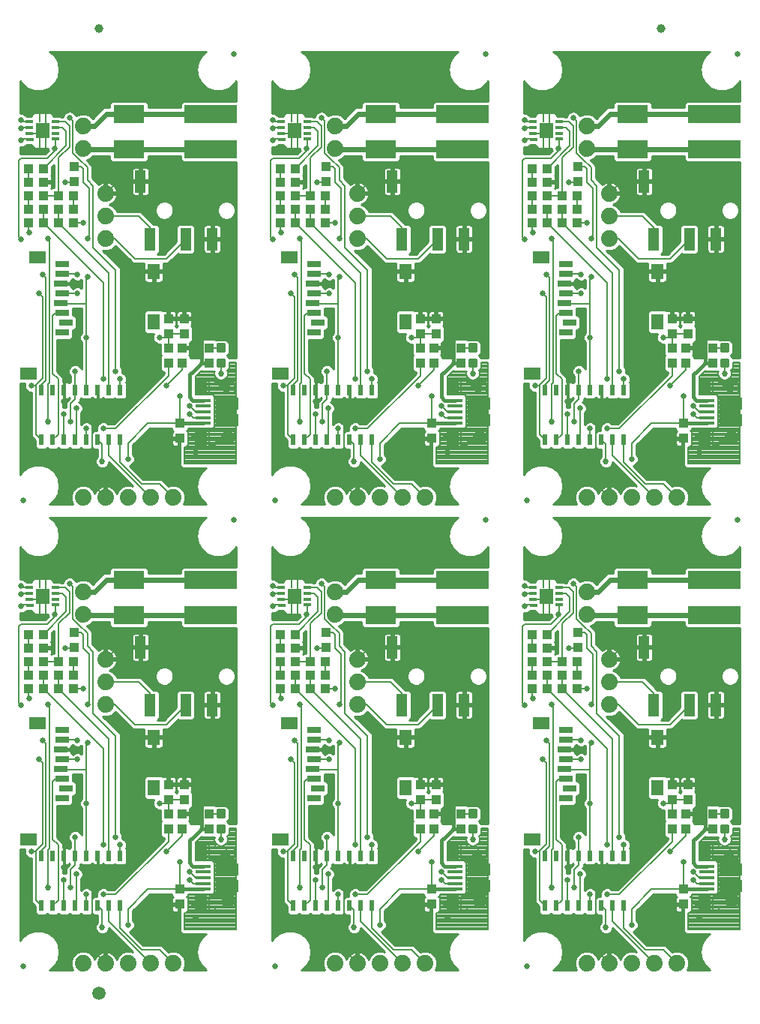
<source format=gtl>
G75*
%MOIN*%
%OFA0B0*%
%FSLAX25Y25*%
%IPPOS*%
%LPD*%
%AMOC8*
5,1,8,0,0,1.08239X$1,22.5*
%
%ADD10C,0.02500*%
%ADD11R,0.06890X0.01575*%
%ADD12R,0.05748X0.07874*%
%ADD13R,0.09843X0.05610*%
%ADD14C,0.03937*%
%ADD15C,0.04331*%
%ADD16C,0.00800*%
%ADD17C,0.07400*%
%ADD18R,0.03937X0.04331*%
%ADD19R,0.04331X0.03937*%
%ADD20R,0.02362X0.04724*%
%ADD21R,0.03346X0.01378*%
%ADD22R,0.05906X0.06890*%
%ADD23R,0.01102X0.04035*%
%ADD24C,0.00138*%
%ADD25R,0.05512X0.07087*%
%ADD26R,0.07480X0.05512*%
%ADD27R,0.05906X0.03150*%
%ADD28R,0.04724X0.09843*%
%ADD29C,0.01181*%
%ADD30R,0.13780X0.07874*%
%ADD31R,0.23622X0.07874*%
%ADD32C,0.05906*%
%ADD33C,0.01000*%
%ADD34C,0.02578*%
%ADD35C,0.01600*%
%ADD36C,0.02400*%
%ADD37C,0.02700*%
D10*
X0042250Y0032000D03*
X0154250Y0032000D03*
X0266250Y0032000D03*
X0247750Y0230500D03*
X0266250Y0239000D03*
X0359750Y0230500D03*
X0154250Y0239000D03*
X0135750Y0230500D03*
X0042250Y0239000D03*
X0135750Y0437500D03*
X0247750Y0437500D03*
X0359750Y0437500D03*
D11*
X0346250Y0283618D03*
X0346250Y0281059D03*
X0346250Y0278500D03*
X0346250Y0275941D03*
X0346250Y0273382D03*
X0234250Y0273382D03*
X0234250Y0275941D03*
X0234250Y0278500D03*
X0234250Y0281059D03*
X0234250Y0283618D03*
X0122250Y0283618D03*
X0122250Y0281059D03*
X0122250Y0278500D03*
X0122250Y0275941D03*
X0122250Y0273382D03*
X0122250Y0076618D03*
X0122250Y0074059D03*
X0122250Y0071500D03*
X0122250Y0068941D03*
X0122250Y0066382D03*
X0234250Y0066382D03*
X0234250Y0068941D03*
X0234250Y0071500D03*
X0234250Y0074059D03*
X0234250Y0076618D03*
X0346250Y0076618D03*
X0346250Y0074059D03*
X0346250Y0071500D03*
X0346250Y0068941D03*
X0346250Y0066382D03*
D12*
X0345167Y0060083D03*
X0345167Y0082917D03*
X0233167Y0082917D03*
X0233167Y0060083D03*
X0121167Y0060083D03*
X0121167Y0082917D03*
X0121167Y0267083D03*
X0121167Y0289917D03*
X0233167Y0289917D03*
X0233167Y0267083D03*
X0345167Y0267083D03*
X0345167Y0289917D03*
D13*
X0356781Y0282289D03*
X0356781Y0274711D03*
X0244781Y0274711D03*
X0244781Y0282289D03*
X0132781Y0282289D03*
X0132781Y0274711D03*
X0132781Y0075289D03*
X0132781Y0067711D03*
X0244781Y0067711D03*
X0244781Y0075289D03*
X0356781Y0075289D03*
X0356781Y0067711D03*
D14*
X0356388Y0082130D03*
X0244388Y0082130D03*
X0132388Y0082130D03*
X0132388Y0289130D03*
X0244388Y0289130D03*
X0356388Y0289130D03*
X0325750Y0448750D03*
X0075750Y0448750D03*
D15*
X0132214Y0267746D02*
X0133790Y0267746D01*
X0133790Y0267746D01*
X0132214Y0267746D01*
X0132214Y0267746D01*
X0244214Y0267746D02*
X0245790Y0267746D01*
X0245790Y0267746D01*
X0244214Y0267746D01*
X0244214Y0267746D01*
X0356214Y0267746D02*
X0357790Y0267746D01*
X0357790Y0267746D01*
X0356214Y0267746D01*
X0356214Y0267746D01*
X0356214Y0060746D02*
X0357790Y0060746D01*
X0357790Y0060746D01*
X0356214Y0060746D01*
X0356214Y0060746D01*
X0245790Y0060746D02*
X0244214Y0060746D01*
X0245790Y0060746D02*
X0245790Y0060746D01*
X0244214Y0060746D01*
X0244214Y0060746D01*
X0133790Y0060746D02*
X0132214Y0060746D01*
X0133790Y0060746D02*
X0133790Y0060746D01*
X0132214Y0060746D01*
X0132214Y0060746D01*
D16*
X0134907Y0058311D02*
X0127467Y0058291D01*
X0127467Y0056815D01*
X0124947Y0056835D01*
X0124947Y0063252D01*
X0134947Y0063232D01*
X0135220Y0063217D01*
X0135479Y0063132D01*
X0135708Y0062982D01*
X0135890Y0062779D01*
X0136013Y0062535D01*
X0136069Y0062268D01*
X0136069Y0059906D01*
X0136083Y0059593D01*
X0136026Y0059286D01*
X0135903Y0058999D01*
X0135719Y0058747D01*
X0135484Y0058541D01*
X0135209Y0058394D01*
X0134907Y0058311D01*
X0135790Y0058843D02*
X0124947Y0058843D01*
X0124947Y0058045D02*
X0127467Y0058045D01*
X0127467Y0057246D02*
X0124947Y0057246D01*
X0124947Y0059642D02*
X0136080Y0059642D01*
X0136750Y0059642D02*
X0115318Y0059642D01*
X0115318Y0060440D02*
X0136750Y0060440D01*
X0136069Y0060440D02*
X0124947Y0060440D01*
X0124947Y0061239D02*
X0136069Y0061239D01*
X0136750Y0061239D02*
X0115318Y0061239D01*
X0115318Y0062037D02*
X0136750Y0062037D01*
X0136069Y0062037D02*
X0124947Y0062037D01*
X0124947Y0062836D02*
X0135839Y0062836D01*
X0136750Y0062836D02*
X0114964Y0062836D01*
X0114800Y0063000D02*
X0115318Y0063518D01*
X0115318Y0063982D01*
X0122727Y0063982D01*
X0122758Y0063994D01*
X0126358Y0063994D01*
X0127295Y0064932D01*
X0127295Y0078068D01*
X0126358Y0079005D01*
X0122758Y0079005D01*
X0122727Y0079018D01*
X0118650Y0079018D01*
X0118650Y0087006D01*
X0119109Y0087465D01*
X0121576Y0089931D01*
X0122119Y0089388D01*
X0127381Y0089388D01*
X0127456Y0089463D01*
X0127300Y0089087D01*
X0127300Y0087913D01*
X0127749Y0086829D01*
X0128579Y0085999D01*
X0129663Y0085550D01*
X0130837Y0085550D01*
X0131921Y0085999D01*
X0132751Y0086829D01*
X0133200Y0087913D01*
X0133200Y0089087D01*
X0132891Y0089834D01*
X0133818Y0090762D01*
X0133818Y0093500D01*
X0136750Y0093500D01*
X0136750Y0048500D01*
X0113750Y0048500D01*
X0113750Y0055888D01*
X0114381Y0055888D01*
X0115318Y0056825D01*
X0115318Y0062482D01*
X0114800Y0063000D01*
X0115318Y0063634D02*
X0136750Y0063634D01*
X0136750Y0064433D02*
X0126796Y0064433D01*
X0127295Y0065232D02*
X0136750Y0065232D01*
X0136750Y0066030D02*
X0127295Y0066030D01*
X0127295Y0066829D02*
X0136750Y0066829D01*
X0136750Y0067627D02*
X0127295Y0067627D01*
X0127295Y0068426D02*
X0136750Y0068426D01*
X0136750Y0069224D02*
X0127295Y0069224D01*
X0127295Y0070023D02*
X0136750Y0070023D01*
X0136750Y0070821D02*
X0127295Y0070821D01*
X0127295Y0071620D02*
X0136750Y0071620D01*
X0136750Y0072418D02*
X0127295Y0072418D01*
X0127295Y0073217D02*
X0136750Y0073217D01*
X0136750Y0074015D02*
X0127295Y0074015D01*
X0127295Y0074814D02*
X0136750Y0074814D01*
X0136750Y0075612D02*
X0127295Y0075612D01*
X0127295Y0076411D02*
X0136750Y0076411D01*
X0136750Y0077209D02*
X0127295Y0077209D01*
X0127295Y0078008D02*
X0136750Y0078008D01*
X0136750Y0078806D02*
X0126557Y0078806D01*
X0124947Y0079913D02*
X0124947Y0086138D01*
X0127447Y0086138D01*
X0127447Y0084650D01*
X0135656Y0084650D01*
X0135812Y0084612D01*
X0135949Y0084529D01*
X0136053Y0084407D01*
X0136115Y0084259D01*
X0136128Y0084098D01*
X0136030Y0080693D01*
X0135999Y0080488D01*
X0135916Y0080298D01*
X0135787Y0080136D01*
X0135621Y0080013D01*
X0135428Y0079937D01*
X0135222Y0079913D01*
X0124947Y0079913D01*
X0124947Y0080403D02*
X0135962Y0080403D01*
X0136750Y0080403D02*
X0118650Y0080403D01*
X0118650Y0079605D02*
X0136750Y0079605D01*
X0136750Y0081202D02*
X0118650Y0081202D01*
X0118650Y0082000D02*
X0136750Y0082000D01*
X0136067Y0082000D02*
X0124947Y0082000D01*
X0124947Y0081202D02*
X0136044Y0081202D01*
X0136090Y0082799D02*
X0124947Y0082799D01*
X0124947Y0083597D02*
X0136113Y0083597D01*
X0136750Y0083597D02*
X0118650Y0083597D01*
X0118650Y0082799D02*
X0136750Y0082799D01*
X0136750Y0084396D02*
X0118650Y0084396D01*
X0118650Y0085194D02*
X0136750Y0085194D01*
X0136750Y0085993D02*
X0131906Y0085993D01*
X0132713Y0086791D02*
X0136750Y0086791D01*
X0136750Y0087590D02*
X0133066Y0087590D01*
X0133200Y0088388D02*
X0136750Y0088388D01*
X0136750Y0089187D02*
X0133159Y0089187D01*
X0133042Y0089985D02*
X0136750Y0089985D01*
X0136750Y0090784D02*
X0133818Y0090784D01*
X0133818Y0091582D02*
X0136750Y0091582D01*
X0136750Y0092381D02*
X0133818Y0092381D01*
X0133818Y0093179D02*
X0136750Y0093179D01*
X0130250Y0093047D02*
X0130250Y0088500D01*
X0127300Y0088388D02*
X0120032Y0088388D01*
X0119234Y0087590D02*
X0127434Y0087590D01*
X0127787Y0086791D02*
X0118650Y0086791D01*
X0118650Y0085993D02*
X0128594Y0085993D01*
X0127447Y0085993D02*
X0124947Y0085993D01*
X0124947Y0085194D02*
X0127447Y0085194D01*
X0124947Y0084396D02*
X0136058Y0084396D01*
X0127341Y0089187D02*
X0120831Y0089187D01*
X0120927Y0093500D02*
X0124404Y0093500D01*
X0124750Y0093154D01*
X0124750Y0099846D02*
X0130144Y0099846D01*
X0130250Y0099953D01*
X0113750Y0106154D02*
X0106750Y0106154D01*
X0105096Y0104500D01*
X0102750Y0104500D01*
X0102904Y0104654D01*
X0106750Y0106154D02*
X0106750Y0099846D01*
X0106750Y0093154D02*
X0106750Y0087500D01*
X0083250Y0064000D01*
X0077750Y0064000D01*
X0075250Y0058976D02*
X0077250Y0056976D01*
X0077250Y0049500D01*
X0080250Y0052000D02*
X0098750Y0033500D01*
X0094750Y0039500D02*
X0085250Y0049000D01*
X0085250Y0058976D01*
X0088750Y0057500D02*
X0097596Y0066346D01*
X0111750Y0066346D01*
X0111750Y0078500D01*
X0116250Y0074000D02*
X0118750Y0071500D01*
X0122250Y0071500D01*
X0122250Y0068941D02*
X0117809Y0068941D01*
X0116250Y0070500D01*
X0111909Y0066506D02*
X0111750Y0066346D01*
X0111750Y0059654D02*
X0097904Y0059654D01*
X0097750Y0059500D01*
X0088750Y0057500D02*
X0088750Y0050500D01*
X0080250Y0052000D02*
X0080250Y0058976D01*
X0072750Y0054000D02*
X0072750Y0039500D01*
X0078750Y0033500D01*
X0094750Y0039500D02*
X0102750Y0039500D01*
X0108750Y0033500D01*
X0113750Y0049261D02*
X0136750Y0049261D01*
X0136750Y0050060D02*
X0113750Y0050060D01*
X0113750Y0050858D02*
X0136750Y0050858D01*
X0136750Y0051657D02*
X0113750Y0051657D01*
X0113750Y0052455D02*
X0136750Y0052455D01*
X0136750Y0053254D02*
X0113750Y0053254D01*
X0113750Y0054052D02*
X0136750Y0054052D01*
X0136750Y0054851D02*
X0113750Y0054851D01*
X0113750Y0055649D02*
X0136750Y0055649D01*
X0136750Y0056448D02*
X0114941Y0056448D01*
X0115318Y0057246D02*
X0136750Y0057246D01*
X0136750Y0058045D02*
X0115318Y0058045D01*
X0115318Y0058843D02*
X0136750Y0058843D01*
X0159750Y0061476D02*
X0159750Y0083500D01*
X0159250Y0083000D01*
X0157750Y0083000D01*
X0159750Y0083500D02*
X0162750Y0086500D01*
X0162750Y0122500D01*
X0161250Y0124000D01*
X0164250Y0131000D02*
X0164250Y0085500D01*
X0162250Y0083500D01*
X0162250Y0081024D01*
X0165069Y0083800D02*
X0165069Y0067181D01*
X0165250Y0067000D01*
X0169750Y0061476D02*
X0169750Y0086000D01*
X0167150Y0088600D01*
X0167150Y0113990D01*
X0168624Y0115465D01*
X0171624Y0115465D01*
X0171132Y0119500D02*
X0182250Y0119500D01*
X0182250Y0131000D01*
X0182750Y0131500D01*
X0178250Y0132500D02*
X0177963Y0132787D01*
X0171624Y0132787D01*
X0170880Y0128500D02*
X0170837Y0128457D01*
X0170880Y0128500D02*
X0178250Y0128500D01*
X0178124Y0124126D02*
X0171624Y0124126D01*
X0170837Y0119795D02*
X0171132Y0119500D01*
X0178124Y0124126D02*
X0178250Y0124000D01*
X0182250Y0119500D02*
X0182250Y0104500D01*
X0182250Y0081024D01*
X0177250Y0081024D02*
X0177250Y0077000D01*
X0175250Y0075000D01*
X0175250Y0067000D01*
X0172250Y0070500D02*
X0172250Y0058976D01*
X0169750Y0061476D02*
X0167250Y0058976D01*
X0162250Y0058976D02*
X0159750Y0061476D01*
X0172250Y0076000D02*
X0172250Y0081024D01*
X0177250Y0081024D02*
X0177250Y0089500D01*
X0189750Y0086000D02*
X0189750Y0128846D01*
X0163096Y0155500D01*
X0163096Y0161500D01*
X0163096Y0167500D02*
X0169904Y0167500D01*
X0169904Y0184327D01*
X0174650Y0189074D01*
X0174650Y0198600D01*
X0172911Y0200339D01*
X0168557Y0200339D01*
X0168589Y0197811D02*
X0171439Y0197811D01*
X0173250Y0196000D01*
X0173250Y0189654D01*
X0163096Y0179500D01*
X0164750Y0184000D02*
X0168250Y0187500D01*
X0168250Y0188500D01*
X0168557Y0188807D01*
X0168557Y0192661D01*
X0164030Y0191037D02*
X0164030Y0187220D01*
X0164250Y0187000D01*
X0161750Y0187000D01*
X0161470Y0187280D01*
X0161470Y0191037D01*
X0161470Y0195220D01*
X0162750Y0196500D01*
X0162750Y0196000D01*
X0164030Y0197280D01*
X0164030Y0201963D01*
X0164030Y0205720D01*
X0163250Y0206500D01*
X0162250Y0206500D01*
X0161470Y0205720D01*
X0161470Y0201963D01*
X0156943Y0200339D02*
X0153911Y0200339D01*
X0153250Y0201000D01*
X0153407Y0197780D02*
X0156943Y0197780D01*
X0156943Y0195220D02*
X0161470Y0195220D01*
X0162750Y0196000D02*
X0162750Y0193450D01*
X0168557Y0197780D02*
X0168589Y0197811D01*
X0174750Y0202000D02*
X0176050Y0200700D01*
X0176050Y0186553D01*
X0178803Y0183800D01*
X0178845Y0183800D01*
X0182673Y0179971D01*
X0182673Y0174423D01*
X0185250Y0171846D01*
X0185250Y0144500D01*
X0195250Y0134500D01*
X0195250Y0089500D01*
X0197250Y0086000D02*
X0197250Y0081024D01*
X0192250Y0081024D02*
X0192250Y0133154D01*
X0169904Y0155500D01*
X0169904Y0161500D01*
X0176596Y0161500D02*
X0176596Y0167500D01*
X0176596Y0173500D02*
X0172750Y0173500D01*
X0176596Y0173500D02*
X0176750Y0173654D01*
X0180750Y0173500D02*
X0183500Y0170750D01*
X0183500Y0149361D01*
X0182750Y0148611D01*
X0180750Y0155500D02*
X0176596Y0155500D01*
X0165750Y0148000D02*
X0165750Y0084481D01*
X0165069Y0083800D01*
X0177750Y0073000D02*
X0177750Y0059476D01*
X0177250Y0058976D01*
X0182250Y0058976D02*
X0182250Y0064000D01*
X0187250Y0058976D02*
X0189250Y0056976D01*
X0189250Y0049500D01*
X0192250Y0052000D02*
X0210750Y0033500D01*
X0206750Y0039500D02*
X0197250Y0049000D01*
X0197250Y0058976D01*
X0200750Y0057500D02*
X0209596Y0066346D01*
X0223750Y0066346D01*
X0223750Y0078500D01*
X0228250Y0074000D02*
X0230750Y0071500D01*
X0234250Y0071500D01*
X0234250Y0068941D02*
X0229809Y0068941D01*
X0228250Y0070500D01*
X0223909Y0066506D02*
X0223750Y0066346D01*
X0227318Y0063982D02*
X0234727Y0063982D01*
X0234758Y0063994D01*
X0238358Y0063994D01*
X0239295Y0064932D01*
X0239295Y0078068D01*
X0238358Y0079005D01*
X0234758Y0079005D01*
X0234727Y0079018D01*
X0230650Y0079018D01*
X0230650Y0087006D01*
X0231109Y0087465D01*
X0233576Y0089931D01*
X0234119Y0089388D01*
X0239381Y0089388D01*
X0239456Y0089463D01*
X0239300Y0089087D01*
X0239300Y0087913D01*
X0239749Y0086829D01*
X0240579Y0085999D01*
X0241663Y0085550D01*
X0242837Y0085550D01*
X0243921Y0085999D01*
X0244751Y0086829D01*
X0245200Y0087913D01*
X0245200Y0089087D01*
X0244891Y0089834D01*
X0245818Y0090762D01*
X0245818Y0093500D01*
X0248750Y0093500D01*
X0248750Y0048500D01*
X0225750Y0048500D01*
X0225750Y0055888D01*
X0226381Y0055888D01*
X0227318Y0056825D01*
X0227318Y0062482D01*
X0226800Y0063000D01*
X0227318Y0063518D01*
X0227318Y0063982D01*
X0227318Y0063634D02*
X0248750Y0063634D01*
X0248750Y0062836D02*
X0226964Y0062836D01*
X0227318Y0062037D02*
X0248750Y0062037D01*
X0248069Y0062037D02*
X0236947Y0062037D01*
X0236947Y0061239D02*
X0248069Y0061239D01*
X0248750Y0061239D02*
X0227318Y0061239D01*
X0227318Y0060440D02*
X0248750Y0060440D01*
X0248069Y0060440D02*
X0236947Y0060440D01*
X0236947Y0059642D02*
X0248080Y0059642D01*
X0248083Y0059593D02*
X0248069Y0059906D01*
X0248069Y0062268D01*
X0248013Y0062535D01*
X0247890Y0062779D01*
X0247708Y0062982D01*
X0247479Y0063132D01*
X0247220Y0063217D01*
X0246947Y0063232D01*
X0236947Y0063252D01*
X0236947Y0056835D01*
X0239467Y0056815D01*
X0239467Y0058291D01*
X0246907Y0058311D01*
X0247209Y0058394D01*
X0247484Y0058541D01*
X0247719Y0058747D01*
X0247903Y0058999D01*
X0248026Y0059286D01*
X0248083Y0059593D01*
X0248750Y0059642D02*
X0227318Y0059642D01*
X0227318Y0058843D02*
X0248750Y0058843D01*
X0248750Y0058045D02*
X0227318Y0058045D01*
X0227318Y0057246D02*
X0248750Y0057246D01*
X0248750Y0056448D02*
X0226941Y0056448D01*
X0225750Y0055649D02*
X0248750Y0055649D01*
X0248750Y0054851D02*
X0225750Y0054851D01*
X0225750Y0054052D02*
X0248750Y0054052D01*
X0248750Y0053254D02*
X0225750Y0053254D01*
X0225750Y0052455D02*
X0248750Y0052455D01*
X0248750Y0051657D02*
X0225750Y0051657D01*
X0225750Y0050858D02*
X0248750Y0050858D01*
X0248750Y0050060D02*
X0225750Y0050060D01*
X0225750Y0049261D02*
X0248750Y0049261D01*
X0247790Y0058843D02*
X0236947Y0058843D01*
X0236947Y0058045D02*
X0239467Y0058045D01*
X0239467Y0057246D02*
X0236947Y0057246D01*
X0236947Y0062836D02*
X0247839Y0062836D01*
X0248750Y0064433D02*
X0238796Y0064433D01*
X0239295Y0065232D02*
X0248750Y0065232D01*
X0248750Y0066030D02*
X0239295Y0066030D01*
X0239295Y0066829D02*
X0248750Y0066829D01*
X0248750Y0067627D02*
X0239295Y0067627D01*
X0239295Y0068426D02*
X0248750Y0068426D01*
X0248750Y0069224D02*
X0239295Y0069224D01*
X0239295Y0070023D02*
X0248750Y0070023D01*
X0248750Y0070821D02*
X0239295Y0070821D01*
X0239295Y0071620D02*
X0248750Y0071620D01*
X0248750Y0072418D02*
X0239295Y0072418D01*
X0239295Y0073217D02*
X0248750Y0073217D01*
X0248750Y0074015D02*
X0239295Y0074015D01*
X0239295Y0074814D02*
X0248750Y0074814D01*
X0248750Y0075612D02*
X0239295Y0075612D01*
X0239295Y0076411D02*
X0248750Y0076411D01*
X0248750Y0077209D02*
X0239295Y0077209D01*
X0239295Y0078008D02*
X0248750Y0078008D01*
X0248750Y0078806D02*
X0238557Y0078806D01*
X0236947Y0079913D02*
X0236947Y0086138D01*
X0239447Y0086138D01*
X0239447Y0084650D01*
X0247656Y0084650D01*
X0247812Y0084612D01*
X0247949Y0084529D01*
X0248053Y0084407D01*
X0248115Y0084259D01*
X0248128Y0084098D01*
X0248030Y0080693D01*
X0247999Y0080488D01*
X0247916Y0080298D01*
X0247787Y0080136D01*
X0247621Y0080013D01*
X0247428Y0079937D01*
X0247222Y0079913D01*
X0236947Y0079913D01*
X0236947Y0080403D02*
X0247962Y0080403D01*
X0248750Y0080403D02*
X0230650Y0080403D01*
X0230650Y0079605D02*
X0248750Y0079605D01*
X0248750Y0081202D02*
X0230650Y0081202D01*
X0230650Y0082000D02*
X0248750Y0082000D01*
X0248067Y0082000D02*
X0236947Y0082000D01*
X0236947Y0081202D02*
X0248044Y0081202D01*
X0248090Y0082799D02*
X0236947Y0082799D01*
X0236947Y0083597D02*
X0248113Y0083597D01*
X0248750Y0083597D02*
X0230650Y0083597D01*
X0230650Y0082799D02*
X0248750Y0082799D01*
X0248750Y0084396D02*
X0230650Y0084396D01*
X0230650Y0085194D02*
X0248750Y0085194D01*
X0248750Y0085993D02*
X0243906Y0085993D01*
X0244713Y0086791D02*
X0248750Y0086791D01*
X0248750Y0087590D02*
X0245066Y0087590D01*
X0245200Y0088388D02*
X0248750Y0088388D01*
X0248750Y0089187D02*
X0245159Y0089187D01*
X0245042Y0089985D02*
X0248750Y0089985D01*
X0248750Y0090784D02*
X0245818Y0090784D01*
X0245818Y0091582D02*
X0248750Y0091582D01*
X0248750Y0092381D02*
X0245818Y0092381D01*
X0245818Y0093179D02*
X0248750Y0093179D01*
X0242250Y0093047D02*
X0242250Y0088500D01*
X0239300Y0088388D02*
X0232032Y0088388D01*
X0231234Y0087590D02*
X0239434Y0087590D01*
X0239787Y0086791D02*
X0230650Y0086791D01*
X0230650Y0085993D02*
X0240594Y0085993D01*
X0239447Y0085993D02*
X0236947Y0085993D01*
X0236947Y0085194D02*
X0239447Y0085194D01*
X0236947Y0084396D02*
X0248058Y0084396D01*
X0239341Y0089187D02*
X0232831Y0089187D01*
X0232927Y0093500D02*
X0236404Y0093500D01*
X0236750Y0093154D01*
X0236750Y0099846D02*
X0242144Y0099846D01*
X0242250Y0099953D01*
X0225750Y0106154D02*
X0218750Y0106154D01*
X0217096Y0104500D01*
X0214750Y0104500D01*
X0214904Y0104654D01*
X0218750Y0106154D02*
X0218750Y0099846D01*
X0218750Y0093154D02*
X0218750Y0087500D01*
X0195250Y0064000D01*
X0189750Y0064000D01*
X0192250Y0058976D02*
X0192250Y0052000D01*
X0184750Y0054000D02*
X0184750Y0039500D01*
X0190750Y0033500D01*
X0206750Y0039500D02*
X0214750Y0039500D01*
X0220750Y0033500D01*
X0200750Y0050500D02*
X0200750Y0057500D01*
X0209750Y0059500D02*
X0209904Y0059654D01*
X0223750Y0059654D01*
X0217750Y0083000D02*
X0224750Y0090000D01*
X0224750Y0093154D01*
X0220750Y0112846D02*
X0218750Y0112846D01*
X0218750Y0133929D01*
X0235179Y0133929D01*
X0238152Y0136902D01*
X0238152Y0148205D01*
X0238152Y0161098D01*
X0225455Y0173795D01*
X0206262Y0173795D01*
X0196045Y0173795D01*
X0190750Y0168500D01*
X0190750Y0158500D02*
X0205593Y0158500D01*
X0210593Y0153500D01*
X0210593Y0148205D01*
X0203750Y0139500D02*
X0194750Y0148500D01*
X0190750Y0148500D01*
X0203750Y0139500D02*
X0217636Y0139500D01*
X0226341Y0148205D01*
X0226341Y0146409D01*
X0218750Y0133929D02*
X0212175Y0133929D01*
X0205179Y0133929D01*
X0204750Y0133500D01*
X0180750Y0173500D02*
X0180750Y0179500D01*
X0179750Y0180500D01*
X0176904Y0180500D01*
X0176750Y0180346D01*
X0167250Y0173500D02*
X0163096Y0173500D01*
X0156404Y0173500D02*
X0156404Y0179500D01*
X0152250Y0183000D02*
X0152250Y0149000D01*
X0153250Y0148000D01*
X0156404Y0151346D02*
X0156750Y0151000D01*
X0156404Y0151346D02*
X0156404Y0155500D01*
X0156404Y0161500D02*
X0156404Y0167500D01*
X0152250Y0183000D02*
X0153250Y0184000D01*
X0164750Y0184000D01*
X0156943Y0192661D02*
X0153911Y0192661D01*
X0153250Y0192000D01*
X0153250Y0197622D02*
X0153407Y0197780D01*
X0126152Y0161098D02*
X0113455Y0173795D01*
X0094262Y0173795D01*
X0084045Y0173795D01*
X0078750Y0168500D01*
X0073250Y0171846D02*
X0070673Y0174423D01*
X0070673Y0179971D01*
X0066845Y0183800D01*
X0066803Y0183800D01*
X0064050Y0186553D01*
X0064050Y0200700D01*
X0062750Y0202000D01*
X0060911Y0200339D02*
X0062650Y0198600D01*
X0062650Y0189074D01*
X0057904Y0184327D01*
X0057904Y0167500D01*
X0051096Y0167500D01*
X0051096Y0161500D02*
X0051096Y0155500D01*
X0077750Y0128846D01*
X0077750Y0086000D01*
X0075250Y0081024D02*
X0075250Y0076500D01*
X0072750Y0074000D01*
X0072750Y0054000D01*
X0070250Y0058976D02*
X0070250Y0064000D01*
X0065750Y0059476D02*
X0065250Y0058976D01*
X0065750Y0059476D02*
X0065750Y0073000D01*
X0063250Y0075000D02*
X0065250Y0077000D01*
X0065250Y0081024D01*
X0065250Y0089500D01*
X0057750Y0086000D02*
X0057750Y0061476D01*
X0055250Y0058976D01*
X0050250Y0058976D02*
X0047750Y0061476D01*
X0047750Y0083500D01*
X0047250Y0083000D01*
X0045750Y0083000D01*
X0047750Y0083500D02*
X0050750Y0086500D01*
X0050750Y0122500D01*
X0049250Y0124000D01*
X0052250Y0131000D02*
X0052250Y0085500D01*
X0050250Y0083500D01*
X0050250Y0081024D01*
X0053069Y0083800D02*
X0053750Y0084481D01*
X0053750Y0148000D01*
X0053250Y0148500D01*
X0057904Y0155500D02*
X0080250Y0133154D01*
X0080250Y0081024D01*
X0085250Y0081024D02*
X0085250Y0086000D01*
X0083250Y0089500D02*
X0083250Y0134500D01*
X0073250Y0144500D01*
X0073250Y0171846D01*
X0071500Y0170750D02*
X0071500Y0149361D01*
X0070750Y0148611D01*
X0068750Y0155500D02*
X0064596Y0155500D01*
X0064596Y0161500D02*
X0064596Y0167500D01*
X0064596Y0173500D02*
X0060750Y0173500D01*
X0064596Y0173500D02*
X0064750Y0173654D01*
X0068750Y0173500D02*
X0071500Y0170750D01*
X0068750Y0173500D02*
X0068750Y0179500D01*
X0067750Y0180500D01*
X0064904Y0180500D01*
X0064750Y0180346D01*
X0061250Y0189654D02*
X0061250Y0196000D01*
X0059439Y0197811D01*
X0056589Y0197811D01*
X0056557Y0197780D01*
X0056557Y0200339D02*
X0060911Y0200339D01*
X0056557Y0192661D02*
X0056557Y0188807D01*
X0056250Y0188500D01*
X0056250Y0187500D01*
X0052750Y0184000D01*
X0041250Y0184000D01*
X0040250Y0183000D01*
X0040250Y0149000D01*
X0041250Y0148000D01*
X0044404Y0151346D02*
X0044750Y0151000D01*
X0044404Y0151346D02*
X0044404Y0155500D01*
X0044404Y0161500D02*
X0044404Y0167500D01*
X0044404Y0173500D02*
X0044404Y0179500D01*
X0051096Y0179500D02*
X0061250Y0189654D01*
X0052030Y0191037D02*
X0052030Y0187220D01*
X0052250Y0187000D01*
X0049750Y0187000D01*
X0049470Y0187280D01*
X0049470Y0191037D01*
X0049470Y0195220D01*
X0050750Y0196500D01*
X0050750Y0196000D01*
X0052030Y0197280D01*
X0052030Y0201963D01*
X0052030Y0205720D01*
X0051250Y0206500D01*
X0050250Y0206500D01*
X0049470Y0205720D01*
X0049470Y0201963D01*
X0044943Y0200339D02*
X0041911Y0200339D01*
X0041250Y0201000D01*
X0041407Y0197780D02*
X0044943Y0197780D01*
X0044943Y0195220D02*
X0049470Y0195220D01*
X0050750Y0196000D02*
X0050750Y0193450D01*
X0044943Y0192661D02*
X0041911Y0192661D01*
X0041250Y0192000D01*
X0041250Y0197622D02*
X0041407Y0197780D01*
X0051096Y0173500D02*
X0055250Y0173500D01*
X0057904Y0161500D02*
X0057904Y0155500D01*
X0078750Y0158500D02*
X0093593Y0158500D01*
X0098593Y0153500D01*
X0098593Y0148205D01*
X0091750Y0139500D02*
X0082750Y0148500D01*
X0078750Y0148500D01*
X0091750Y0139500D02*
X0105636Y0139500D01*
X0114341Y0148205D01*
X0114341Y0146409D01*
X0126152Y0148205D02*
X0126152Y0136902D01*
X0123179Y0133929D01*
X0106750Y0133929D01*
X0100175Y0133929D01*
X0093179Y0133929D01*
X0092750Y0133500D01*
X0106750Y0133929D02*
X0106750Y0112846D01*
X0108750Y0112846D01*
X0112750Y0093154D02*
X0112750Y0090000D01*
X0105750Y0083000D01*
X0070250Y0081024D02*
X0070250Y0104500D01*
X0070250Y0119500D01*
X0059132Y0119500D01*
X0058837Y0119795D01*
X0059624Y0115465D02*
X0056624Y0115465D01*
X0055150Y0113990D01*
X0055150Y0088600D01*
X0057750Y0086000D01*
X0053069Y0083800D02*
X0053069Y0067181D01*
X0053250Y0067000D01*
X0060250Y0070500D02*
X0060250Y0058976D01*
X0063250Y0067000D02*
X0063250Y0075000D01*
X0060250Y0076000D02*
X0060250Y0081024D01*
X0070250Y0119500D02*
X0070250Y0131000D01*
X0070750Y0131500D01*
X0066250Y0132500D02*
X0065963Y0132787D01*
X0059624Y0132787D01*
X0058880Y0128500D02*
X0058837Y0128457D01*
X0058880Y0128500D02*
X0066250Y0128500D01*
X0066124Y0124126D02*
X0059624Y0124126D01*
X0066124Y0124126D02*
X0066250Y0124000D01*
X0052250Y0131000D02*
X0050750Y0132500D01*
X0126152Y0148205D02*
X0126152Y0161098D01*
X0165250Y0148500D02*
X0165750Y0148000D01*
X0162750Y0132500D02*
X0164250Y0131000D01*
X0187250Y0081024D02*
X0187250Y0076500D01*
X0184750Y0074000D01*
X0184750Y0054000D01*
X0269750Y0083000D02*
X0271250Y0083000D01*
X0271750Y0083500D01*
X0274750Y0086500D01*
X0274750Y0122500D01*
X0273250Y0124000D01*
X0276250Y0131000D02*
X0276250Y0085500D01*
X0274250Y0083500D01*
X0274250Y0081024D01*
X0271750Y0083500D02*
X0271750Y0061476D01*
X0274250Y0058976D01*
X0279250Y0058976D02*
X0281750Y0061476D01*
X0281750Y0086000D01*
X0279150Y0088600D01*
X0279150Y0113990D01*
X0280624Y0115465D01*
X0283624Y0115465D01*
X0283132Y0119500D02*
X0294250Y0119500D01*
X0294250Y0131000D01*
X0294750Y0131500D01*
X0290250Y0132500D02*
X0289963Y0132787D01*
X0283624Y0132787D01*
X0282880Y0128500D02*
X0282837Y0128457D01*
X0282880Y0128500D02*
X0290250Y0128500D01*
X0290124Y0124126D02*
X0283624Y0124126D01*
X0282837Y0119795D02*
X0283132Y0119500D01*
X0290124Y0124126D02*
X0290250Y0124000D01*
X0294250Y0119500D02*
X0294250Y0104500D01*
X0294250Y0081024D01*
X0289250Y0081024D02*
X0289250Y0077000D01*
X0287250Y0075000D01*
X0287250Y0067000D01*
X0284250Y0070500D02*
X0284250Y0058976D01*
X0289250Y0058976D02*
X0289750Y0059476D01*
X0289750Y0073000D01*
X0284250Y0076000D02*
X0284250Y0081024D01*
X0289250Y0081024D02*
X0289250Y0089500D01*
X0277750Y0084481D02*
X0277069Y0083800D01*
X0277069Y0067181D01*
X0277250Y0067000D01*
X0294250Y0064000D02*
X0294250Y0058976D01*
X0299250Y0058976D02*
X0301250Y0056976D01*
X0301250Y0049500D01*
X0304250Y0052000D02*
X0322750Y0033500D01*
X0318750Y0039500D02*
X0309250Y0049000D01*
X0309250Y0058976D01*
X0312750Y0057500D02*
X0321596Y0066346D01*
X0335750Y0066346D01*
X0335750Y0078500D01*
X0340250Y0074000D02*
X0342750Y0071500D01*
X0346250Y0071500D01*
X0346250Y0068941D02*
X0341809Y0068941D01*
X0340250Y0070500D01*
X0335909Y0066506D02*
X0335750Y0066346D01*
X0339318Y0063982D02*
X0346727Y0063982D01*
X0346758Y0063994D01*
X0350358Y0063994D01*
X0351295Y0064932D01*
X0351295Y0078068D01*
X0350358Y0079005D01*
X0346758Y0079005D01*
X0346727Y0079018D01*
X0342650Y0079018D01*
X0342650Y0087006D01*
X0343109Y0087465D01*
X0345576Y0089931D01*
X0346119Y0089388D01*
X0351381Y0089388D01*
X0351456Y0089463D01*
X0351300Y0089087D01*
X0351300Y0087913D01*
X0351749Y0086829D01*
X0352579Y0085999D01*
X0353663Y0085550D01*
X0354837Y0085550D01*
X0355921Y0085999D01*
X0356751Y0086829D01*
X0357200Y0087913D01*
X0357200Y0089087D01*
X0356891Y0089834D01*
X0357818Y0090762D01*
X0357818Y0093500D01*
X0360750Y0093500D01*
X0360750Y0048500D01*
X0337750Y0048500D01*
X0337750Y0055888D01*
X0338381Y0055888D01*
X0339318Y0056825D01*
X0339318Y0062482D01*
X0338800Y0063000D01*
X0339318Y0063518D01*
X0339318Y0063982D01*
X0339318Y0063634D02*
X0360750Y0063634D01*
X0360750Y0062836D02*
X0338964Y0062836D01*
X0339318Y0062037D02*
X0360750Y0062037D01*
X0360069Y0062037D02*
X0348947Y0062037D01*
X0348947Y0061239D02*
X0360069Y0061239D01*
X0360750Y0061239D02*
X0339318Y0061239D01*
X0339318Y0060440D02*
X0360750Y0060440D01*
X0360069Y0060440D02*
X0348947Y0060440D01*
X0348947Y0059642D02*
X0360080Y0059642D01*
X0360083Y0059593D02*
X0360069Y0059906D01*
X0360069Y0062268D01*
X0360013Y0062535D01*
X0359890Y0062779D01*
X0359708Y0062982D01*
X0359479Y0063132D01*
X0359220Y0063217D01*
X0358947Y0063232D01*
X0348947Y0063252D01*
X0348947Y0056835D01*
X0351467Y0056815D01*
X0351467Y0058291D01*
X0358907Y0058311D01*
X0359209Y0058394D01*
X0359484Y0058541D01*
X0359719Y0058747D01*
X0359903Y0058999D01*
X0360026Y0059286D01*
X0360083Y0059593D01*
X0360750Y0059642D02*
X0339318Y0059642D01*
X0339318Y0058843D02*
X0360750Y0058843D01*
X0360750Y0058045D02*
X0339318Y0058045D01*
X0339318Y0057246D02*
X0360750Y0057246D01*
X0360750Y0056448D02*
X0338941Y0056448D01*
X0337750Y0055649D02*
X0360750Y0055649D01*
X0360750Y0054851D02*
X0337750Y0054851D01*
X0337750Y0054052D02*
X0360750Y0054052D01*
X0360750Y0053254D02*
X0337750Y0053254D01*
X0337750Y0052455D02*
X0360750Y0052455D01*
X0360750Y0051657D02*
X0337750Y0051657D01*
X0337750Y0050858D02*
X0360750Y0050858D01*
X0360750Y0050060D02*
X0337750Y0050060D01*
X0337750Y0049261D02*
X0360750Y0049261D01*
X0359790Y0058843D02*
X0348947Y0058843D01*
X0348947Y0058045D02*
X0351467Y0058045D01*
X0351467Y0057246D02*
X0348947Y0057246D01*
X0348947Y0062836D02*
X0359839Y0062836D01*
X0360750Y0064433D02*
X0350796Y0064433D01*
X0351295Y0065232D02*
X0360750Y0065232D01*
X0360750Y0066030D02*
X0351295Y0066030D01*
X0351295Y0066829D02*
X0360750Y0066829D01*
X0360750Y0067627D02*
X0351295Y0067627D01*
X0351295Y0068426D02*
X0360750Y0068426D01*
X0360750Y0069224D02*
X0351295Y0069224D01*
X0351295Y0070023D02*
X0360750Y0070023D01*
X0360750Y0070821D02*
X0351295Y0070821D01*
X0351295Y0071620D02*
X0360750Y0071620D01*
X0360750Y0072418D02*
X0351295Y0072418D01*
X0351295Y0073217D02*
X0360750Y0073217D01*
X0360750Y0074015D02*
X0351295Y0074015D01*
X0351295Y0074814D02*
X0360750Y0074814D01*
X0360750Y0075612D02*
X0351295Y0075612D01*
X0351295Y0076411D02*
X0360750Y0076411D01*
X0360750Y0077209D02*
X0351295Y0077209D01*
X0351295Y0078008D02*
X0360750Y0078008D01*
X0360750Y0078806D02*
X0350557Y0078806D01*
X0348947Y0079913D02*
X0348947Y0086138D01*
X0351447Y0086138D01*
X0351447Y0084650D01*
X0359656Y0084650D01*
X0359812Y0084612D01*
X0359949Y0084529D01*
X0360053Y0084407D01*
X0360115Y0084259D01*
X0360128Y0084098D01*
X0360030Y0080693D01*
X0359999Y0080488D01*
X0359916Y0080298D01*
X0359787Y0080136D01*
X0359621Y0080013D01*
X0359428Y0079937D01*
X0359222Y0079913D01*
X0348947Y0079913D01*
X0348947Y0080403D02*
X0359962Y0080403D01*
X0360750Y0080403D02*
X0342650Y0080403D01*
X0342650Y0079605D02*
X0360750Y0079605D01*
X0360750Y0081202D02*
X0342650Y0081202D01*
X0342650Y0082000D02*
X0360750Y0082000D01*
X0360067Y0082000D02*
X0348947Y0082000D01*
X0348947Y0081202D02*
X0360044Y0081202D01*
X0360090Y0082799D02*
X0348947Y0082799D01*
X0348947Y0083597D02*
X0360113Y0083597D01*
X0360750Y0083597D02*
X0342650Y0083597D01*
X0342650Y0082799D02*
X0360750Y0082799D01*
X0360750Y0084396D02*
X0342650Y0084396D01*
X0342650Y0085194D02*
X0360750Y0085194D01*
X0360750Y0085993D02*
X0355906Y0085993D01*
X0356713Y0086791D02*
X0360750Y0086791D01*
X0360750Y0087590D02*
X0357066Y0087590D01*
X0357200Y0088388D02*
X0360750Y0088388D01*
X0360750Y0089187D02*
X0357159Y0089187D01*
X0357042Y0089985D02*
X0360750Y0089985D01*
X0360750Y0090784D02*
X0357818Y0090784D01*
X0357818Y0091582D02*
X0360750Y0091582D01*
X0360750Y0092381D02*
X0357818Y0092381D01*
X0357818Y0093179D02*
X0360750Y0093179D01*
X0354250Y0093047D02*
X0354250Y0088500D01*
X0351300Y0088388D02*
X0344032Y0088388D01*
X0343234Y0087590D02*
X0351434Y0087590D01*
X0351787Y0086791D02*
X0342650Y0086791D01*
X0342650Y0085993D02*
X0352594Y0085993D01*
X0351447Y0085993D02*
X0348947Y0085993D01*
X0348947Y0085194D02*
X0351447Y0085194D01*
X0348947Y0084396D02*
X0360058Y0084396D01*
X0351341Y0089187D02*
X0344831Y0089187D01*
X0344927Y0093500D02*
X0348404Y0093500D01*
X0348750Y0093154D01*
X0348750Y0099846D02*
X0354144Y0099846D01*
X0354250Y0099953D01*
X0337750Y0106154D02*
X0330750Y0106154D01*
X0329096Y0104500D01*
X0326750Y0104500D01*
X0326904Y0104654D01*
X0330750Y0106154D02*
X0330750Y0099846D01*
X0330750Y0093154D02*
X0330750Y0087500D01*
X0307250Y0064000D01*
X0301750Y0064000D01*
X0304250Y0058976D02*
X0304250Y0052000D01*
X0296750Y0054000D02*
X0296750Y0039500D01*
X0302750Y0033500D01*
X0318750Y0039500D02*
X0326750Y0039500D01*
X0332750Y0033500D01*
X0312750Y0050500D02*
X0312750Y0057500D01*
X0321750Y0059500D02*
X0321904Y0059654D01*
X0335750Y0059654D01*
X0329750Y0083000D02*
X0336750Y0090000D01*
X0336750Y0093154D01*
X0332750Y0112846D02*
X0330750Y0112846D01*
X0330750Y0133929D01*
X0347179Y0133929D01*
X0350152Y0136902D01*
X0350152Y0148205D01*
X0350152Y0161098D01*
X0337455Y0173795D01*
X0318262Y0173795D01*
X0308045Y0173795D01*
X0302750Y0168500D01*
X0297250Y0171846D02*
X0294673Y0174423D01*
X0294673Y0179971D01*
X0290845Y0183800D01*
X0290803Y0183800D01*
X0288050Y0186553D01*
X0288050Y0200700D01*
X0286750Y0202000D01*
X0284911Y0200339D02*
X0286650Y0198600D01*
X0286650Y0189074D01*
X0281904Y0184327D01*
X0281904Y0167500D01*
X0275096Y0167500D01*
X0275096Y0161500D02*
X0275096Y0155500D01*
X0301750Y0128846D01*
X0301750Y0086000D01*
X0299250Y0081024D02*
X0299250Y0076500D01*
X0296750Y0074000D01*
X0296750Y0054000D01*
X0304250Y0081024D02*
X0304250Y0133154D01*
X0281904Y0155500D01*
X0281904Y0161500D01*
X0288596Y0161500D02*
X0288596Y0167500D01*
X0288596Y0173500D02*
X0284750Y0173500D01*
X0288596Y0173500D02*
X0288750Y0173654D01*
X0292750Y0173500D02*
X0295500Y0170750D01*
X0295500Y0149361D01*
X0294750Y0148611D01*
X0297250Y0144500D02*
X0297250Y0171846D01*
X0292750Y0173500D02*
X0292750Y0179500D01*
X0291750Y0180500D01*
X0288904Y0180500D01*
X0288750Y0180346D01*
X0285250Y0189654D02*
X0285250Y0196000D01*
X0283439Y0197811D01*
X0280589Y0197811D01*
X0280557Y0197780D01*
X0280557Y0200339D02*
X0284911Y0200339D01*
X0280557Y0192661D02*
X0280557Y0188807D01*
X0280250Y0188500D01*
X0280250Y0187500D01*
X0276750Y0184000D01*
X0265250Y0184000D01*
X0264250Y0183000D01*
X0264250Y0149000D01*
X0265250Y0148000D01*
X0268404Y0151346D02*
X0268750Y0151000D01*
X0268404Y0151346D02*
X0268404Y0155500D01*
X0268404Y0161500D02*
X0268404Y0167500D01*
X0268404Y0173500D02*
X0268404Y0179500D01*
X0275096Y0179500D02*
X0285250Y0189654D01*
X0276030Y0191037D02*
X0276030Y0187220D01*
X0276250Y0187000D01*
X0273750Y0187000D01*
X0273470Y0187280D01*
X0273470Y0191037D01*
X0273470Y0195220D01*
X0274750Y0196500D01*
X0274750Y0196000D01*
X0276030Y0197280D01*
X0276030Y0201963D01*
X0276030Y0205720D01*
X0275250Y0206500D01*
X0274250Y0206500D01*
X0273470Y0205720D01*
X0273470Y0201963D01*
X0268943Y0200339D02*
X0265911Y0200339D01*
X0265250Y0201000D01*
X0265407Y0197780D02*
X0268943Y0197780D01*
X0268943Y0195220D02*
X0273470Y0195220D01*
X0274750Y0196000D02*
X0274750Y0193450D01*
X0268943Y0192661D02*
X0265911Y0192661D01*
X0265250Y0192000D01*
X0265250Y0197622D02*
X0265407Y0197780D01*
X0275096Y0173500D02*
X0279250Y0173500D01*
X0288596Y0155500D02*
X0292750Y0155500D01*
X0302750Y0158500D02*
X0317593Y0158500D01*
X0322593Y0153500D01*
X0322593Y0148205D01*
X0315750Y0139500D02*
X0306750Y0148500D01*
X0302750Y0148500D01*
X0297250Y0144500D02*
X0307250Y0134500D01*
X0307250Y0089500D01*
X0309250Y0086000D02*
X0309250Y0081024D01*
X0277750Y0084481D02*
X0277750Y0148000D01*
X0277250Y0148500D01*
X0274750Y0132500D02*
X0276250Y0131000D01*
X0315750Y0139500D02*
X0329636Y0139500D01*
X0338341Y0148205D01*
X0338341Y0146409D01*
X0330750Y0133929D02*
X0324175Y0133929D01*
X0317179Y0133929D01*
X0316750Y0133500D01*
X0322750Y0240500D02*
X0304250Y0259000D01*
X0304250Y0265976D01*
X0301250Y0263976D02*
X0299250Y0265976D01*
X0301250Y0263976D02*
X0301250Y0256500D01*
X0296750Y0261000D02*
X0296750Y0246500D01*
X0302750Y0240500D01*
X0309250Y0256000D02*
X0318750Y0246500D01*
X0326750Y0246500D01*
X0332750Y0240500D01*
X0337750Y0255500D02*
X0337750Y0262888D01*
X0338381Y0262888D01*
X0339318Y0263825D01*
X0339318Y0269482D01*
X0338800Y0270000D01*
X0339318Y0270518D01*
X0339318Y0270982D01*
X0346727Y0270982D01*
X0346758Y0270994D01*
X0350358Y0270994D01*
X0351295Y0271932D01*
X0351295Y0285068D01*
X0350358Y0286005D01*
X0346758Y0286005D01*
X0346727Y0286018D01*
X0342650Y0286018D01*
X0342650Y0294006D01*
X0343109Y0294465D01*
X0345576Y0296931D01*
X0346119Y0296388D01*
X0351381Y0296388D01*
X0351456Y0296463D01*
X0351300Y0296087D01*
X0351300Y0294913D01*
X0351749Y0293829D01*
X0352579Y0292999D01*
X0353663Y0292550D01*
X0354837Y0292550D01*
X0355921Y0292999D01*
X0356751Y0293829D01*
X0357200Y0294913D01*
X0357200Y0296087D01*
X0356890Y0296834D01*
X0357818Y0297762D01*
X0357818Y0300500D01*
X0360750Y0300500D01*
X0360750Y0255500D01*
X0337750Y0255500D01*
X0337750Y0256076D02*
X0360750Y0256076D01*
X0360750Y0256874D02*
X0337750Y0256874D01*
X0337750Y0257673D02*
X0360750Y0257673D01*
X0360750Y0258471D02*
X0337750Y0258471D01*
X0337750Y0259270D02*
X0360750Y0259270D01*
X0360750Y0260068D02*
X0337750Y0260068D01*
X0337750Y0260867D02*
X0360750Y0260867D01*
X0360750Y0261665D02*
X0337750Y0261665D01*
X0337750Y0262464D02*
X0360750Y0262464D01*
X0360750Y0263262D02*
X0338755Y0263262D01*
X0339318Y0264061D02*
X0360750Y0264061D01*
X0360750Y0264859D02*
X0339318Y0264859D01*
X0339318Y0265658D02*
X0360750Y0265658D01*
X0360750Y0266456D02*
X0339318Y0266456D01*
X0339318Y0267255D02*
X0360750Y0267255D01*
X0360069Y0267255D02*
X0348947Y0267255D01*
X0348947Y0268053D02*
X0360069Y0268053D01*
X0360750Y0268053D02*
X0339318Y0268053D01*
X0339318Y0268852D02*
X0360750Y0268852D01*
X0360069Y0268852D02*
X0348947Y0268852D01*
X0348947Y0269650D02*
X0359955Y0269650D01*
X0360013Y0269535D02*
X0359890Y0269779D01*
X0359708Y0269982D01*
X0359479Y0270132D01*
X0359220Y0270217D01*
X0358947Y0270232D01*
X0348947Y0270252D01*
X0348947Y0263835D01*
X0351467Y0263815D01*
X0351467Y0265291D01*
X0358907Y0265311D01*
X0359209Y0265394D01*
X0359484Y0265541D01*
X0359719Y0265747D01*
X0359903Y0265999D01*
X0360026Y0266286D01*
X0360083Y0266593D01*
X0360069Y0266906D01*
X0360069Y0269268D01*
X0360013Y0269535D01*
X0360750Y0269650D02*
X0339150Y0269650D01*
X0339249Y0270449D02*
X0360750Y0270449D01*
X0360750Y0271247D02*
X0350611Y0271247D01*
X0351295Y0272046D02*
X0360750Y0272046D01*
X0360750Y0272844D02*
X0351295Y0272844D01*
X0351295Y0273643D02*
X0360750Y0273643D01*
X0360750Y0274441D02*
X0351295Y0274441D01*
X0351295Y0275240D02*
X0360750Y0275240D01*
X0360750Y0276039D02*
X0351295Y0276039D01*
X0351295Y0276837D02*
X0360750Y0276837D01*
X0360750Y0277636D02*
X0351295Y0277636D01*
X0351295Y0278434D02*
X0360750Y0278434D01*
X0360750Y0279233D02*
X0351295Y0279233D01*
X0351295Y0280031D02*
X0360750Y0280031D01*
X0360750Y0280830D02*
X0351295Y0280830D01*
X0351295Y0281628D02*
X0360750Y0281628D01*
X0360750Y0282427D02*
X0351295Y0282427D01*
X0351295Y0283225D02*
X0360750Y0283225D01*
X0360750Y0284024D02*
X0351295Y0284024D01*
X0351295Y0284822D02*
X0360750Y0284822D01*
X0360750Y0285621D02*
X0350742Y0285621D01*
X0348947Y0286913D02*
X0348947Y0293138D01*
X0351447Y0293138D01*
X0351447Y0291650D01*
X0359656Y0291650D01*
X0359812Y0291612D01*
X0359949Y0291529D01*
X0360053Y0291407D01*
X0360115Y0291259D01*
X0360128Y0291098D01*
X0360030Y0287693D01*
X0359999Y0287488D01*
X0359916Y0287298D01*
X0359787Y0287136D01*
X0359621Y0287013D01*
X0359428Y0286937D01*
X0359222Y0286913D01*
X0348947Y0286913D01*
X0348947Y0287218D02*
X0359852Y0287218D01*
X0360039Y0288016D02*
X0348947Y0288016D01*
X0348947Y0288815D02*
X0360062Y0288815D01*
X0360750Y0288815D02*
X0342650Y0288815D01*
X0342650Y0289613D02*
X0360750Y0289613D01*
X0360085Y0289613D02*
X0348947Y0289613D01*
X0348947Y0290412D02*
X0360108Y0290412D01*
X0360750Y0290412D02*
X0342650Y0290412D01*
X0342650Y0291210D02*
X0360750Y0291210D01*
X0360119Y0291210D02*
X0348947Y0291210D01*
X0348947Y0292009D02*
X0351447Y0292009D01*
X0351447Y0292807D02*
X0348947Y0292807D01*
X0351511Y0294404D02*
X0343048Y0294404D01*
X0342650Y0293606D02*
X0351972Y0293606D01*
X0353042Y0292807D02*
X0342650Y0292807D01*
X0342650Y0292009D02*
X0360750Y0292009D01*
X0360750Y0292807D02*
X0355458Y0292807D01*
X0356528Y0293606D02*
X0360750Y0293606D01*
X0360750Y0294404D02*
X0356989Y0294404D01*
X0357200Y0295203D02*
X0360750Y0295203D01*
X0360750Y0296001D02*
X0357200Y0296001D01*
X0356905Y0296800D02*
X0360750Y0296800D01*
X0360750Y0297598D02*
X0357655Y0297598D01*
X0357818Y0298397D02*
X0360750Y0298397D01*
X0360750Y0299195D02*
X0357818Y0299195D01*
X0357818Y0299994D02*
X0360750Y0299994D01*
X0354250Y0300047D02*
X0354250Y0295500D01*
X0351300Y0295203D02*
X0343847Y0295203D01*
X0344645Y0296001D02*
X0351300Y0296001D01*
X0348750Y0300154D02*
X0348404Y0300500D01*
X0344927Y0300500D01*
X0345444Y0296800D02*
X0345707Y0296800D01*
X0336750Y0297000D02*
X0329750Y0290000D01*
X0330750Y0294500D02*
X0307250Y0271000D01*
X0301750Y0271000D01*
X0309250Y0265976D02*
X0309250Y0256000D01*
X0312750Y0257500D02*
X0312750Y0264500D01*
X0321596Y0273346D01*
X0335750Y0273346D01*
X0335750Y0285500D01*
X0340250Y0281000D02*
X0342750Y0278500D01*
X0346250Y0278500D01*
X0346250Y0275941D02*
X0341809Y0275941D01*
X0340250Y0277500D01*
X0335909Y0273506D02*
X0335750Y0273346D01*
X0335750Y0266654D02*
X0321904Y0266654D01*
X0321750Y0266500D01*
X0309250Y0288024D02*
X0309250Y0293000D01*
X0307250Y0296500D02*
X0307250Y0341500D01*
X0297250Y0351500D01*
X0297250Y0378846D01*
X0294673Y0381423D01*
X0294673Y0386971D01*
X0290845Y0390800D01*
X0290803Y0390800D01*
X0288050Y0393553D01*
X0288050Y0407700D01*
X0286750Y0409000D01*
X0284911Y0407339D02*
X0286650Y0405600D01*
X0286650Y0396074D01*
X0281904Y0391327D01*
X0281904Y0374500D01*
X0275096Y0374500D01*
X0275096Y0368500D02*
X0275096Y0362500D01*
X0301750Y0335846D01*
X0301750Y0293000D01*
X0299250Y0288024D02*
X0299250Y0283500D01*
X0296750Y0281000D01*
X0296750Y0261000D01*
X0294250Y0265976D02*
X0294250Y0271000D01*
X0289750Y0266476D02*
X0289250Y0265976D01*
X0289750Y0266476D02*
X0289750Y0280000D01*
X0287250Y0282000D02*
X0287250Y0274000D01*
X0284250Y0277500D02*
X0284250Y0265976D01*
X0281750Y0268476D02*
X0281750Y0293000D01*
X0279150Y0295600D01*
X0279150Y0320990D01*
X0280624Y0322465D01*
X0283624Y0322465D01*
X0283132Y0326500D02*
X0294250Y0326500D01*
X0294250Y0338000D01*
X0294750Y0338500D01*
X0290250Y0339500D02*
X0289963Y0339787D01*
X0283624Y0339787D01*
X0282880Y0335500D02*
X0282837Y0335457D01*
X0282880Y0335500D02*
X0290250Y0335500D01*
X0290124Y0331126D02*
X0283624Y0331126D01*
X0282837Y0326795D02*
X0283132Y0326500D01*
X0290124Y0331126D02*
X0290250Y0331000D01*
X0294250Y0326500D02*
X0294250Y0311500D01*
X0294250Y0288024D01*
X0289250Y0288024D02*
X0289250Y0284000D01*
X0287250Y0282000D01*
X0284250Y0283000D02*
X0284250Y0288024D01*
X0289250Y0288024D02*
X0289250Y0296500D01*
X0277750Y0291481D02*
X0277750Y0355000D01*
X0277250Y0355500D01*
X0281904Y0362500D02*
X0304250Y0340154D01*
X0304250Y0288024D01*
X0281750Y0268476D02*
X0279250Y0265976D01*
X0274250Y0265976D02*
X0271750Y0268476D01*
X0271750Y0290500D01*
X0271250Y0290000D01*
X0269750Y0290000D01*
X0271750Y0290500D02*
X0274750Y0293500D01*
X0274750Y0329500D01*
X0273250Y0331000D01*
X0276250Y0338000D02*
X0274750Y0339500D01*
X0276250Y0338000D02*
X0276250Y0292500D01*
X0274250Y0290500D01*
X0274250Y0288024D01*
X0277069Y0290800D02*
X0277069Y0274181D01*
X0277250Y0274000D01*
X0277069Y0290800D02*
X0277750Y0291481D01*
X0248750Y0291210D02*
X0230650Y0291210D01*
X0230650Y0290412D02*
X0248750Y0290412D01*
X0248108Y0290412D02*
X0236947Y0290412D01*
X0236947Y0291210D02*
X0248119Y0291210D01*
X0248115Y0291259D02*
X0248128Y0291098D01*
X0248030Y0287693D01*
X0247999Y0287488D01*
X0247916Y0287298D01*
X0247787Y0287136D01*
X0247621Y0287013D01*
X0247428Y0286937D01*
X0247222Y0286913D01*
X0236947Y0286913D01*
X0236947Y0293138D01*
X0239447Y0293138D01*
X0239447Y0291650D01*
X0247656Y0291650D01*
X0247812Y0291612D01*
X0247949Y0291529D01*
X0248053Y0291407D01*
X0248115Y0291259D01*
X0248750Y0292009D02*
X0230650Y0292009D01*
X0230650Y0292807D02*
X0241042Y0292807D01*
X0240579Y0292999D02*
X0241663Y0292550D01*
X0242837Y0292550D01*
X0243921Y0292999D01*
X0244751Y0293829D01*
X0245200Y0294913D01*
X0245200Y0296087D01*
X0244891Y0296834D01*
X0245818Y0297762D01*
X0245818Y0300500D01*
X0248750Y0300500D01*
X0248750Y0255500D01*
X0225750Y0255500D01*
X0225750Y0262888D01*
X0226381Y0262888D01*
X0227318Y0263825D01*
X0227318Y0269482D01*
X0226800Y0270000D01*
X0227318Y0270518D01*
X0227318Y0270982D01*
X0234727Y0270982D01*
X0234758Y0270994D01*
X0238358Y0270994D01*
X0239295Y0271932D01*
X0239295Y0285068D01*
X0238358Y0286005D01*
X0234758Y0286005D01*
X0234727Y0286018D01*
X0230650Y0286018D01*
X0230650Y0294006D01*
X0231109Y0294465D01*
X0233576Y0296931D01*
X0234119Y0296388D01*
X0239381Y0296388D01*
X0239456Y0296463D01*
X0239300Y0296087D01*
X0239300Y0294913D01*
X0239749Y0293829D01*
X0240579Y0292999D01*
X0239972Y0293606D02*
X0230650Y0293606D01*
X0231048Y0294404D02*
X0239511Y0294404D01*
X0239300Y0295203D02*
X0231847Y0295203D01*
X0232645Y0296001D02*
X0239300Y0296001D01*
X0242250Y0295500D02*
X0242250Y0300047D01*
X0245818Y0299994D02*
X0248750Y0299994D01*
X0248750Y0299195D02*
X0245818Y0299195D01*
X0245818Y0298397D02*
X0248750Y0298397D01*
X0248750Y0297598D02*
X0245655Y0297598D01*
X0244905Y0296800D02*
X0248750Y0296800D01*
X0248750Y0296001D02*
X0245200Y0296001D01*
X0245200Y0295203D02*
X0248750Y0295203D01*
X0248750Y0294404D02*
X0244989Y0294404D01*
X0244528Y0293606D02*
X0248750Y0293606D01*
X0248750Y0292807D02*
X0243458Y0292807D01*
X0239447Y0292807D02*
X0236947Y0292807D01*
X0236947Y0292009D02*
X0239447Y0292009D01*
X0236947Y0289613D02*
X0248085Y0289613D01*
X0248750Y0289613D02*
X0230650Y0289613D01*
X0230650Y0288815D02*
X0248750Y0288815D01*
X0248062Y0288815D02*
X0236947Y0288815D01*
X0236947Y0288016D02*
X0248039Y0288016D01*
X0248750Y0288016D02*
X0230650Y0288016D01*
X0230650Y0287218D02*
X0248750Y0287218D01*
X0248750Y0286419D02*
X0230650Y0286419D01*
X0236947Y0287218D02*
X0247852Y0287218D01*
X0248750Y0285621D02*
X0238742Y0285621D01*
X0239295Y0284822D02*
X0248750Y0284822D01*
X0248750Y0284024D02*
X0239295Y0284024D01*
X0239295Y0283225D02*
X0248750Y0283225D01*
X0248750Y0282427D02*
X0239295Y0282427D01*
X0239295Y0281628D02*
X0248750Y0281628D01*
X0248750Y0280830D02*
X0239295Y0280830D01*
X0239295Y0280031D02*
X0248750Y0280031D01*
X0248750Y0279233D02*
X0239295Y0279233D01*
X0239295Y0278434D02*
X0248750Y0278434D01*
X0248750Y0277636D02*
X0239295Y0277636D01*
X0239295Y0276837D02*
X0248750Y0276837D01*
X0248750Y0276039D02*
X0239295Y0276039D01*
X0239295Y0275240D02*
X0248750Y0275240D01*
X0248750Y0274441D02*
X0239295Y0274441D01*
X0239295Y0273643D02*
X0248750Y0273643D01*
X0248750Y0272844D02*
X0239295Y0272844D01*
X0239295Y0272046D02*
X0248750Y0272046D01*
X0248750Y0271247D02*
X0238611Y0271247D01*
X0236947Y0270252D02*
X0236947Y0263835D01*
X0239467Y0263815D01*
X0239467Y0265291D01*
X0246907Y0265311D01*
X0247209Y0265394D01*
X0247484Y0265541D01*
X0247719Y0265747D01*
X0247903Y0265999D01*
X0248026Y0266286D01*
X0248083Y0266593D01*
X0248069Y0266906D01*
X0248069Y0269268D01*
X0248013Y0269535D01*
X0247890Y0269779D01*
X0247708Y0269982D01*
X0247479Y0270132D01*
X0247220Y0270217D01*
X0246947Y0270232D01*
X0236947Y0270252D01*
X0236947Y0269650D02*
X0247955Y0269650D01*
X0248750Y0269650D02*
X0227150Y0269650D01*
X0227249Y0270449D02*
X0248750Y0270449D01*
X0248750Y0268852D02*
X0227318Y0268852D01*
X0227318Y0268053D02*
X0248750Y0268053D01*
X0248069Y0268053D02*
X0236947Y0268053D01*
X0236947Y0267255D02*
X0248069Y0267255D01*
X0248750Y0267255D02*
X0227318Y0267255D01*
X0227318Y0266456D02*
X0248750Y0266456D01*
X0248057Y0266456D02*
X0236947Y0266456D01*
X0236947Y0265658D02*
X0247617Y0265658D01*
X0248750Y0265658D02*
X0227318Y0265658D01*
X0227318Y0264859D02*
X0248750Y0264859D01*
X0248750Y0264061D02*
X0227318Y0264061D01*
X0226755Y0263262D02*
X0248750Y0263262D01*
X0248750Y0262464D02*
X0225750Y0262464D01*
X0225750Y0261665D02*
X0248750Y0261665D01*
X0248750Y0260867D02*
X0225750Y0260867D01*
X0225750Y0260068D02*
X0248750Y0260068D01*
X0248750Y0259270D02*
X0225750Y0259270D01*
X0225750Y0258471D02*
X0248750Y0258471D01*
X0248750Y0257673D02*
X0225750Y0257673D01*
X0225750Y0256874D02*
X0248750Y0256874D01*
X0248750Y0256076D02*
X0225750Y0256076D01*
X0223750Y0266654D02*
X0209904Y0266654D01*
X0209750Y0266500D01*
X0209596Y0273346D02*
X0200750Y0264500D01*
X0200750Y0257500D01*
X0197250Y0256000D02*
X0206750Y0246500D01*
X0214750Y0246500D01*
X0220750Y0240500D01*
X0210750Y0240500D02*
X0192250Y0259000D01*
X0192250Y0265976D01*
X0189250Y0263976D02*
X0187250Y0265976D01*
X0189250Y0263976D02*
X0189250Y0256500D01*
X0184750Y0261000D02*
X0184750Y0246500D01*
X0190750Y0240500D01*
X0197250Y0256000D02*
X0197250Y0265976D01*
X0195250Y0271000D02*
X0218750Y0294500D01*
X0218750Y0300154D01*
X0224750Y0300154D02*
X0224750Y0297000D01*
X0217750Y0290000D01*
X0223750Y0285500D02*
X0223750Y0273346D01*
X0209596Y0273346D01*
X0223750Y0273346D02*
X0223909Y0273506D01*
X0228250Y0277500D02*
X0229809Y0275941D01*
X0234250Y0275941D01*
X0234250Y0278500D02*
X0230750Y0278500D01*
X0228250Y0281000D01*
X0236947Y0268852D02*
X0248069Y0268852D01*
X0239467Y0264859D02*
X0236947Y0264859D01*
X0236947Y0264061D02*
X0239467Y0264061D01*
X0233707Y0296800D02*
X0233444Y0296800D01*
X0232927Y0300500D02*
X0236404Y0300500D01*
X0236750Y0300154D01*
X0236750Y0306846D02*
X0242144Y0306846D01*
X0242250Y0306953D01*
X0225750Y0313154D02*
X0218750Y0313154D01*
X0217096Y0311500D01*
X0214750Y0311500D01*
X0214904Y0311654D01*
X0218750Y0313154D02*
X0218750Y0306846D01*
X0218750Y0319846D02*
X0218750Y0340929D01*
X0235179Y0340929D01*
X0238152Y0343902D01*
X0238152Y0355205D01*
X0238152Y0368098D01*
X0225455Y0380795D01*
X0206262Y0380795D01*
X0196045Y0380795D01*
X0190750Y0375500D01*
X0185250Y0378846D02*
X0182673Y0381423D01*
X0182673Y0386971D01*
X0178845Y0390800D01*
X0178803Y0390800D01*
X0176050Y0393553D01*
X0176050Y0407700D01*
X0174750Y0409000D01*
X0172911Y0407339D02*
X0168557Y0407339D01*
X0168589Y0404811D02*
X0171439Y0404811D01*
X0173250Y0403000D01*
X0173250Y0396654D01*
X0163096Y0386500D01*
X0164750Y0391000D02*
X0168250Y0394500D01*
X0168250Y0395500D01*
X0168557Y0395807D01*
X0168557Y0399661D01*
X0164030Y0398037D02*
X0164030Y0394220D01*
X0164250Y0394000D01*
X0161750Y0394000D01*
X0161470Y0394280D01*
X0161470Y0398037D01*
X0161470Y0402220D01*
X0162750Y0403500D01*
X0162750Y0403000D01*
X0164030Y0404280D01*
X0164030Y0408963D01*
X0164030Y0412720D01*
X0163250Y0413500D01*
X0162250Y0413500D01*
X0161470Y0412720D01*
X0161470Y0408963D01*
X0156943Y0407339D02*
X0153911Y0407339D01*
X0153250Y0408000D01*
X0153407Y0404780D02*
X0156943Y0404780D01*
X0156943Y0402220D02*
X0161470Y0402220D01*
X0162750Y0403000D02*
X0162750Y0400450D01*
X0168557Y0404780D02*
X0168589Y0404811D01*
X0172911Y0407339D02*
X0174650Y0405600D01*
X0174650Y0396074D01*
X0169904Y0391327D01*
X0169904Y0374500D01*
X0163096Y0374500D01*
X0163096Y0368500D02*
X0163096Y0362500D01*
X0189750Y0335846D01*
X0189750Y0293000D01*
X0187250Y0288024D02*
X0187250Y0283500D01*
X0184750Y0281000D01*
X0184750Y0261000D01*
X0182250Y0265976D02*
X0182250Y0271000D01*
X0177750Y0266476D02*
X0177250Y0265976D01*
X0177750Y0266476D02*
X0177750Y0280000D01*
X0175250Y0282000D02*
X0175250Y0274000D01*
X0172250Y0277500D02*
X0172250Y0265976D01*
X0169750Y0268476D02*
X0169750Y0293000D01*
X0167150Y0295600D01*
X0167150Y0320990D01*
X0168624Y0322465D01*
X0171624Y0322465D01*
X0171132Y0326500D02*
X0182250Y0326500D01*
X0182250Y0338000D01*
X0182750Y0338500D01*
X0178250Y0339500D02*
X0177963Y0339787D01*
X0171624Y0339787D01*
X0170880Y0335500D02*
X0170837Y0335457D01*
X0170880Y0335500D02*
X0178250Y0335500D01*
X0178124Y0331126D02*
X0171624Y0331126D01*
X0170837Y0326795D02*
X0171132Y0326500D01*
X0162750Y0329500D02*
X0162750Y0293500D01*
X0159750Y0290500D01*
X0159250Y0290000D01*
X0157750Y0290000D01*
X0159750Y0290500D02*
X0159750Y0268476D01*
X0162250Y0265976D01*
X0167250Y0265976D02*
X0169750Y0268476D01*
X0165250Y0274000D02*
X0165069Y0274181D01*
X0165069Y0290800D01*
X0165750Y0291481D01*
X0165750Y0355000D01*
X0165250Y0355500D01*
X0169904Y0362500D02*
X0192250Y0340154D01*
X0192250Y0288024D01*
X0197250Y0288024D02*
X0197250Y0293000D01*
X0195250Y0296500D02*
X0195250Y0341500D01*
X0185250Y0351500D01*
X0185250Y0378846D01*
X0183500Y0377750D02*
X0183500Y0356361D01*
X0182750Y0355611D01*
X0180750Y0362500D02*
X0176596Y0362500D01*
X0176596Y0368500D02*
X0176596Y0374500D01*
X0180750Y0380500D02*
X0183500Y0377750D01*
X0180750Y0380500D02*
X0180750Y0386500D01*
X0179750Y0387500D01*
X0176904Y0387500D01*
X0176750Y0387346D01*
X0176750Y0380654D02*
X0176596Y0380500D01*
X0172750Y0380500D01*
X0167250Y0380500D02*
X0163096Y0380500D01*
X0156404Y0380500D02*
X0156404Y0386500D01*
X0152250Y0390000D02*
X0152250Y0356000D01*
X0153250Y0355000D01*
X0156404Y0358346D02*
X0156750Y0358000D01*
X0156404Y0358346D02*
X0156404Y0362500D01*
X0156404Y0368500D02*
X0156404Y0374500D01*
X0169904Y0368500D02*
X0169904Y0362500D01*
X0190750Y0365500D02*
X0205593Y0365500D01*
X0210593Y0360500D01*
X0210593Y0355205D01*
X0203750Y0346500D02*
X0194750Y0355500D01*
X0190750Y0355500D01*
X0203750Y0346500D02*
X0217636Y0346500D01*
X0226341Y0355205D01*
X0226341Y0353409D01*
X0218750Y0340929D02*
X0212175Y0340929D01*
X0205179Y0340929D01*
X0204750Y0340500D01*
X0218750Y0319846D02*
X0220750Y0319846D01*
X0182250Y0326500D02*
X0182250Y0311500D01*
X0182250Y0288024D01*
X0177250Y0288024D02*
X0177250Y0284000D01*
X0175250Y0282000D01*
X0172250Y0283000D02*
X0172250Y0288024D01*
X0177250Y0288024D02*
X0177250Y0296500D01*
X0164250Y0292500D02*
X0162250Y0290500D01*
X0162250Y0288024D01*
X0164250Y0292500D02*
X0164250Y0338000D01*
X0162750Y0339500D01*
X0161250Y0331000D02*
X0162750Y0329500D01*
X0178124Y0331126D02*
X0178250Y0331000D01*
X0136750Y0300500D02*
X0136750Y0255500D01*
X0113750Y0255500D01*
X0113750Y0262888D01*
X0114381Y0262888D01*
X0115318Y0263825D01*
X0115318Y0269482D01*
X0114800Y0270000D01*
X0115318Y0270518D01*
X0115318Y0270982D01*
X0122727Y0270982D01*
X0122758Y0270994D01*
X0126358Y0270994D01*
X0127295Y0271932D01*
X0127295Y0285068D01*
X0126358Y0286005D01*
X0122758Y0286005D01*
X0122727Y0286018D01*
X0118650Y0286018D01*
X0118650Y0294006D01*
X0119109Y0294465D01*
X0121576Y0296931D01*
X0122119Y0296388D01*
X0127381Y0296388D01*
X0127456Y0296463D01*
X0127300Y0296087D01*
X0127300Y0294913D01*
X0127749Y0293829D01*
X0128579Y0292999D01*
X0129663Y0292550D01*
X0130837Y0292550D01*
X0131921Y0292999D01*
X0132751Y0293829D01*
X0133200Y0294913D01*
X0133200Y0296087D01*
X0132891Y0296834D01*
X0133818Y0297762D01*
X0133818Y0300500D01*
X0136750Y0300500D01*
X0136750Y0299994D02*
X0133818Y0299994D01*
X0133818Y0299195D02*
X0136750Y0299195D01*
X0136750Y0298397D02*
X0133818Y0298397D01*
X0133655Y0297598D02*
X0136750Y0297598D01*
X0136750Y0296800D02*
X0132905Y0296800D01*
X0133200Y0296001D02*
X0136750Y0296001D01*
X0136750Y0295203D02*
X0133200Y0295203D01*
X0132989Y0294404D02*
X0136750Y0294404D01*
X0136750Y0293606D02*
X0132528Y0293606D01*
X0131458Y0292807D02*
X0136750Y0292807D01*
X0136750Y0292009D02*
X0118650Y0292009D01*
X0118650Y0292807D02*
X0129042Y0292807D01*
X0127972Y0293606D02*
X0118650Y0293606D01*
X0119048Y0294404D02*
X0127511Y0294404D01*
X0127300Y0295203D02*
X0119847Y0295203D01*
X0120645Y0296001D02*
X0127300Y0296001D01*
X0127447Y0293138D02*
X0127447Y0291650D01*
X0135656Y0291650D01*
X0135812Y0291612D01*
X0135949Y0291529D01*
X0136053Y0291407D01*
X0136115Y0291259D01*
X0136128Y0291098D01*
X0136030Y0287693D01*
X0135999Y0287488D01*
X0135916Y0287298D01*
X0135787Y0287136D01*
X0135621Y0287013D01*
X0135428Y0286937D01*
X0135222Y0286913D01*
X0124947Y0286913D01*
X0124947Y0293138D01*
X0127447Y0293138D01*
X0127447Y0292807D02*
X0124947Y0292807D01*
X0124947Y0292009D02*
X0127447Y0292009D01*
X0124947Y0291210D02*
X0136119Y0291210D01*
X0136750Y0291210D02*
X0118650Y0291210D01*
X0118650Y0290412D02*
X0136750Y0290412D01*
X0136108Y0290412D02*
X0124947Y0290412D01*
X0124947Y0289613D02*
X0136085Y0289613D01*
X0136750Y0289613D02*
X0118650Y0289613D01*
X0118650Y0288815D02*
X0136750Y0288815D01*
X0136062Y0288815D02*
X0124947Y0288815D01*
X0124947Y0288016D02*
X0136039Y0288016D01*
X0136750Y0288016D02*
X0118650Y0288016D01*
X0118650Y0287218D02*
X0136750Y0287218D01*
X0136750Y0286419D02*
X0118650Y0286419D01*
X0111750Y0285500D02*
X0111750Y0273346D01*
X0097596Y0273346D01*
X0088750Y0264500D01*
X0088750Y0257500D01*
X0085250Y0256000D02*
X0094750Y0246500D01*
X0102750Y0246500D01*
X0108750Y0240500D01*
X0098750Y0240500D02*
X0080250Y0259000D01*
X0080250Y0265976D01*
X0077250Y0263976D02*
X0075250Y0265976D01*
X0077250Y0263976D02*
X0077250Y0256500D01*
X0072750Y0261000D02*
X0072750Y0246500D01*
X0078750Y0240500D01*
X0085250Y0256000D02*
X0085250Y0265976D01*
X0083250Y0271000D02*
X0077750Y0271000D01*
X0083250Y0271000D02*
X0106750Y0294500D01*
X0106750Y0300154D01*
X0112750Y0300154D02*
X0112750Y0297000D01*
X0105750Y0290000D01*
X0116250Y0281000D02*
X0118750Y0278500D01*
X0122250Y0278500D01*
X0122250Y0275941D02*
X0117809Y0275941D01*
X0116250Y0277500D01*
X0111909Y0273506D02*
X0111750Y0273346D01*
X0115249Y0270449D02*
X0136750Y0270449D01*
X0136750Y0271247D02*
X0126611Y0271247D01*
X0127295Y0272046D02*
X0136750Y0272046D01*
X0136750Y0272844D02*
X0127295Y0272844D01*
X0127295Y0273643D02*
X0136750Y0273643D01*
X0136750Y0274441D02*
X0127295Y0274441D01*
X0127295Y0275240D02*
X0136750Y0275240D01*
X0136750Y0276039D02*
X0127295Y0276039D01*
X0127295Y0276837D02*
X0136750Y0276837D01*
X0136750Y0277636D02*
X0127295Y0277636D01*
X0127295Y0278434D02*
X0136750Y0278434D01*
X0136750Y0279233D02*
X0127295Y0279233D01*
X0127295Y0280031D02*
X0136750Y0280031D01*
X0136750Y0280830D02*
X0127295Y0280830D01*
X0127295Y0281628D02*
X0136750Y0281628D01*
X0136750Y0282427D02*
X0127295Y0282427D01*
X0127295Y0283225D02*
X0136750Y0283225D01*
X0136750Y0284024D02*
X0127295Y0284024D01*
X0127295Y0284822D02*
X0136750Y0284822D01*
X0136750Y0285621D02*
X0126742Y0285621D01*
X0124947Y0287218D02*
X0135852Y0287218D01*
X0130250Y0295500D02*
X0130250Y0300047D01*
X0124750Y0300154D02*
X0124404Y0300500D01*
X0120927Y0300500D01*
X0121444Y0296800D02*
X0121707Y0296800D01*
X0124750Y0306846D02*
X0130144Y0306846D01*
X0130250Y0306953D01*
X0113750Y0313154D02*
X0106750Y0313154D01*
X0105096Y0311500D01*
X0102750Y0311500D01*
X0102904Y0311654D01*
X0106750Y0313154D02*
X0106750Y0306846D01*
X0106750Y0319846D02*
X0106750Y0340929D01*
X0123179Y0340929D01*
X0126152Y0343902D01*
X0126152Y0355205D01*
X0126152Y0368098D01*
X0113455Y0380795D01*
X0094262Y0380795D01*
X0084045Y0380795D01*
X0078750Y0375500D01*
X0073250Y0378846D02*
X0070673Y0381423D01*
X0070673Y0386971D01*
X0066845Y0390800D01*
X0066803Y0390800D01*
X0064050Y0393553D01*
X0064050Y0407700D01*
X0062750Y0409000D01*
X0060911Y0407339D02*
X0062650Y0405600D01*
X0062650Y0396074D01*
X0057904Y0391327D01*
X0057904Y0374500D01*
X0051096Y0374500D01*
X0051096Y0368500D02*
X0051096Y0362500D01*
X0077750Y0335846D01*
X0077750Y0293000D01*
X0075250Y0288024D02*
X0075250Y0283500D01*
X0072750Y0281000D01*
X0072750Y0261000D01*
X0070250Y0265976D02*
X0070250Y0271000D01*
X0065750Y0266476D02*
X0065250Y0265976D01*
X0065750Y0266476D02*
X0065750Y0280000D01*
X0063250Y0282000D02*
X0063250Y0274000D01*
X0060250Y0277500D02*
X0060250Y0265976D01*
X0057750Y0268476D02*
X0057750Y0293000D01*
X0055150Y0295600D01*
X0055150Y0320990D01*
X0056624Y0322465D01*
X0059624Y0322465D01*
X0059132Y0326500D02*
X0070250Y0326500D01*
X0070250Y0338000D01*
X0070750Y0338500D01*
X0066250Y0339500D02*
X0065963Y0339787D01*
X0059624Y0339787D01*
X0058880Y0335500D02*
X0058837Y0335457D01*
X0058880Y0335500D02*
X0066250Y0335500D01*
X0066124Y0331126D02*
X0059624Y0331126D01*
X0058837Y0326795D02*
X0059132Y0326500D01*
X0066124Y0331126D02*
X0066250Y0331000D01*
X0070250Y0326500D02*
X0070250Y0311500D01*
X0070250Y0288024D01*
X0065250Y0288024D02*
X0065250Y0284000D01*
X0063250Y0282000D01*
X0060250Y0283000D02*
X0060250Y0288024D01*
X0065250Y0288024D02*
X0065250Y0296500D01*
X0053750Y0291481D02*
X0053750Y0355000D01*
X0053250Y0355500D01*
X0057904Y0362500D02*
X0080250Y0340154D01*
X0080250Y0288024D01*
X0085250Y0288024D02*
X0085250Y0293000D01*
X0083250Y0296500D02*
X0083250Y0341500D01*
X0073250Y0351500D01*
X0073250Y0378846D01*
X0071500Y0377750D02*
X0071500Y0356361D01*
X0070750Y0355611D01*
X0068750Y0362500D02*
X0064596Y0362500D01*
X0064596Y0368500D02*
X0064596Y0374500D01*
X0057904Y0368500D02*
X0057904Y0362500D01*
X0044404Y0362500D02*
X0044404Y0358346D01*
X0044750Y0358000D01*
X0041250Y0355000D02*
X0040250Y0356000D01*
X0040250Y0390000D01*
X0041250Y0391000D01*
X0052750Y0391000D01*
X0056250Y0394500D01*
X0056250Y0395500D01*
X0056557Y0395807D01*
X0056557Y0399661D01*
X0052030Y0398037D02*
X0052030Y0394220D01*
X0052250Y0394000D01*
X0049750Y0394000D01*
X0049470Y0394280D01*
X0049470Y0398037D01*
X0049470Y0402220D01*
X0050750Y0403500D01*
X0050750Y0403000D01*
X0052030Y0404280D01*
X0052030Y0408963D01*
X0052030Y0412720D01*
X0051250Y0413500D01*
X0050250Y0413500D01*
X0049470Y0412720D01*
X0049470Y0408963D01*
X0044943Y0407339D02*
X0041911Y0407339D01*
X0041250Y0408000D01*
X0041407Y0404780D02*
X0044943Y0404780D01*
X0044943Y0402220D02*
X0049470Y0402220D01*
X0050750Y0403000D02*
X0050750Y0400450D01*
X0044943Y0399661D02*
X0041911Y0399661D01*
X0041250Y0399000D01*
X0041250Y0404622D02*
X0041407Y0404780D01*
X0056557Y0404780D02*
X0056589Y0404811D01*
X0059439Y0404811D01*
X0061250Y0403000D01*
X0061250Y0396654D01*
X0051096Y0386500D01*
X0051096Y0380500D02*
X0055250Y0380500D01*
X0060750Y0380500D02*
X0064596Y0380500D01*
X0064750Y0380654D01*
X0068750Y0380500D02*
X0068750Y0386500D01*
X0067750Y0387500D01*
X0064904Y0387500D01*
X0064750Y0387346D01*
X0068750Y0380500D02*
X0071500Y0377750D01*
X0078750Y0365500D02*
X0093593Y0365500D01*
X0098593Y0360500D01*
X0098593Y0355205D01*
X0091750Y0346500D02*
X0082750Y0355500D01*
X0078750Y0355500D01*
X0091750Y0346500D02*
X0105636Y0346500D01*
X0114341Y0355205D01*
X0114341Y0353409D01*
X0106750Y0340929D02*
X0100175Y0340929D01*
X0093179Y0340929D01*
X0092750Y0340500D01*
X0106750Y0319846D02*
X0108750Y0319846D01*
X0115150Y0269650D02*
X0136750Y0269650D01*
X0136013Y0269535D02*
X0135890Y0269779D01*
X0135708Y0269982D01*
X0135479Y0270132D01*
X0135220Y0270217D01*
X0134947Y0270232D01*
X0124947Y0270252D01*
X0124947Y0263835D01*
X0127467Y0263815D01*
X0127467Y0265291D01*
X0134907Y0265311D01*
X0135209Y0265394D01*
X0135484Y0265541D01*
X0135719Y0265747D01*
X0135903Y0265999D01*
X0136026Y0266286D01*
X0136083Y0266593D01*
X0136069Y0266906D01*
X0136069Y0269268D01*
X0136013Y0269535D01*
X0135955Y0269650D02*
X0124947Y0269650D01*
X0124947Y0268852D02*
X0136069Y0268852D01*
X0136750Y0268852D02*
X0115318Y0268852D01*
X0115318Y0268053D02*
X0136750Y0268053D01*
X0136069Y0268053D02*
X0124947Y0268053D01*
X0124947Y0267255D02*
X0136069Y0267255D01*
X0136750Y0267255D02*
X0115318Y0267255D01*
X0115318Y0266456D02*
X0136750Y0266456D01*
X0136057Y0266456D02*
X0124947Y0266456D01*
X0124947Y0265658D02*
X0135617Y0265658D01*
X0136750Y0265658D02*
X0115318Y0265658D01*
X0115318Y0264859D02*
X0136750Y0264859D01*
X0136750Y0264061D02*
X0115318Y0264061D01*
X0114755Y0263262D02*
X0136750Y0263262D01*
X0136750Y0262464D02*
X0113750Y0262464D01*
X0113750Y0261665D02*
X0136750Y0261665D01*
X0136750Y0260867D02*
X0113750Y0260867D01*
X0113750Y0260068D02*
X0136750Y0260068D01*
X0136750Y0259270D02*
X0113750Y0259270D01*
X0113750Y0258471D02*
X0136750Y0258471D01*
X0136750Y0257673D02*
X0113750Y0257673D01*
X0113750Y0256874D02*
X0136750Y0256874D01*
X0136750Y0256076D02*
X0113750Y0256076D01*
X0111750Y0266654D02*
X0097904Y0266654D01*
X0097750Y0266500D01*
X0124947Y0264859D02*
X0127467Y0264859D01*
X0127467Y0264061D02*
X0124947Y0264061D01*
X0189750Y0271000D02*
X0195250Y0271000D01*
X0265250Y0355000D02*
X0264250Y0356000D01*
X0264250Y0390000D01*
X0265250Y0391000D01*
X0276750Y0391000D01*
X0280250Y0394500D01*
X0280250Y0395500D01*
X0280557Y0395807D01*
X0280557Y0399661D01*
X0276030Y0398037D02*
X0276030Y0394220D01*
X0276250Y0394000D01*
X0273750Y0394000D01*
X0273470Y0394280D01*
X0273470Y0398037D01*
X0273470Y0402220D01*
X0274750Y0403500D01*
X0274750Y0403000D01*
X0276030Y0404280D01*
X0276030Y0408963D01*
X0276030Y0412720D01*
X0275250Y0413500D01*
X0274250Y0413500D01*
X0273470Y0412720D01*
X0273470Y0408963D01*
X0268943Y0407339D02*
X0265911Y0407339D01*
X0265250Y0408000D01*
X0265407Y0404780D02*
X0268943Y0404780D01*
X0268943Y0402220D02*
X0273470Y0402220D01*
X0274750Y0403000D02*
X0274750Y0400450D01*
X0268943Y0399661D02*
X0265911Y0399661D01*
X0265250Y0399000D01*
X0265250Y0404622D02*
X0265407Y0404780D01*
X0280557Y0404780D02*
X0280589Y0404811D01*
X0283439Y0404811D01*
X0285250Y0403000D01*
X0285250Y0396654D01*
X0275096Y0386500D01*
X0275096Y0380500D02*
X0279250Y0380500D01*
X0284750Y0380500D02*
X0288596Y0380500D01*
X0288750Y0380654D01*
X0292750Y0380500D02*
X0292750Y0386500D01*
X0291750Y0387500D01*
X0288904Y0387500D01*
X0288750Y0387346D01*
X0292750Y0380500D02*
X0295500Y0377750D01*
X0295500Y0356361D01*
X0294750Y0355611D01*
X0292750Y0362500D02*
X0288596Y0362500D01*
X0288596Y0368500D02*
X0288596Y0374500D01*
X0281904Y0368500D02*
X0281904Y0362500D01*
X0268404Y0362500D02*
X0268404Y0358346D01*
X0268750Y0358000D01*
X0268404Y0368500D02*
X0268404Y0374500D01*
X0268404Y0380500D02*
X0268404Y0386500D01*
X0280557Y0407339D02*
X0284911Y0407339D01*
X0308045Y0380795D02*
X0318262Y0380795D01*
X0337455Y0380795D01*
X0350152Y0368098D01*
X0350152Y0355205D01*
X0350152Y0343902D01*
X0347179Y0340929D01*
X0330750Y0340929D01*
X0324175Y0340929D01*
X0317179Y0340929D01*
X0316750Y0340500D01*
X0315750Y0346500D02*
X0306750Y0355500D01*
X0302750Y0355500D01*
X0302750Y0365500D02*
X0317593Y0365500D01*
X0322593Y0360500D01*
X0322593Y0355205D01*
X0315750Y0346500D02*
X0329636Y0346500D01*
X0338341Y0355205D01*
X0338341Y0353409D01*
X0330750Y0340929D02*
X0330750Y0319846D01*
X0332750Y0319846D01*
X0330750Y0313154D02*
X0329096Y0311500D01*
X0326750Y0311500D01*
X0326904Y0311654D01*
X0330750Y0313154D02*
X0330750Y0306846D01*
X0330750Y0313154D02*
X0337750Y0313154D01*
X0348750Y0306846D02*
X0354144Y0306846D01*
X0354250Y0306953D01*
X0336750Y0300154D02*
X0336750Y0297000D01*
X0330750Y0294500D02*
X0330750Y0300154D01*
X0342650Y0288016D02*
X0360750Y0288016D01*
X0360750Y0287218D02*
X0342650Y0287218D01*
X0342650Y0286419D02*
X0360750Y0286419D01*
X0360057Y0266456D02*
X0348947Y0266456D01*
X0348947Y0265658D02*
X0359617Y0265658D01*
X0351467Y0264859D02*
X0348947Y0264859D01*
X0348947Y0264061D02*
X0351467Y0264061D01*
X0302750Y0375500D02*
X0308045Y0380795D01*
X0164750Y0391000D02*
X0153250Y0391000D01*
X0152250Y0390000D01*
X0153250Y0399000D02*
X0153911Y0399661D01*
X0156943Y0399661D01*
X0153250Y0404622D02*
X0153407Y0404780D01*
X0060911Y0407339D02*
X0056557Y0407339D01*
X0044404Y0386500D02*
X0044404Y0380500D01*
X0044404Y0374500D02*
X0044404Y0368500D01*
X0050750Y0339500D02*
X0052250Y0338000D01*
X0052250Y0292500D01*
X0050250Y0290500D01*
X0050250Y0288024D01*
X0047750Y0290500D02*
X0047250Y0290000D01*
X0045750Y0290000D01*
X0047750Y0290500D02*
X0050750Y0293500D01*
X0050750Y0329500D01*
X0049250Y0331000D01*
X0053750Y0291481D02*
X0053069Y0290800D01*
X0053069Y0274181D01*
X0053250Y0274000D01*
X0057750Y0268476D02*
X0055250Y0265976D01*
X0050250Y0265976D02*
X0047750Y0268476D01*
X0047750Y0290500D01*
D17*
X0068750Y0240500D03*
X0078750Y0240500D03*
X0088750Y0240500D03*
X0098750Y0240500D03*
X0108750Y0240500D03*
X0068750Y0198500D03*
X0068750Y0188500D03*
X0078750Y0168500D03*
X0078750Y0158500D03*
X0078750Y0148500D03*
X0180750Y0188500D03*
X0180750Y0198500D03*
X0190750Y0168500D03*
X0190750Y0158500D03*
X0190750Y0148500D03*
X0190750Y0240500D03*
X0200750Y0240500D03*
X0210750Y0240500D03*
X0220750Y0240500D03*
X0180750Y0240500D03*
X0292750Y0240500D03*
X0302750Y0240500D03*
X0312750Y0240500D03*
X0322750Y0240500D03*
X0332750Y0240500D03*
X0292750Y0198500D03*
X0292750Y0188500D03*
X0302750Y0168500D03*
X0302750Y0158500D03*
X0302750Y0148500D03*
X0302750Y0033500D03*
X0292750Y0033500D03*
X0312750Y0033500D03*
X0322750Y0033500D03*
X0332750Y0033500D03*
X0220750Y0033500D03*
X0210750Y0033500D03*
X0200750Y0033500D03*
X0190750Y0033500D03*
X0180750Y0033500D03*
X0108750Y0033500D03*
X0098750Y0033500D03*
X0088750Y0033500D03*
X0078750Y0033500D03*
X0068750Y0033500D03*
X0078750Y0355500D03*
X0078750Y0365500D03*
X0078750Y0375500D03*
X0068750Y0395500D03*
X0068750Y0405500D03*
X0180750Y0405500D03*
X0180750Y0395500D03*
X0190750Y0375500D03*
X0190750Y0365500D03*
X0190750Y0355500D03*
X0292750Y0395500D03*
X0292750Y0405500D03*
X0302750Y0375500D03*
X0302750Y0365500D03*
X0302750Y0355500D03*
D18*
X0288750Y0380654D03*
X0288750Y0387346D03*
X0330750Y0319846D03*
X0337750Y0319846D03*
X0337750Y0313154D03*
X0336750Y0306846D03*
X0330750Y0306846D03*
X0330750Y0313154D03*
X0330750Y0300154D03*
X0336750Y0300154D03*
X0348750Y0300154D03*
X0348750Y0306846D03*
X0335750Y0273346D03*
X0335750Y0266654D03*
X0288750Y0180346D03*
X0288750Y0173654D03*
X0330750Y0112846D03*
X0337750Y0112846D03*
X0337750Y0106154D03*
X0336750Y0099846D03*
X0330750Y0099846D03*
X0330750Y0106154D03*
X0330750Y0093154D03*
X0336750Y0093154D03*
X0348750Y0093154D03*
X0348750Y0099846D03*
X0335750Y0066346D03*
X0335750Y0059654D03*
X0236750Y0093154D03*
X0236750Y0099846D03*
X0224750Y0099846D03*
X0225750Y0106154D03*
X0225750Y0112846D03*
X0218750Y0112846D03*
X0218750Y0106154D03*
X0218750Y0099846D03*
X0218750Y0093154D03*
X0224750Y0093154D03*
X0223750Y0066346D03*
X0223750Y0059654D03*
X0124750Y0093154D03*
X0124750Y0099846D03*
X0112750Y0099846D03*
X0106750Y0099846D03*
X0106750Y0106154D03*
X0113750Y0106154D03*
X0113750Y0112846D03*
X0106750Y0112846D03*
X0106750Y0093154D03*
X0112750Y0093154D03*
X0111750Y0066346D03*
X0111750Y0059654D03*
X0064750Y0173654D03*
X0064750Y0180346D03*
X0111750Y0266654D03*
X0111750Y0273346D03*
X0112750Y0300154D03*
X0106750Y0300154D03*
X0106750Y0306846D03*
X0112750Y0306846D03*
X0113750Y0313154D03*
X0106750Y0313154D03*
X0106750Y0319846D03*
X0113750Y0319846D03*
X0124750Y0306846D03*
X0124750Y0300154D03*
X0176750Y0380654D03*
X0176750Y0387346D03*
X0218750Y0319846D03*
X0218750Y0313154D03*
X0218750Y0306846D03*
X0224750Y0306846D03*
X0225750Y0313154D03*
X0225750Y0319846D03*
X0236750Y0306846D03*
X0236750Y0300154D03*
X0224750Y0300154D03*
X0218750Y0300154D03*
X0223750Y0273346D03*
X0223750Y0266654D03*
X0176750Y0180346D03*
X0176750Y0173654D03*
X0064750Y0380654D03*
X0064750Y0387346D03*
D19*
X0064596Y0374500D03*
X0064596Y0368500D03*
X0064596Y0362500D03*
X0057904Y0362500D03*
X0057904Y0368500D03*
X0057904Y0374500D03*
X0051096Y0374500D03*
X0051096Y0368500D03*
X0051096Y0362500D03*
X0044404Y0362500D03*
X0044404Y0368500D03*
X0044404Y0374500D03*
X0044404Y0380500D03*
X0044404Y0386500D03*
X0051096Y0386500D03*
X0051096Y0380500D03*
X0156404Y0380500D03*
X0156404Y0386500D03*
X0163096Y0386500D03*
X0163096Y0380500D03*
X0163096Y0374500D03*
X0163096Y0368500D03*
X0163096Y0362500D03*
X0169904Y0362500D03*
X0169904Y0368500D03*
X0169904Y0374500D03*
X0176596Y0374500D03*
X0176596Y0368500D03*
X0176596Y0362500D03*
X0156404Y0362500D03*
X0156404Y0368500D03*
X0156404Y0374500D03*
X0268404Y0374500D03*
X0268404Y0368500D03*
X0268404Y0362500D03*
X0275096Y0362500D03*
X0275096Y0368500D03*
X0275096Y0374500D03*
X0275096Y0380500D03*
X0275096Y0386500D03*
X0268404Y0386500D03*
X0268404Y0380500D03*
X0281904Y0374500D03*
X0281904Y0368500D03*
X0281904Y0362500D03*
X0288596Y0362500D03*
X0288596Y0368500D03*
X0288596Y0374500D03*
X0275096Y0179500D03*
X0268404Y0179500D03*
X0268404Y0173500D03*
X0268404Y0167500D03*
X0268404Y0161500D03*
X0268404Y0155500D03*
X0275096Y0155500D03*
X0275096Y0161500D03*
X0275096Y0167500D03*
X0275096Y0173500D03*
X0281904Y0167500D03*
X0281904Y0161500D03*
X0281904Y0155500D03*
X0288596Y0155500D03*
X0288596Y0161500D03*
X0288596Y0167500D03*
X0176596Y0167500D03*
X0176596Y0161500D03*
X0176596Y0155500D03*
X0169904Y0155500D03*
X0169904Y0161500D03*
X0169904Y0167500D03*
X0163096Y0167500D03*
X0163096Y0161500D03*
X0163096Y0155500D03*
X0156404Y0155500D03*
X0156404Y0161500D03*
X0156404Y0167500D03*
X0156404Y0173500D03*
X0156404Y0179500D03*
X0163096Y0179500D03*
X0163096Y0173500D03*
X0064596Y0167500D03*
X0064596Y0161500D03*
X0064596Y0155500D03*
X0057904Y0155500D03*
X0057904Y0161500D03*
X0057904Y0167500D03*
X0051096Y0167500D03*
X0051096Y0161500D03*
X0051096Y0155500D03*
X0044404Y0155500D03*
X0044404Y0161500D03*
X0044404Y0167500D03*
X0044404Y0173500D03*
X0051096Y0173500D03*
X0051096Y0179500D03*
X0044404Y0179500D03*
D20*
X0050250Y0265976D03*
X0055250Y0265976D03*
X0060250Y0265976D03*
X0065250Y0265976D03*
X0070250Y0265976D03*
X0075250Y0265976D03*
X0080250Y0265976D03*
X0085250Y0265976D03*
X0085250Y0288024D03*
X0080250Y0288024D03*
X0075250Y0288024D03*
X0070250Y0288024D03*
X0065250Y0288024D03*
X0060250Y0288024D03*
X0055250Y0288024D03*
X0050250Y0288024D03*
X0162250Y0288024D03*
X0167250Y0288024D03*
X0172250Y0288024D03*
X0177250Y0288024D03*
X0182250Y0288024D03*
X0187250Y0288024D03*
X0192250Y0288024D03*
X0197250Y0288024D03*
X0197250Y0265976D03*
X0192250Y0265976D03*
X0187250Y0265976D03*
X0182250Y0265976D03*
X0177250Y0265976D03*
X0172250Y0265976D03*
X0167250Y0265976D03*
X0162250Y0265976D03*
X0274250Y0265976D03*
X0279250Y0265976D03*
X0284250Y0265976D03*
X0289250Y0265976D03*
X0294250Y0265976D03*
X0299250Y0265976D03*
X0304250Y0265976D03*
X0309250Y0265976D03*
X0309250Y0288024D03*
X0304250Y0288024D03*
X0299250Y0288024D03*
X0294250Y0288024D03*
X0289250Y0288024D03*
X0284250Y0288024D03*
X0279250Y0288024D03*
X0274250Y0288024D03*
X0274250Y0081024D03*
X0279250Y0081024D03*
X0284250Y0081024D03*
X0289250Y0081024D03*
X0294250Y0081024D03*
X0299250Y0081024D03*
X0304250Y0081024D03*
X0309250Y0081024D03*
X0309250Y0058976D03*
X0304250Y0058976D03*
X0299250Y0058976D03*
X0294250Y0058976D03*
X0289250Y0058976D03*
X0284250Y0058976D03*
X0279250Y0058976D03*
X0274250Y0058976D03*
X0197250Y0058976D03*
X0192250Y0058976D03*
X0187250Y0058976D03*
X0182250Y0058976D03*
X0177250Y0058976D03*
X0172250Y0058976D03*
X0167250Y0058976D03*
X0162250Y0058976D03*
X0162250Y0081024D03*
X0167250Y0081024D03*
X0172250Y0081024D03*
X0177250Y0081024D03*
X0182250Y0081024D03*
X0187250Y0081024D03*
X0192250Y0081024D03*
X0197250Y0081024D03*
X0085250Y0081024D03*
X0080250Y0081024D03*
X0075250Y0081024D03*
X0070250Y0081024D03*
X0065250Y0081024D03*
X0060250Y0081024D03*
X0055250Y0081024D03*
X0050250Y0081024D03*
X0050250Y0058976D03*
X0055250Y0058976D03*
X0060250Y0058976D03*
X0065250Y0058976D03*
X0070250Y0058976D03*
X0075250Y0058976D03*
X0080250Y0058976D03*
X0085250Y0058976D03*
D21*
X0056557Y0192661D03*
X0056557Y0195220D03*
X0056557Y0197780D03*
X0056557Y0200339D03*
X0044943Y0200339D03*
X0044943Y0197780D03*
X0044943Y0195220D03*
X0156943Y0195220D03*
X0156943Y0197780D03*
X0156943Y0200339D03*
X0168557Y0200339D03*
X0168557Y0197780D03*
X0168557Y0195220D03*
X0168557Y0192661D03*
X0268943Y0195220D03*
X0268943Y0197780D03*
X0268943Y0200339D03*
X0280557Y0200339D03*
X0280557Y0197780D03*
X0280557Y0195220D03*
X0280557Y0192661D03*
X0280557Y0399661D03*
X0280557Y0402220D03*
X0280557Y0404780D03*
X0280557Y0407339D03*
X0268943Y0407339D03*
X0268943Y0404780D03*
X0268943Y0402220D03*
X0168557Y0402220D03*
X0168557Y0399661D03*
X0168557Y0404780D03*
X0168557Y0407339D03*
X0156943Y0407339D03*
X0156943Y0404780D03*
X0156943Y0402220D03*
X0056557Y0402220D03*
X0056557Y0399661D03*
X0056557Y0404780D03*
X0056557Y0407339D03*
X0044943Y0407339D03*
X0044943Y0404780D03*
X0044943Y0402220D03*
D22*
X0050750Y0403500D03*
X0162750Y0403500D03*
X0274750Y0403500D03*
X0274750Y0196500D03*
X0162750Y0196500D03*
X0050750Y0196500D03*
D23*
X0052030Y0191037D03*
X0049470Y0191037D03*
X0049470Y0201963D03*
X0052030Y0201963D03*
X0161470Y0201963D03*
X0164030Y0201963D03*
X0164030Y0191037D03*
X0161470Y0191037D03*
X0273470Y0191037D03*
X0276030Y0191037D03*
X0276030Y0201963D03*
X0273470Y0201963D03*
X0273470Y0398037D03*
X0276030Y0398037D03*
X0276030Y0408963D03*
X0273470Y0408963D03*
X0164030Y0408963D03*
X0161470Y0408963D03*
X0161470Y0398037D03*
X0164030Y0398037D03*
X0052030Y0398037D03*
X0049470Y0398037D03*
X0049470Y0408963D03*
X0052030Y0408963D03*
D24*
X0046547Y0399041D02*
X0043339Y0399041D01*
X0043339Y0400281D01*
X0046547Y0400281D01*
X0046547Y0399041D01*
X0046547Y0399178D02*
X0043339Y0399178D01*
X0043339Y0399315D02*
X0046547Y0399315D01*
X0046547Y0399452D02*
X0043339Y0399452D01*
X0043339Y0399589D02*
X0046547Y0399589D01*
X0046547Y0399726D02*
X0043339Y0399726D01*
X0043339Y0399863D02*
X0046547Y0399863D01*
X0046547Y0400000D02*
X0043339Y0400000D01*
X0043339Y0400137D02*
X0046547Y0400137D01*
X0046547Y0400274D02*
X0043339Y0400274D01*
X0155339Y0399041D02*
X0158547Y0399041D01*
X0155339Y0399041D02*
X0155339Y0400281D01*
X0158547Y0400281D01*
X0158547Y0399041D01*
X0158547Y0399178D02*
X0155339Y0399178D01*
X0155339Y0399315D02*
X0158547Y0399315D01*
X0158547Y0399452D02*
X0155339Y0399452D01*
X0155339Y0399589D02*
X0158547Y0399589D01*
X0158547Y0399726D02*
X0155339Y0399726D01*
X0155339Y0399863D02*
X0158547Y0399863D01*
X0158547Y0400000D02*
X0155339Y0400000D01*
X0155339Y0400137D02*
X0158547Y0400137D01*
X0158547Y0400274D02*
X0155339Y0400274D01*
X0267339Y0399041D02*
X0270547Y0399041D01*
X0267339Y0399041D02*
X0267339Y0400281D01*
X0270547Y0400281D01*
X0270547Y0399041D01*
X0270547Y0399178D02*
X0267339Y0399178D01*
X0267339Y0399315D02*
X0270547Y0399315D01*
X0270547Y0399452D02*
X0267339Y0399452D01*
X0267339Y0399589D02*
X0270547Y0399589D01*
X0270547Y0399726D02*
X0267339Y0399726D01*
X0267339Y0399863D02*
X0270547Y0399863D01*
X0270547Y0400000D02*
X0267339Y0400000D01*
X0267339Y0400137D02*
X0270547Y0400137D01*
X0270547Y0400274D02*
X0267339Y0400274D01*
X0267339Y0192041D02*
X0270547Y0192041D01*
X0267339Y0192041D02*
X0267339Y0193281D01*
X0270547Y0193281D01*
X0270547Y0192041D01*
X0270547Y0192178D02*
X0267339Y0192178D01*
X0267339Y0192315D02*
X0270547Y0192315D01*
X0270547Y0192452D02*
X0267339Y0192452D01*
X0267339Y0192589D02*
X0270547Y0192589D01*
X0270547Y0192726D02*
X0267339Y0192726D01*
X0267339Y0192863D02*
X0270547Y0192863D01*
X0270547Y0193000D02*
X0267339Y0193000D01*
X0267339Y0193137D02*
X0270547Y0193137D01*
X0270547Y0193274D02*
X0267339Y0193274D01*
X0158547Y0192041D02*
X0155339Y0192041D01*
X0155339Y0193281D01*
X0158547Y0193281D01*
X0158547Y0192041D01*
X0158547Y0192178D02*
X0155339Y0192178D01*
X0155339Y0192315D02*
X0158547Y0192315D01*
X0158547Y0192452D02*
X0155339Y0192452D01*
X0155339Y0192589D02*
X0158547Y0192589D01*
X0158547Y0192726D02*
X0155339Y0192726D01*
X0155339Y0192863D02*
X0158547Y0192863D01*
X0158547Y0193000D02*
X0155339Y0193000D01*
X0155339Y0193137D02*
X0158547Y0193137D01*
X0158547Y0193274D02*
X0155339Y0193274D01*
X0046547Y0192041D02*
X0043339Y0192041D01*
X0043339Y0193281D01*
X0046547Y0193281D01*
X0046547Y0192041D01*
X0046547Y0192178D02*
X0043339Y0192178D01*
X0043339Y0192315D02*
X0046547Y0192315D01*
X0046547Y0192452D02*
X0043339Y0192452D01*
X0043339Y0192589D02*
X0046547Y0192589D01*
X0046547Y0192726D02*
X0043339Y0192726D01*
X0043339Y0192863D02*
X0046547Y0192863D01*
X0046547Y0193000D02*
X0043339Y0193000D01*
X0043339Y0193137D02*
X0046547Y0193137D01*
X0046547Y0193274D02*
X0043339Y0193274D01*
D25*
X0100175Y0133929D03*
X0100175Y0111488D03*
X0212175Y0111488D03*
X0212175Y0133929D03*
X0324175Y0133929D03*
X0324175Y0111488D03*
X0324175Y0318488D03*
X0324175Y0340929D03*
X0212175Y0340929D03*
X0212175Y0318488D03*
X0100175Y0318488D03*
X0100175Y0340929D03*
D26*
X0048404Y0347228D03*
X0044467Y0295457D03*
X0156467Y0295457D03*
X0160404Y0347228D03*
X0268467Y0295457D03*
X0272404Y0347228D03*
X0272404Y0140228D03*
X0268467Y0088457D03*
X0160404Y0140228D03*
X0156467Y0088457D03*
X0048404Y0140228D03*
X0044467Y0088457D03*
D27*
X0059624Y0106803D03*
X0061199Y0111134D03*
X0059624Y0115465D03*
X0058837Y0119795D03*
X0059624Y0124126D03*
X0058837Y0128457D03*
X0059624Y0132787D03*
X0059624Y0137118D03*
X0170837Y0128457D03*
X0171624Y0132787D03*
X0171624Y0137118D03*
X0171624Y0124126D03*
X0170837Y0119795D03*
X0171624Y0115465D03*
X0173199Y0111134D03*
X0171624Y0106803D03*
X0282837Y0119795D03*
X0283624Y0115465D03*
X0285199Y0111134D03*
X0283624Y0106803D03*
X0283624Y0124126D03*
X0282837Y0128457D03*
X0283624Y0132787D03*
X0283624Y0137118D03*
X0283624Y0313803D03*
X0285199Y0318134D03*
X0283624Y0322465D03*
X0282837Y0326795D03*
X0283624Y0331126D03*
X0282837Y0335457D03*
X0283624Y0339787D03*
X0283624Y0344118D03*
X0171624Y0344118D03*
X0171624Y0339787D03*
X0170837Y0335457D03*
X0171624Y0331126D03*
X0170837Y0326795D03*
X0171624Y0322465D03*
X0173199Y0318134D03*
X0171624Y0313803D03*
X0061199Y0318134D03*
X0059624Y0322465D03*
X0058837Y0326795D03*
X0059624Y0331126D03*
X0058837Y0335457D03*
X0059624Y0339787D03*
X0059624Y0344118D03*
X0059624Y0313803D03*
D28*
X0098593Y0355205D03*
X0114341Y0355205D03*
X0126152Y0355205D03*
X0094262Y0380795D03*
X0206262Y0380795D03*
X0210593Y0355205D03*
X0226341Y0355205D03*
X0238152Y0355205D03*
X0318262Y0380795D03*
X0322593Y0355205D03*
X0338341Y0355205D03*
X0350152Y0355205D03*
X0318262Y0173795D03*
X0322593Y0148205D03*
X0338341Y0148205D03*
X0350152Y0148205D03*
X0238152Y0148205D03*
X0226341Y0148205D03*
X0210593Y0148205D03*
X0206262Y0173795D03*
X0126152Y0148205D03*
X0114341Y0148205D03*
X0098593Y0148205D03*
X0094262Y0173795D03*
D29*
X0128872Y0098575D02*
X0131628Y0098575D01*
X0128872Y0098575D02*
X0128872Y0101331D01*
X0131628Y0101331D01*
X0131628Y0098575D01*
X0131628Y0099755D02*
X0128872Y0099755D01*
X0128872Y0100935D02*
X0131628Y0100935D01*
X0131628Y0091669D02*
X0128872Y0091669D01*
X0128872Y0094425D01*
X0131628Y0094425D01*
X0131628Y0091669D01*
X0131628Y0092849D02*
X0128872Y0092849D01*
X0128872Y0094029D02*
X0131628Y0094029D01*
X0240872Y0091669D02*
X0243628Y0091669D01*
X0240872Y0091669D02*
X0240872Y0094425D01*
X0243628Y0094425D01*
X0243628Y0091669D01*
X0243628Y0092849D02*
X0240872Y0092849D01*
X0240872Y0094029D02*
X0243628Y0094029D01*
X0243628Y0098575D02*
X0240872Y0098575D01*
X0240872Y0101331D01*
X0243628Y0101331D01*
X0243628Y0098575D01*
X0243628Y0099755D02*
X0240872Y0099755D01*
X0240872Y0100935D02*
X0243628Y0100935D01*
X0352872Y0098575D02*
X0355628Y0098575D01*
X0352872Y0098575D02*
X0352872Y0101331D01*
X0355628Y0101331D01*
X0355628Y0098575D01*
X0355628Y0099755D02*
X0352872Y0099755D01*
X0352872Y0100935D02*
X0355628Y0100935D01*
X0355628Y0091669D02*
X0352872Y0091669D01*
X0352872Y0094425D01*
X0355628Y0094425D01*
X0355628Y0091669D01*
X0355628Y0092849D02*
X0352872Y0092849D01*
X0352872Y0094029D02*
X0355628Y0094029D01*
X0355628Y0298669D02*
X0352872Y0298669D01*
X0352872Y0301425D01*
X0355628Y0301425D01*
X0355628Y0298669D01*
X0355628Y0299849D02*
X0352872Y0299849D01*
X0352872Y0301029D02*
X0355628Y0301029D01*
X0355628Y0305575D02*
X0352872Y0305575D01*
X0352872Y0308331D01*
X0355628Y0308331D01*
X0355628Y0305575D01*
X0355628Y0306755D02*
X0352872Y0306755D01*
X0352872Y0307935D02*
X0355628Y0307935D01*
X0243628Y0305575D02*
X0240872Y0305575D01*
X0240872Y0308331D01*
X0243628Y0308331D01*
X0243628Y0305575D01*
X0243628Y0306755D02*
X0240872Y0306755D01*
X0240872Y0307935D02*
X0243628Y0307935D01*
X0243628Y0298669D02*
X0240872Y0298669D01*
X0240872Y0301425D01*
X0243628Y0301425D01*
X0243628Y0298669D01*
X0243628Y0299849D02*
X0240872Y0299849D01*
X0240872Y0301029D02*
X0243628Y0301029D01*
X0131628Y0298669D02*
X0128872Y0298669D01*
X0128872Y0301425D01*
X0131628Y0301425D01*
X0131628Y0298669D01*
X0131628Y0299849D02*
X0128872Y0299849D01*
X0128872Y0301029D02*
X0131628Y0301029D01*
X0131628Y0305575D02*
X0128872Y0305575D01*
X0128872Y0308331D01*
X0131628Y0308331D01*
X0131628Y0305575D01*
X0131628Y0306755D02*
X0128872Y0306755D01*
X0128872Y0307935D02*
X0131628Y0307935D01*
D30*
X0089081Y0395126D03*
X0089081Y0410874D03*
X0201081Y0410874D03*
X0201081Y0395126D03*
X0313081Y0395126D03*
X0313081Y0410874D03*
X0313081Y0203874D03*
X0313081Y0188126D03*
X0201081Y0188126D03*
X0201081Y0203874D03*
X0089081Y0203874D03*
X0089081Y0188126D03*
D31*
X0125498Y0188126D03*
X0125498Y0203874D03*
X0237498Y0203874D03*
X0237498Y0188126D03*
X0349498Y0188126D03*
X0349498Y0203874D03*
X0349498Y0395126D03*
X0349498Y0410874D03*
X0237498Y0410874D03*
X0237498Y0395126D03*
X0125498Y0395126D03*
X0125498Y0410874D03*
D32*
X0075750Y0020250D03*
D33*
X0064106Y0030600D02*
X0053959Y0030600D01*
X0056062Y0032365D01*
X0057719Y0035235D01*
X0058295Y0038500D01*
X0057719Y0041765D01*
X0056062Y0044635D01*
X0056062Y0044635D01*
X0053523Y0046766D01*
X0053522Y0046766D01*
X0050407Y0047900D01*
X0047093Y0047900D01*
X0043977Y0046766D01*
X0041438Y0044635D01*
X0040850Y0043617D01*
X0040850Y0084001D01*
X0042929Y0084001D01*
X0042761Y0083595D01*
X0042761Y0082405D01*
X0043216Y0081307D01*
X0044057Y0080466D01*
X0045155Y0080011D01*
X0045650Y0080011D01*
X0045650Y0060607D01*
X0046880Y0059376D01*
X0047369Y0058888D01*
X0047369Y0055910D01*
X0048365Y0054914D01*
X0052135Y0054914D01*
X0052750Y0055529D01*
X0053365Y0054914D01*
X0057135Y0054914D01*
X0057750Y0055529D01*
X0058365Y0054914D01*
X0062135Y0054914D01*
X0062750Y0055529D01*
X0063365Y0054914D01*
X0067135Y0054914D01*
X0067750Y0055529D01*
X0068365Y0054914D01*
X0072135Y0054914D01*
X0072750Y0055529D01*
X0073365Y0054914D01*
X0075150Y0054914D01*
X0075150Y0051713D01*
X0074664Y0051228D01*
X0074200Y0050107D01*
X0074200Y0048893D01*
X0074664Y0047772D01*
X0075522Y0046914D01*
X0076643Y0046450D01*
X0077857Y0046450D01*
X0078978Y0046914D01*
X0079836Y0047772D01*
X0080300Y0048893D01*
X0080300Y0048980D01*
X0090773Y0038507D01*
X0089824Y0038900D01*
X0087676Y0038900D01*
X0085691Y0038078D01*
X0084172Y0036559D01*
X0083641Y0035276D01*
X0083569Y0035496D01*
X0083197Y0036225D01*
X0082716Y0036888D01*
X0082138Y0037466D01*
X0081475Y0037947D01*
X0080746Y0038319D01*
X0079968Y0038572D01*
X0079250Y0038686D01*
X0079250Y0034000D01*
X0078250Y0034000D01*
X0078250Y0038686D01*
X0077532Y0038572D01*
X0076754Y0038319D01*
X0076025Y0037947D01*
X0075362Y0037466D01*
X0074784Y0036888D01*
X0074303Y0036225D01*
X0073931Y0035496D01*
X0073859Y0035276D01*
X0073328Y0036559D01*
X0071809Y0038078D01*
X0069824Y0038900D01*
X0067676Y0038900D01*
X0065691Y0038078D01*
X0064172Y0036559D01*
X0063350Y0034574D01*
X0063350Y0032426D01*
X0064106Y0030600D01*
X0063735Y0031496D02*
X0055026Y0031496D01*
X0056062Y0032365D02*
X0056062Y0032365D01*
X0056062Y0032365D01*
X0056137Y0032494D02*
X0063350Y0032494D01*
X0063350Y0033493D02*
X0056713Y0033493D01*
X0057290Y0034491D02*
X0063350Y0034491D01*
X0063729Y0035490D02*
X0057764Y0035490D01*
X0057940Y0036488D02*
X0064143Y0036488D01*
X0065100Y0037487D02*
X0058116Y0037487D01*
X0058292Y0038485D02*
X0066674Y0038485D01*
X0070826Y0038485D02*
X0077265Y0038485D01*
X0078250Y0038485D02*
X0079250Y0038485D01*
X0080235Y0038485D02*
X0086674Y0038485D01*
X0085100Y0037487D02*
X0082110Y0037487D01*
X0083007Y0036488D02*
X0084143Y0036488D01*
X0083729Y0035490D02*
X0083571Y0035490D01*
X0079250Y0035490D02*
X0078250Y0035490D01*
X0078250Y0036488D02*
X0079250Y0036488D01*
X0079250Y0037487D02*
X0078250Y0037487D01*
X0075390Y0037487D02*
X0072400Y0037487D01*
X0073357Y0036488D02*
X0074493Y0036488D01*
X0073929Y0035490D02*
X0073771Y0035490D01*
X0078250Y0034491D02*
X0079250Y0034491D01*
X0086801Y0042479D02*
X0057307Y0042479D01*
X0057769Y0041481D02*
X0087799Y0041481D01*
X0088798Y0040482D02*
X0057945Y0040482D01*
X0058122Y0039484D02*
X0089797Y0039484D01*
X0093742Y0043478D02*
X0120770Y0043478D01*
X0121346Y0044476D02*
X0092744Y0044476D01*
X0091745Y0045475D02*
X0122438Y0045475D01*
X0121438Y0044635D02*
X0121438Y0044635D01*
X0119781Y0041765D01*
X0119205Y0038500D01*
X0119205Y0038500D01*
X0119781Y0035235D01*
X0121438Y0032365D01*
X0121438Y0032365D01*
X0123541Y0030600D01*
X0113394Y0030600D01*
X0114150Y0032426D01*
X0114150Y0034574D01*
X0113328Y0036559D01*
X0111809Y0038078D01*
X0109824Y0038900D01*
X0107676Y0038900D01*
X0106717Y0038503D01*
X0104850Y0040370D01*
X0103620Y0041600D01*
X0095620Y0041600D01*
X0089602Y0047618D01*
X0090443Y0047966D01*
X0091284Y0048807D01*
X0091739Y0049905D01*
X0091739Y0051095D01*
X0091284Y0052193D01*
X0090850Y0052627D01*
X0090850Y0056630D01*
X0098466Y0064246D01*
X0108081Y0064246D01*
X0108081Y0063477D01*
X0108700Y0062859D01*
X0108581Y0062740D01*
X0108384Y0062398D01*
X0108281Y0062016D01*
X0108281Y0060138D01*
X0111266Y0060138D01*
X0111266Y0059169D01*
X0111650Y0059169D01*
X0111650Y0047630D01*
X0112880Y0046400D01*
X0123541Y0046400D01*
X0121438Y0044635D01*
X0121438Y0044635D01*
X0120193Y0042479D02*
X0094741Y0042479D01*
X0090747Y0046473D02*
X0112807Y0046473D01*
X0111808Y0047472D02*
X0089748Y0047472D01*
X0090947Y0048470D02*
X0111650Y0048470D01*
X0111650Y0049469D02*
X0091558Y0049469D01*
X0091739Y0050467D02*
X0111650Y0050467D01*
X0111650Y0051466D02*
X0091585Y0051466D01*
X0091013Y0052464D02*
X0111650Y0052464D01*
X0111650Y0053463D02*
X0090850Y0053463D01*
X0090850Y0054461D02*
X0111650Y0054461D01*
X0111650Y0055460D02*
X0090850Y0055460D01*
X0090850Y0056458D02*
X0108690Y0056458D01*
X0108581Y0056567D02*
X0108860Y0056288D01*
X0109203Y0056090D01*
X0109584Y0055988D01*
X0111266Y0055988D01*
X0111266Y0059169D01*
X0108281Y0059169D01*
X0108281Y0057291D01*
X0108384Y0056909D01*
X0108581Y0056567D01*
X0108281Y0057457D02*
X0091677Y0057457D01*
X0092675Y0058455D02*
X0108281Y0058455D01*
X0108281Y0060452D02*
X0094672Y0060452D01*
X0093674Y0059454D02*
X0111266Y0059454D01*
X0111266Y0058455D02*
X0111650Y0058455D01*
X0111650Y0057457D02*
X0111266Y0057457D01*
X0111266Y0056458D02*
X0111650Y0056458D01*
X0108281Y0061451D02*
X0095671Y0061451D01*
X0096669Y0062449D02*
X0108413Y0062449D01*
X0108111Y0063448D02*
X0097668Y0063448D01*
X0088715Y0072434D02*
X0068739Y0072434D01*
X0068739Y0072405D02*
X0068739Y0073595D01*
X0068284Y0074693D01*
X0067443Y0075534D01*
X0066956Y0075736D01*
X0067350Y0076130D01*
X0067350Y0077176D01*
X0067750Y0077576D01*
X0068365Y0076961D01*
X0072135Y0076961D01*
X0072891Y0077718D01*
X0073148Y0077461D01*
X0073490Y0077264D01*
X0073871Y0077161D01*
X0075159Y0077161D01*
X0075159Y0080933D01*
X0075341Y0080933D01*
X0075341Y0077161D01*
X0076629Y0077161D01*
X0077010Y0077264D01*
X0077352Y0077461D01*
X0077609Y0077718D01*
X0078365Y0076961D01*
X0082135Y0076961D01*
X0082750Y0077576D01*
X0083365Y0076961D01*
X0087135Y0076961D01*
X0088131Y0077957D01*
X0088131Y0084090D01*
X0087822Y0084399D01*
X0088239Y0085405D01*
X0088239Y0086595D01*
X0087784Y0087693D01*
X0086943Y0088534D01*
X0086211Y0088837D01*
X0086239Y0088905D01*
X0086239Y0090095D01*
X0085784Y0091193D01*
X0085350Y0091627D01*
X0085350Y0135370D01*
X0077580Y0143140D01*
X0077676Y0143100D01*
X0079824Y0143100D01*
X0081809Y0143922D01*
X0083083Y0145197D01*
X0090880Y0137400D01*
X0095919Y0137400D01*
X0095919Y0134429D01*
X0099675Y0134429D01*
X0099675Y0133429D01*
X0095919Y0133429D01*
X0095919Y0130188D01*
X0096022Y0129807D01*
X0096219Y0129465D01*
X0096498Y0129186D01*
X0096840Y0128988D01*
X0097222Y0128886D01*
X0099675Y0128886D01*
X0099675Y0133429D01*
X0100675Y0133429D01*
X0100675Y0128886D01*
X0103129Y0128886D01*
X0103510Y0128988D01*
X0103852Y0129186D01*
X0104131Y0129465D01*
X0104329Y0129807D01*
X0104431Y0130188D01*
X0104431Y0133429D01*
X0100675Y0133429D01*
X0100675Y0134429D01*
X0104431Y0134429D01*
X0104431Y0137400D01*
X0106506Y0137400D01*
X0110982Y0141876D01*
X0111274Y0141583D01*
X0117407Y0141583D01*
X0118403Y0142579D01*
X0118403Y0153830D01*
X0117407Y0154826D01*
X0111274Y0154826D01*
X0110278Y0153830D01*
X0110278Y0147112D01*
X0104766Y0141600D01*
X0101675Y0141600D01*
X0102655Y0142579D01*
X0102655Y0153830D01*
X0101659Y0154826D01*
X0100236Y0154826D01*
X0094462Y0160600D01*
X0083725Y0160600D01*
X0083328Y0161559D01*
X0081809Y0163078D01*
X0080526Y0163609D01*
X0080746Y0163681D01*
X0081475Y0164053D01*
X0082138Y0164534D01*
X0082716Y0165112D01*
X0083197Y0165775D01*
X0083569Y0166504D01*
X0083822Y0167282D01*
X0083936Y0168000D01*
X0079250Y0168000D01*
X0079250Y0169000D01*
X0078250Y0169000D01*
X0078250Y0173686D01*
X0077532Y0173572D01*
X0076754Y0173319D01*
X0076025Y0172947D01*
X0075362Y0172466D01*
X0075350Y0172454D01*
X0075350Y0172716D01*
X0072773Y0175293D01*
X0072773Y0180841D01*
X0070312Y0183302D01*
X0071809Y0183922D01*
X0073113Y0185226D01*
X0080491Y0185226D01*
X0080491Y0183485D01*
X0081487Y0182489D01*
X0096675Y0182489D01*
X0097670Y0183485D01*
X0097670Y0185226D01*
X0111987Y0185226D01*
X0111987Y0183485D01*
X0112983Y0182489D01*
X0136650Y0182489D01*
X0136650Y0095600D01*
X0133692Y0095600D01*
X0132792Y0096500D01*
X0133918Y0097626D01*
X0133918Y0102279D01*
X0132577Y0103621D01*
X0127923Y0103621D01*
X0127718Y0103416D01*
X0127423Y0103712D01*
X0122077Y0103712D01*
X0121081Y0102716D01*
X0121081Y0096977D01*
X0121700Y0096359D01*
X0121581Y0096240D01*
X0121384Y0095898D01*
X0121304Y0095600D01*
X0116418Y0095600D01*
X0116418Y0096023D01*
X0115800Y0096641D01*
X0115919Y0096760D01*
X0116116Y0097102D01*
X0116218Y0097484D01*
X0116218Y0099362D01*
X0113234Y0099362D01*
X0113234Y0100331D01*
X0116218Y0100331D01*
X0116218Y0102209D01*
X0116197Y0102288D01*
X0116423Y0102288D01*
X0117418Y0103284D01*
X0117418Y0109023D01*
X0116800Y0109641D01*
X0116919Y0109760D01*
X0117116Y0110102D01*
X0117218Y0110484D01*
X0117218Y0112362D01*
X0114234Y0112362D01*
X0114234Y0113331D01*
X0113266Y0113331D01*
X0113266Y0116512D01*
X0111584Y0116512D01*
X0111203Y0116410D01*
X0110860Y0116212D01*
X0110581Y0115933D01*
X0110384Y0115591D01*
X0110281Y0115209D01*
X0110281Y0113331D01*
X0113266Y0113331D01*
X0113266Y0112362D01*
X0110281Y0112362D01*
X0110281Y0110484D01*
X0110384Y0110102D01*
X0110581Y0109760D01*
X0110700Y0109641D01*
X0110250Y0109192D01*
X0109800Y0109641D01*
X0109919Y0109760D01*
X0110116Y0110102D01*
X0110218Y0110484D01*
X0110218Y0112362D01*
X0107234Y0112362D01*
X0107234Y0113331D01*
X0106266Y0113331D01*
X0106266Y0116512D01*
X0104584Y0116512D01*
X0104203Y0116410D01*
X0104047Y0116320D01*
X0103635Y0116731D01*
X0096715Y0116731D01*
X0095719Y0115736D01*
X0095719Y0107241D01*
X0096715Y0106245D01*
X0100268Y0106245D01*
X0100216Y0106193D01*
X0099761Y0105095D01*
X0099761Y0103905D01*
X0100216Y0102807D01*
X0101057Y0101966D01*
X0102155Y0101511D01*
X0103081Y0101511D01*
X0103081Y0096977D01*
X0103558Y0096500D01*
X0103081Y0096023D01*
X0103081Y0090284D01*
X0104077Y0089288D01*
X0104650Y0089288D01*
X0104650Y0088370D01*
X0082380Y0066100D01*
X0079877Y0066100D01*
X0079443Y0066534D01*
X0078345Y0066989D01*
X0077155Y0066989D01*
X0076057Y0066534D01*
X0075216Y0065693D01*
X0074761Y0064595D01*
X0074761Y0063405D01*
X0074913Y0063039D01*
X0073365Y0063039D01*
X0072891Y0062564D01*
X0073239Y0063405D01*
X0073239Y0064595D01*
X0072784Y0065693D01*
X0071943Y0066534D01*
X0070845Y0066989D01*
X0069655Y0066989D01*
X0068557Y0066534D01*
X0067850Y0065827D01*
X0067850Y0070873D01*
X0068284Y0071307D01*
X0068739Y0072405D01*
X0068739Y0073433D02*
X0089713Y0073433D01*
X0090712Y0074432D02*
X0068392Y0074432D01*
X0067547Y0075430D02*
X0091710Y0075430D01*
X0092709Y0076429D02*
X0067350Y0076429D01*
X0067601Y0077427D02*
X0067899Y0077427D01*
X0072601Y0077427D02*
X0073207Y0077427D01*
X0075159Y0077427D02*
X0075341Y0077427D01*
X0075341Y0078426D02*
X0075159Y0078426D01*
X0075159Y0079424D02*
X0075341Y0079424D01*
X0075341Y0080423D02*
X0075159Y0080423D01*
X0077293Y0077427D02*
X0077899Y0077427D01*
X0082601Y0077427D02*
X0082899Y0077427D01*
X0087601Y0077427D02*
X0093707Y0077427D01*
X0094706Y0078426D02*
X0088131Y0078426D01*
X0088131Y0079424D02*
X0095704Y0079424D01*
X0096703Y0080423D02*
X0088131Y0080423D01*
X0088131Y0081421D02*
X0097701Y0081421D01*
X0098700Y0082420D02*
X0088131Y0082420D01*
X0088131Y0083418D02*
X0099698Y0083418D01*
X0100697Y0084417D02*
X0087829Y0084417D01*
X0088239Y0085415D02*
X0101695Y0085415D01*
X0102694Y0086414D02*
X0088239Y0086414D01*
X0087900Y0087412D02*
X0103692Y0087412D01*
X0104650Y0088411D02*
X0087066Y0088411D01*
X0086239Y0089409D02*
X0103956Y0089409D01*
X0103081Y0090408D02*
X0086109Y0090408D01*
X0085571Y0091406D02*
X0103081Y0091406D01*
X0103081Y0092405D02*
X0085350Y0092405D01*
X0085350Y0093403D02*
X0103081Y0093403D01*
X0103081Y0094402D02*
X0085350Y0094402D01*
X0085350Y0095400D02*
X0103081Y0095400D01*
X0103457Y0096399D02*
X0085350Y0096399D01*
X0085350Y0097397D02*
X0103081Y0097397D01*
X0103081Y0098396D02*
X0085350Y0098396D01*
X0085350Y0099394D02*
X0103081Y0099394D01*
X0103081Y0100393D02*
X0085350Y0100393D01*
X0085350Y0101391D02*
X0103081Y0101391D01*
X0100633Y0102390D02*
X0085350Y0102390D01*
X0085350Y0103388D02*
X0099975Y0103388D01*
X0099761Y0104387D02*
X0085350Y0104387D01*
X0085350Y0105385D02*
X0099881Y0105385D01*
X0096576Y0106384D02*
X0085350Y0106384D01*
X0085350Y0107382D02*
X0095719Y0107382D01*
X0095719Y0108381D02*
X0085350Y0108381D01*
X0085350Y0109379D02*
X0095719Y0109379D01*
X0095719Y0110378D02*
X0085350Y0110378D01*
X0085350Y0111376D02*
X0095719Y0111376D01*
X0095719Y0112375D02*
X0085350Y0112375D01*
X0085350Y0113373D02*
X0095719Y0113373D01*
X0095719Y0114372D02*
X0085350Y0114372D01*
X0085350Y0115370D02*
X0095719Y0115370D01*
X0096353Y0116369D02*
X0085350Y0116369D01*
X0085350Y0117368D02*
X0136650Y0117368D01*
X0136650Y0118366D02*
X0085350Y0118366D01*
X0085350Y0119365D02*
X0136650Y0119365D01*
X0136650Y0120363D02*
X0085350Y0120363D01*
X0085350Y0121362D02*
X0136650Y0121362D01*
X0136650Y0122360D02*
X0085350Y0122360D01*
X0085350Y0123359D02*
X0136650Y0123359D01*
X0136650Y0124357D02*
X0085350Y0124357D01*
X0085350Y0125356D02*
X0136650Y0125356D01*
X0136650Y0126354D02*
X0085350Y0126354D01*
X0085350Y0127353D02*
X0136650Y0127353D01*
X0136650Y0128351D02*
X0085350Y0128351D01*
X0085350Y0129350D02*
X0096334Y0129350D01*
X0095919Y0130348D02*
X0085350Y0130348D01*
X0085350Y0131347D02*
X0095919Y0131347D01*
X0095919Y0132345D02*
X0085350Y0132345D01*
X0085350Y0133344D02*
X0095919Y0133344D01*
X0095919Y0135341D02*
X0085350Y0135341D01*
X0085350Y0134342D02*
X0099675Y0134342D01*
X0099675Y0133344D02*
X0100675Y0133344D01*
X0100675Y0134342D02*
X0136650Y0134342D01*
X0136650Y0133344D02*
X0104431Y0133344D01*
X0104431Y0132345D02*
X0136650Y0132345D01*
X0136650Y0131347D02*
X0104431Y0131347D01*
X0104431Y0130348D02*
X0136650Y0130348D01*
X0136650Y0129350D02*
X0104016Y0129350D01*
X0100675Y0129350D02*
X0099675Y0129350D01*
X0099675Y0130348D02*
X0100675Y0130348D01*
X0100675Y0131347D02*
X0099675Y0131347D01*
X0099675Y0132345D02*
X0100675Y0132345D01*
X0104431Y0135341D02*
X0136650Y0135341D01*
X0136650Y0136339D02*
X0104431Y0136339D01*
X0104431Y0137338D02*
X0136650Y0137338D01*
X0136650Y0138336D02*
X0107442Y0138336D01*
X0108440Y0139335D02*
X0136650Y0139335D01*
X0136650Y0140333D02*
X0109439Y0140333D01*
X0110437Y0141332D02*
X0136650Y0141332D01*
X0136650Y0142330D02*
X0129682Y0142330D01*
X0129714Y0142362D02*
X0129912Y0142704D01*
X0130014Y0143086D01*
X0130014Y0147705D01*
X0126652Y0147705D01*
X0126652Y0148705D01*
X0130014Y0148705D01*
X0130014Y0153323D01*
X0129912Y0153705D01*
X0129714Y0154047D01*
X0129435Y0154326D01*
X0129093Y0154524D01*
X0128711Y0154626D01*
X0126652Y0154626D01*
X0126652Y0148705D01*
X0125652Y0148705D01*
X0125652Y0154626D01*
X0123592Y0154626D01*
X0123210Y0154524D01*
X0122868Y0154326D01*
X0122589Y0154047D01*
X0122392Y0153705D01*
X0122289Y0153323D01*
X0122289Y0148705D01*
X0125652Y0148705D01*
X0125652Y0147705D01*
X0126652Y0147705D01*
X0126652Y0141783D01*
X0128711Y0141783D01*
X0129093Y0141886D01*
X0129435Y0142083D01*
X0129714Y0142362D01*
X0130014Y0143329D02*
X0136650Y0143329D01*
X0136650Y0144327D02*
X0130014Y0144327D01*
X0130014Y0145326D02*
X0136650Y0145326D01*
X0136650Y0146324D02*
X0130014Y0146324D01*
X0130014Y0147323D02*
X0136650Y0147323D01*
X0136650Y0148321D02*
X0126652Y0148321D01*
X0126652Y0147323D02*
X0125652Y0147323D01*
X0125652Y0147705D02*
X0125652Y0141783D01*
X0123592Y0141783D01*
X0123210Y0141886D01*
X0122868Y0142083D01*
X0122589Y0142362D01*
X0122392Y0142704D01*
X0122289Y0143086D01*
X0122289Y0147705D01*
X0125652Y0147705D01*
X0125652Y0148321D02*
X0118403Y0148321D01*
X0118403Y0147323D02*
X0122289Y0147323D01*
X0122289Y0146324D02*
X0118403Y0146324D01*
X0118403Y0145326D02*
X0122289Y0145326D01*
X0122289Y0144327D02*
X0118403Y0144327D01*
X0118403Y0143329D02*
X0122289Y0143329D01*
X0122621Y0142330D02*
X0118154Y0142330D01*
X0118403Y0149320D02*
X0122289Y0149320D01*
X0122289Y0150318D02*
X0118403Y0150318D01*
X0118403Y0151317D02*
X0122289Y0151317D01*
X0122289Y0152315D02*
X0118403Y0152315D01*
X0118403Y0153314D02*
X0122289Y0153314D01*
X0122855Y0154312D02*
X0117920Y0154312D01*
X0110761Y0154312D02*
X0102172Y0154312D01*
X0102655Y0153314D02*
X0110278Y0153314D01*
X0110278Y0152315D02*
X0102655Y0152315D01*
X0102655Y0151317D02*
X0110278Y0151317D01*
X0110278Y0150318D02*
X0102655Y0150318D01*
X0102655Y0149320D02*
X0110278Y0149320D01*
X0110278Y0148321D02*
X0102655Y0148321D01*
X0102655Y0147323D02*
X0110278Y0147323D01*
X0109490Y0146324D02*
X0102655Y0146324D01*
X0102655Y0145326D02*
X0108492Y0145326D01*
X0107493Y0144327D02*
X0102655Y0144327D01*
X0102655Y0143329D02*
X0106495Y0143329D01*
X0105496Y0142330D02*
X0102406Y0142330D01*
X0095919Y0137338D02*
X0083382Y0137338D01*
X0082384Y0138336D02*
X0089944Y0138336D01*
X0088945Y0139335D02*
X0081385Y0139335D01*
X0080387Y0140333D02*
X0087947Y0140333D01*
X0086948Y0141332D02*
X0079388Y0141332D01*
X0078390Y0142330D02*
X0085950Y0142330D01*
X0084951Y0143329D02*
X0080377Y0143329D01*
X0082214Y0144327D02*
X0083953Y0144327D01*
X0084381Y0136339D02*
X0095919Y0136339D01*
X0099751Y0155311D02*
X0136650Y0155311D01*
X0136650Y0156309D02*
X0098753Y0156309D01*
X0097754Y0157308D02*
X0103190Y0157308D01*
X0102591Y0157556D02*
X0104084Y0156938D01*
X0105700Y0156938D01*
X0107193Y0157556D01*
X0108335Y0158699D01*
X0108954Y0160192D01*
X0108954Y0161808D01*
X0108335Y0163301D01*
X0107193Y0164444D01*
X0105700Y0165062D01*
X0104084Y0165062D01*
X0102591Y0164444D01*
X0101448Y0163301D01*
X0100830Y0161808D01*
X0100830Y0160192D01*
X0101448Y0158699D01*
X0102591Y0157556D01*
X0101840Y0158306D02*
X0096756Y0158306D01*
X0095757Y0159305D02*
X0101197Y0159305D01*
X0100830Y0160303D02*
X0094759Y0160303D01*
X0094762Y0167374D02*
X0096821Y0167374D01*
X0097203Y0167476D01*
X0097545Y0167674D01*
X0097824Y0167953D01*
X0098022Y0168295D01*
X0098124Y0168677D01*
X0098124Y0173295D01*
X0094762Y0173295D01*
X0094762Y0174295D01*
X0098124Y0174295D01*
X0098124Y0178914D01*
X0098022Y0179296D01*
X0097824Y0179638D01*
X0097545Y0179917D01*
X0097203Y0180114D01*
X0096821Y0180217D01*
X0094762Y0180217D01*
X0094762Y0174295D01*
X0093762Y0174295D01*
X0093762Y0173295D01*
X0094762Y0173295D01*
X0094762Y0167374D01*
X0094762Y0168292D02*
X0093762Y0168292D01*
X0093762Y0167374D02*
X0091702Y0167374D01*
X0091321Y0167476D01*
X0090979Y0167674D01*
X0090699Y0167953D01*
X0090502Y0168295D01*
X0090400Y0168677D01*
X0090400Y0173295D01*
X0093762Y0173295D01*
X0093762Y0167374D01*
X0093762Y0169290D02*
X0094762Y0169290D01*
X0094762Y0170289D02*
X0093762Y0170289D01*
X0093762Y0171287D02*
X0094762Y0171287D01*
X0094762Y0172286D02*
X0093762Y0172286D01*
X0093762Y0173284D02*
X0094762Y0173284D01*
X0094762Y0174283D02*
X0136650Y0174283D01*
X0136650Y0175281D02*
X0098124Y0175281D01*
X0098124Y0176280D02*
X0136650Y0176280D01*
X0136650Y0177278D02*
X0098124Y0177278D01*
X0098124Y0178277D02*
X0136650Y0178277D01*
X0136650Y0179275D02*
X0098027Y0179275D01*
X0094762Y0179275D02*
X0093762Y0179275D01*
X0093762Y0180217D02*
X0091702Y0180217D01*
X0091321Y0180114D01*
X0090979Y0179917D01*
X0090699Y0179638D01*
X0090502Y0179296D01*
X0090400Y0178914D01*
X0090400Y0174295D01*
X0093762Y0174295D01*
X0093762Y0180217D01*
X0093762Y0178277D02*
X0094762Y0178277D01*
X0094762Y0177278D02*
X0093762Y0177278D01*
X0093762Y0176280D02*
X0094762Y0176280D01*
X0094762Y0175281D02*
X0093762Y0175281D01*
X0093762Y0174283D02*
X0073784Y0174283D01*
X0074782Y0173284D02*
X0076685Y0173284D01*
X0078250Y0173284D02*
X0079250Y0173284D01*
X0079250Y0173686D02*
X0079250Y0169000D01*
X0083936Y0169000D01*
X0083822Y0169718D01*
X0083569Y0170496D01*
X0083197Y0171225D01*
X0082716Y0171888D01*
X0082138Y0172466D01*
X0081475Y0172947D01*
X0080746Y0173319D01*
X0079968Y0173572D01*
X0079250Y0173686D01*
X0079250Y0172286D02*
X0078250Y0172286D01*
X0078250Y0171287D02*
X0079250Y0171287D01*
X0079250Y0170289D02*
X0078250Y0170289D01*
X0078250Y0169290D02*
X0079250Y0169290D01*
X0079250Y0168292D02*
X0090504Y0168292D01*
X0090400Y0169290D02*
X0083890Y0169290D01*
X0083636Y0170289D02*
X0090400Y0170289D01*
X0090400Y0171287D02*
X0083153Y0171287D01*
X0082318Y0172286D02*
X0090400Y0172286D01*
X0090400Y0173284D02*
X0080815Y0173284D01*
X0083824Y0167293D02*
X0136650Y0167293D01*
X0136650Y0166295D02*
X0083462Y0166295D01*
X0082850Y0165296D02*
X0136650Y0165296D01*
X0136650Y0164298D02*
X0134898Y0164298D01*
X0134752Y0164444D02*
X0133259Y0165062D01*
X0131643Y0165062D01*
X0130150Y0164444D01*
X0129007Y0163301D01*
X0128389Y0161808D01*
X0128389Y0160192D01*
X0129007Y0158699D01*
X0130150Y0157556D01*
X0131643Y0156938D01*
X0133259Y0156938D01*
X0134752Y0157556D01*
X0135895Y0158699D01*
X0136513Y0160192D01*
X0136513Y0161808D01*
X0135895Y0163301D01*
X0134752Y0164444D01*
X0135895Y0163299D02*
X0136650Y0163299D01*
X0136650Y0162301D02*
X0136309Y0162301D01*
X0136513Y0161302D02*
X0136650Y0161302D01*
X0136650Y0160303D02*
X0136513Y0160303D01*
X0136650Y0159305D02*
X0136146Y0159305D01*
X0136650Y0158306D02*
X0135502Y0158306D01*
X0136650Y0157308D02*
X0134152Y0157308D01*
X0130749Y0157308D02*
X0106593Y0157308D01*
X0107943Y0158306D02*
X0129399Y0158306D01*
X0128756Y0159305D02*
X0108587Y0159305D01*
X0108954Y0160303D02*
X0128389Y0160303D01*
X0128389Y0161302D02*
X0108954Y0161302D01*
X0108750Y0162301D02*
X0128593Y0162301D01*
X0129006Y0163299D02*
X0108336Y0163299D01*
X0107339Y0164298D02*
X0130004Y0164298D01*
X0136650Y0168292D02*
X0098020Y0168292D01*
X0098124Y0169290D02*
X0136650Y0169290D01*
X0136650Y0170289D02*
X0098124Y0170289D01*
X0098124Y0171287D02*
X0136650Y0171287D01*
X0136650Y0172286D02*
X0098124Y0172286D01*
X0098124Y0173284D02*
X0136650Y0173284D01*
X0136650Y0180274D02*
X0072773Y0180274D01*
X0072773Y0179275D02*
X0090496Y0179275D01*
X0090400Y0178277D02*
X0072773Y0178277D01*
X0072773Y0177278D02*
X0090400Y0177278D01*
X0090400Y0176280D02*
X0072773Y0176280D01*
X0072785Y0175281D02*
X0090400Y0175281D01*
X0097455Y0183269D02*
X0112203Y0183269D01*
X0111987Y0184268D02*
X0097670Y0184268D01*
X0080706Y0183269D02*
X0070345Y0183269D01*
X0071344Y0182271D02*
X0136650Y0182271D01*
X0136650Y0181272D02*
X0072342Y0181272D01*
X0072155Y0184268D02*
X0080491Y0184268D01*
X0073018Y0201869D02*
X0071809Y0203078D01*
X0069824Y0203900D01*
X0067676Y0203900D01*
X0065691Y0203078D01*
X0065583Y0202970D01*
X0065284Y0203693D01*
X0064443Y0204534D01*
X0063345Y0204989D01*
X0062155Y0204989D01*
X0061057Y0204534D01*
X0060216Y0203693D01*
X0059761Y0202595D01*
X0059761Y0202439D01*
X0059223Y0202439D01*
X0058934Y0202728D01*
X0055600Y0202728D01*
X0055600Y0203308D01*
X0054458Y0204450D01*
X0047042Y0204450D01*
X0045900Y0203308D01*
X0045900Y0202728D01*
X0043749Y0202728D01*
X0042943Y0203534D01*
X0041845Y0203989D01*
X0040850Y0203989D01*
X0040850Y0218383D01*
X0041438Y0217365D01*
X0041438Y0217365D01*
X0043977Y0215234D01*
X0043977Y0215234D01*
X0047093Y0214100D01*
X0050407Y0214100D01*
X0053522Y0215234D01*
X0053523Y0215234D01*
X0056062Y0217365D01*
X0057719Y0220235D01*
X0057719Y0220235D01*
X0058295Y0223500D01*
X0057719Y0226765D01*
X0056062Y0229635D01*
X0056062Y0229635D01*
X0053959Y0231400D01*
X0123541Y0231400D01*
X0121438Y0229635D01*
X0119781Y0226765D01*
X0119205Y0223500D01*
X0119205Y0223500D01*
X0119781Y0220235D01*
X0121438Y0217365D01*
X0121438Y0217365D01*
X0123977Y0215234D01*
X0123977Y0215234D01*
X0127093Y0214100D01*
X0130407Y0214100D01*
X0133522Y0215234D01*
X0133523Y0215234D01*
X0136062Y0217365D01*
X0136650Y0218383D01*
X0136650Y0209511D01*
X0112983Y0209511D01*
X0111987Y0208515D01*
X0111987Y0206774D01*
X0097670Y0206774D01*
X0097670Y0208515D01*
X0096675Y0209511D01*
X0081487Y0209511D01*
X0080491Y0208515D01*
X0080491Y0206774D01*
X0078547Y0206774D01*
X0077481Y0206333D01*
X0073018Y0201869D01*
X0072646Y0202241D02*
X0073390Y0202241D01*
X0074388Y0203239D02*
X0071419Y0203239D01*
X0075387Y0204238D02*
X0064739Y0204238D01*
X0065472Y0203239D02*
X0066081Y0203239D01*
X0060761Y0204238D02*
X0054670Y0204238D01*
X0055600Y0203239D02*
X0060028Y0203239D01*
X0053489Y0215222D02*
X0124011Y0215222D01*
X0122802Y0216220D02*
X0054698Y0216220D01*
X0055888Y0217219D02*
X0121612Y0217219D01*
X0120946Y0218217D02*
X0056554Y0218217D01*
X0056062Y0217365D02*
X0056062Y0217365D01*
X0056062Y0217365D01*
X0057131Y0219216D02*
X0120369Y0219216D01*
X0119793Y0220214D02*
X0057707Y0220214D01*
X0057892Y0221213D02*
X0119608Y0221213D01*
X0119781Y0220235D02*
X0119781Y0220235D01*
X0119432Y0222211D02*
X0058068Y0222211D01*
X0058244Y0223210D02*
X0119256Y0223210D01*
X0119330Y0224208D02*
X0058170Y0224208D01*
X0058295Y0223500D02*
X0058295Y0223500D01*
X0057994Y0225207D02*
X0119506Y0225207D01*
X0119682Y0226205D02*
X0057818Y0226205D01*
X0057719Y0226765D02*
X0057719Y0226765D01*
X0057466Y0227204D02*
X0120034Y0227204D01*
X0119781Y0226765D02*
X0119781Y0226765D01*
X0120611Y0228202D02*
X0056889Y0228202D01*
X0056313Y0229201D02*
X0121187Y0229201D01*
X0121438Y0229635D02*
X0121438Y0229635D01*
X0121438Y0229635D01*
X0122110Y0230199D02*
X0055390Y0230199D01*
X0054200Y0231198D02*
X0123300Y0231198D01*
X0123541Y0237600D02*
X0113394Y0237600D01*
X0114150Y0239426D01*
X0114150Y0241574D01*
X0113328Y0243559D01*
X0111809Y0245078D01*
X0109824Y0245900D01*
X0107676Y0245900D01*
X0106717Y0245503D01*
X0104850Y0247370D01*
X0103620Y0248600D01*
X0095620Y0248600D01*
X0089602Y0254618D01*
X0090443Y0254966D01*
X0091284Y0255807D01*
X0091739Y0256905D01*
X0091739Y0258095D01*
X0091284Y0259193D01*
X0090850Y0259627D01*
X0090850Y0263630D01*
X0098466Y0271246D01*
X0108081Y0271246D01*
X0108081Y0270477D01*
X0108700Y0269859D01*
X0108581Y0269740D01*
X0108384Y0269398D01*
X0108281Y0269016D01*
X0108281Y0267138D01*
X0111266Y0267138D01*
X0111266Y0266169D01*
X0111650Y0266169D01*
X0111650Y0254630D01*
X0112880Y0253400D01*
X0123541Y0253400D01*
X0121438Y0251635D01*
X0119781Y0248765D01*
X0119205Y0245500D01*
X0119205Y0245500D01*
X0119781Y0242235D01*
X0121438Y0239365D01*
X0121438Y0239365D01*
X0123541Y0237600D01*
X0122841Y0238187D02*
X0113637Y0238187D01*
X0114051Y0239186D02*
X0121651Y0239186D01*
X0120965Y0240184D02*
X0114150Y0240184D01*
X0114150Y0241183D02*
X0120388Y0241183D01*
X0119812Y0242181D02*
X0113898Y0242181D01*
X0113485Y0243180D02*
X0119614Y0243180D01*
X0119781Y0242235D02*
X0119781Y0242235D01*
X0119438Y0244178D02*
X0112708Y0244178D01*
X0111570Y0245177D02*
X0119262Y0245177D01*
X0119324Y0246175D02*
X0106044Y0246175D01*
X0105046Y0247174D02*
X0119500Y0247174D01*
X0119676Y0248172D02*
X0104047Y0248172D01*
X0095049Y0249171D02*
X0120015Y0249171D01*
X0119781Y0248765D02*
X0119781Y0248765D01*
X0120592Y0250170D02*
X0094050Y0250170D01*
X0093052Y0251168D02*
X0121168Y0251168D01*
X0121438Y0251635D02*
X0121438Y0251635D01*
X0121438Y0251635D01*
X0122071Y0252167D02*
X0092053Y0252167D01*
X0091055Y0253165D02*
X0123261Y0253165D01*
X0112117Y0254164D02*
X0090056Y0254164D01*
X0090639Y0255162D02*
X0111650Y0255162D01*
X0111650Y0256161D02*
X0091430Y0256161D01*
X0091739Y0257159D02*
X0111650Y0257159D01*
X0111650Y0258158D02*
X0091713Y0258158D01*
X0091299Y0259156D02*
X0111650Y0259156D01*
X0111650Y0260155D02*
X0090850Y0260155D01*
X0090850Y0261153D02*
X0111650Y0261153D01*
X0111650Y0262152D02*
X0090850Y0262152D01*
X0090850Y0263150D02*
X0109099Y0263150D01*
X0109203Y0263090D02*
X0109584Y0262988D01*
X0111266Y0262988D01*
X0111266Y0266169D01*
X0108281Y0266169D01*
X0108281Y0264291D01*
X0108384Y0263909D01*
X0108581Y0263567D01*
X0108860Y0263288D01*
X0109203Y0263090D01*
X0108320Y0264149D02*
X0091369Y0264149D01*
X0092367Y0265147D02*
X0108281Y0265147D01*
X0108281Y0266146D02*
X0093366Y0266146D01*
X0094364Y0267144D02*
X0108281Y0267144D01*
X0108281Y0268143D02*
X0095363Y0268143D01*
X0096361Y0269141D02*
X0108315Y0269141D01*
X0108419Y0270140D02*
X0097360Y0270140D01*
X0098358Y0271138D02*
X0108081Y0271138D01*
X0111266Y0266146D02*
X0111650Y0266146D01*
X0111650Y0265147D02*
X0111266Y0265147D01*
X0111266Y0264149D02*
X0111650Y0264149D01*
X0111650Y0263150D02*
X0111266Y0263150D01*
X0090773Y0245507D02*
X0089824Y0245900D01*
X0087676Y0245900D01*
X0085691Y0245078D01*
X0084172Y0243559D01*
X0083641Y0242276D01*
X0083569Y0242496D01*
X0083197Y0243225D01*
X0082716Y0243888D01*
X0082138Y0244466D01*
X0081475Y0244947D01*
X0080746Y0245319D01*
X0079968Y0245572D01*
X0079250Y0245686D01*
X0079250Y0241000D01*
X0078250Y0241000D01*
X0078250Y0245686D01*
X0077532Y0245572D01*
X0076754Y0245319D01*
X0076025Y0244947D01*
X0075362Y0244466D01*
X0074784Y0243888D01*
X0074303Y0243225D01*
X0073931Y0242496D01*
X0073859Y0242276D01*
X0073328Y0243559D01*
X0071809Y0245078D01*
X0069824Y0245900D01*
X0067676Y0245900D01*
X0065691Y0245078D01*
X0064172Y0243559D01*
X0063350Y0241574D01*
X0063350Y0239426D01*
X0064106Y0237600D01*
X0053959Y0237600D01*
X0056062Y0239365D01*
X0057719Y0242235D01*
X0057719Y0242235D01*
X0058295Y0245500D01*
X0057719Y0248765D01*
X0056062Y0251635D01*
X0056062Y0251635D01*
X0053523Y0253766D01*
X0053522Y0253766D01*
X0050407Y0254900D01*
X0047093Y0254900D01*
X0043977Y0253766D01*
X0041438Y0251635D01*
X0040850Y0250617D01*
X0040850Y0291001D01*
X0042929Y0291001D01*
X0042761Y0290595D01*
X0042761Y0289405D01*
X0043216Y0288307D01*
X0044057Y0287466D01*
X0045155Y0287011D01*
X0045650Y0287011D01*
X0045650Y0267607D01*
X0046880Y0266376D01*
X0047369Y0265888D01*
X0047369Y0262910D01*
X0048365Y0261914D01*
X0052135Y0261914D01*
X0052750Y0262529D01*
X0053365Y0261914D01*
X0057135Y0261914D01*
X0057750Y0262529D01*
X0058365Y0261914D01*
X0062135Y0261914D01*
X0062750Y0262529D01*
X0063365Y0261914D01*
X0067135Y0261914D01*
X0067750Y0262529D01*
X0068365Y0261914D01*
X0072135Y0261914D01*
X0072750Y0262529D01*
X0073365Y0261914D01*
X0075150Y0261914D01*
X0075150Y0258713D01*
X0074664Y0258228D01*
X0074200Y0257107D01*
X0074200Y0255893D01*
X0074664Y0254772D01*
X0075522Y0253914D01*
X0076643Y0253450D01*
X0077857Y0253450D01*
X0078978Y0253914D01*
X0079836Y0254772D01*
X0080300Y0255893D01*
X0080300Y0255980D01*
X0090773Y0245507D01*
X0090105Y0246175D02*
X0058176Y0246175D01*
X0058295Y0245500D02*
X0058295Y0245500D01*
X0058238Y0245177D02*
X0065930Y0245177D01*
X0064792Y0244178D02*
X0058062Y0244178D01*
X0057886Y0243180D02*
X0064015Y0243180D01*
X0063602Y0242181D02*
X0057688Y0242181D01*
X0057112Y0241183D02*
X0063350Y0241183D01*
X0063350Y0240184D02*
X0056535Y0240184D01*
X0056062Y0239365D02*
X0056062Y0239365D01*
X0056062Y0239365D01*
X0055849Y0239186D02*
X0063449Y0239186D01*
X0063863Y0238187D02*
X0054659Y0238187D01*
X0058000Y0247174D02*
X0089106Y0247174D01*
X0088108Y0248172D02*
X0057824Y0248172D01*
X0057719Y0248765D02*
X0057719Y0248765D01*
X0057485Y0249171D02*
X0087109Y0249171D01*
X0086111Y0250170D02*
X0056908Y0250170D01*
X0056332Y0251168D02*
X0085112Y0251168D01*
X0084114Y0252167D02*
X0055429Y0252167D01*
X0054239Y0253165D02*
X0083115Y0253165D01*
X0082117Y0254164D02*
X0079227Y0254164D01*
X0079997Y0255162D02*
X0081118Y0255162D01*
X0075273Y0254164D02*
X0052431Y0254164D01*
X0052373Y0262152D02*
X0053127Y0262152D01*
X0057373Y0262152D02*
X0058127Y0262152D01*
X0062373Y0262152D02*
X0063127Y0262152D01*
X0067373Y0262152D02*
X0068127Y0262152D01*
X0072373Y0262152D02*
X0073127Y0262152D01*
X0075150Y0261153D02*
X0040850Y0261153D01*
X0040850Y0260155D02*
X0075150Y0260155D01*
X0075150Y0259156D02*
X0040850Y0259156D01*
X0040850Y0258158D02*
X0074635Y0258158D01*
X0074222Y0257159D02*
X0040850Y0257159D01*
X0040850Y0256161D02*
X0074200Y0256161D01*
X0074503Y0255162D02*
X0040850Y0255162D01*
X0040850Y0254164D02*
X0045069Y0254164D01*
X0043977Y0253766D02*
X0043977Y0253766D01*
X0043261Y0253165D02*
X0040850Y0253165D01*
X0040850Y0252167D02*
X0042071Y0252167D01*
X0041438Y0251635D02*
X0041438Y0251635D01*
X0041438Y0251635D01*
X0041168Y0251168D02*
X0040850Y0251168D01*
X0040850Y0262152D02*
X0048127Y0262152D01*
X0047369Y0263150D02*
X0040850Y0263150D01*
X0040850Y0264149D02*
X0047369Y0264149D01*
X0047369Y0265147D02*
X0040850Y0265147D01*
X0040850Y0266146D02*
X0047111Y0266146D01*
X0046112Y0267144D02*
X0040850Y0267144D01*
X0040850Y0268143D02*
X0045650Y0268143D01*
X0045650Y0269141D02*
X0040850Y0269141D01*
X0040850Y0270140D02*
X0045650Y0270140D01*
X0045650Y0271138D02*
X0040850Y0271138D01*
X0040850Y0272137D02*
X0045650Y0272137D01*
X0045650Y0273135D02*
X0040850Y0273135D01*
X0040850Y0274134D02*
X0045650Y0274134D01*
X0045650Y0275132D02*
X0040850Y0275132D01*
X0040850Y0276131D02*
X0045650Y0276131D01*
X0045650Y0277129D02*
X0040850Y0277129D01*
X0040850Y0278128D02*
X0045650Y0278128D01*
X0045650Y0279126D02*
X0040850Y0279126D01*
X0040850Y0280125D02*
X0045650Y0280125D01*
X0045650Y0281123D02*
X0040850Y0281123D01*
X0040850Y0282122D02*
X0045650Y0282122D01*
X0045650Y0283120D02*
X0040850Y0283120D01*
X0040850Y0284119D02*
X0045650Y0284119D01*
X0045650Y0285117D02*
X0040850Y0285117D01*
X0040850Y0286116D02*
X0045650Y0286116D01*
X0044906Y0287114D02*
X0040850Y0287114D01*
X0040850Y0288113D02*
X0043410Y0288113D01*
X0042883Y0289111D02*
X0040850Y0289111D01*
X0040850Y0290110D02*
X0042761Y0290110D01*
X0057250Y0296470D02*
X0058620Y0295100D01*
X0059850Y0293870D01*
X0059850Y0291886D01*
X0060159Y0291886D01*
X0060159Y0288114D01*
X0060341Y0288114D01*
X0060341Y0291886D01*
X0061629Y0291886D01*
X0062010Y0291784D01*
X0062352Y0291586D01*
X0062609Y0291330D01*
X0063150Y0291871D01*
X0063150Y0294373D01*
X0062716Y0294807D01*
X0062261Y0295905D01*
X0062261Y0297095D01*
X0062716Y0298193D01*
X0063557Y0299034D01*
X0064655Y0299489D01*
X0065845Y0299489D01*
X0066943Y0299034D01*
X0067784Y0298193D01*
X0068150Y0297309D01*
X0068150Y0309373D01*
X0067716Y0309807D01*
X0067261Y0310905D01*
X0067261Y0312095D01*
X0067716Y0313193D01*
X0068150Y0313627D01*
X0068150Y0324400D01*
X0064277Y0324400D01*
X0064277Y0321409D01*
X0064856Y0321409D01*
X0065852Y0320413D01*
X0065852Y0315855D01*
X0064856Y0314859D01*
X0064277Y0314859D01*
X0064277Y0311524D01*
X0063281Y0310528D01*
X0057250Y0310528D01*
X0057250Y0296470D01*
X0057619Y0296101D02*
X0062261Y0296101D01*
X0062263Y0297100D02*
X0057250Y0297100D01*
X0057250Y0298098D02*
X0062677Y0298098D01*
X0063708Y0299097D02*
X0057250Y0299097D01*
X0057250Y0300095D02*
X0068150Y0300095D01*
X0068150Y0299097D02*
X0066792Y0299097D01*
X0067823Y0298098D02*
X0068150Y0298098D01*
X0068150Y0301094D02*
X0057250Y0301094D01*
X0057250Y0302092D02*
X0068150Y0302092D01*
X0068150Y0303091D02*
X0057250Y0303091D01*
X0057250Y0304089D02*
X0068150Y0304089D01*
X0068150Y0305088D02*
X0057250Y0305088D01*
X0057250Y0306086D02*
X0068150Y0306086D01*
X0068150Y0307085D02*
X0057250Y0307085D01*
X0057250Y0308083D02*
X0068150Y0308083D01*
X0068150Y0309082D02*
X0057250Y0309082D01*
X0057250Y0310080D02*
X0067603Y0310080D01*
X0067261Y0311079D02*
X0063831Y0311079D01*
X0064277Y0312077D02*
X0067261Y0312077D01*
X0067667Y0313076D02*
X0064277Y0313076D01*
X0064277Y0314074D02*
X0068150Y0314074D01*
X0068150Y0315073D02*
X0065069Y0315073D01*
X0065852Y0316071D02*
X0068150Y0316071D01*
X0068150Y0317070D02*
X0065852Y0317070D01*
X0065852Y0318068D02*
X0068150Y0318068D01*
X0068150Y0319067D02*
X0065852Y0319067D01*
X0065852Y0320065D02*
X0068150Y0320065D01*
X0068150Y0321064D02*
X0065201Y0321064D01*
X0064277Y0322062D02*
X0068150Y0322062D01*
X0068150Y0323061D02*
X0064277Y0323061D01*
X0064277Y0324059D02*
X0068150Y0324059D01*
X0068150Y0333327D02*
X0067943Y0333534D01*
X0066845Y0333989D01*
X0065655Y0333989D01*
X0064557Y0333534D01*
X0064277Y0333254D01*
X0064277Y0333405D01*
X0063289Y0334392D01*
X0063289Y0335169D01*
X0059124Y0335169D01*
X0059124Y0335744D01*
X0063289Y0335744D01*
X0063289Y0336521D01*
X0064146Y0337377D01*
X0064557Y0336966D01*
X0065655Y0336511D01*
X0066845Y0336511D01*
X0067943Y0336966D01*
X0068089Y0337112D01*
X0068150Y0336966D01*
X0068150Y0333327D01*
X0068150Y0334044D02*
X0063637Y0334044D01*
X0063289Y0335043D02*
X0068150Y0335043D01*
X0068150Y0336041D02*
X0063289Y0336041D01*
X0063808Y0337040D02*
X0064483Y0337040D01*
X0068017Y0337040D02*
X0068120Y0337040D01*
X0080695Y0347025D02*
X0088255Y0347025D01*
X0089254Y0346027D02*
X0081693Y0346027D01*
X0082692Y0345028D02*
X0090252Y0345028D01*
X0089650Y0345630D02*
X0090880Y0344400D01*
X0095919Y0344400D01*
X0095919Y0341429D01*
X0099675Y0341429D01*
X0099675Y0340429D01*
X0095919Y0340429D01*
X0095919Y0337188D01*
X0096022Y0336807D01*
X0096219Y0336465D01*
X0096498Y0336186D01*
X0096840Y0335988D01*
X0097222Y0335886D01*
X0099675Y0335886D01*
X0099675Y0340429D01*
X0100675Y0340429D01*
X0100675Y0335886D01*
X0103129Y0335886D01*
X0103510Y0335988D01*
X0103852Y0336186D01*
X0104131Y0336465D01*
X0104329Y0336807D01*
X0104431Y0337188D01*
X0104431Y0340429D01*
X0100675Y0340429D01*
X0100675Y0341429D01*
X0104431Y0341429D01*
X0104431Y0344400D01*
X0106506Y0344400D01*
X0107736Y0345630D01*
X0110982Y0348876D01*
X0111274Y0348583D01*
X0117407Y0348583D01*
X0118403Y0349579D01*
X0118403Y0360830D01*
X0117407Y0361826D01*
X0111274Y0361826D01*
X0110278Y0360830D01*
X0110278Y0354112D01*
X0104766Y0348600D01*
X0101675Y0348600D01*
X0102655Y0349579D01*
X0102655Y0360830D01*
X0101659Y0361826D01*
X0100236Y0361826D01*
X0094462Y0367600D01*
X0083725Y0367600D01*
X0083328Y0368559D01*
X0081809Y0370078D01*
X0080526Y0370609D01*
X0080746Y0370681D01*
X0081475Y0371053D01*
X0082138Y0371534D01*
X0082716Y0372112D01*
X0083197Y0372775D01*
X0083569Y0373504D01*
X0083822Y0374282D01*
X0083936Y0375000D01*
X0079250Y0375000D01*
X0079250Y0376000D01*
X0078250Y0376000D01*
X0078250Y0380686D01*
X0077532Y0380572D01*
X0076754Y0380319D01*
X0076025Y0379947D01*
X0075362Y0379466D01*
X0075350Y0379454D01*
X0075350Y0379716D01*
X0072773Y0382293D01*
X0072773Y0387841D01*
X0071543Y0389071D01*
X0070312Y0390302D01*
X0071809Y0390922D01*
X0073113Y0392226D01*
X0080491Y0392226D01*
X0080491Y0390485D01*
X0081487Y0389489D01*
X0096675Y0389489D01*
X0097670Y0390485D01*
X0097670Y0392226D01*
X0111987Y0392226D01*
X0111987Y0390485D01*
X0112983Y0389489D01*
X0136650Y0389489D01*
X0136650Y0302600D01*
X0133692Y0302600D01*
X0132792Y0303500D01*
X0133918Y0304626D01*
X0133918Y0309279D01*
X0132577Y0310621D01*
X0127923Y0310621D01*
X0127718Y0310416D01*
X0127423Y0310712D01*
X0122077Y0310712D01*
X0121081Y0309716D01*
X0121081Y0303977D01*
X0121700Y0303359D01*
X0121581Y0303240D01*
X0121384Y0302898D01*
X0121304Y0302600D01*
X0116418Y0302600D01*
X0116418Y0303023D01*
X0115800Y0303641D01*
X0115919Y0303760D01*
X0116116Y0304102D01*
X0116218Y0304484D01*
X0116218Y0306362D01*
X0113234Y0306362D01*
X0113234Y0307331D01*
X0116218Y0307331D01*
X0116218Y0309209D01*
X0116197Y0309288D01*
X0116423Y0309288D01*
X0117418Y0310284D01*
X0117418Y0316023D01*
X0116800Y0316641D01*
X0116919Y0316760D01*
X0117116Y0317102D01*
X0117218Y0317484D01*
X0117218Y0319362D01*
X0114234Y0319362D01*
X0114234Y0320331D01*
X0113266Y0320331D01*
X0113266Y0323512D01*
X0111584Y0323512D01*
X0111203Y0323410D01*
X0110860Y0323212D01*
X0110581Y0322933D01*
X0110384Y0322591D01*
X0110281Y0322209D01*
X0110281Y0320331D01*
X0113266Y0320331D01*
X0113266Y0319362D01*
X0110281Y0319362D01*
X0110281Y0317484D01*
X0110384Y0317102D01*
X0110581Y0316760D01*
X0110700Y0316641D01*
X0110250Y0316192D01*
X0109800Y0316641D01*
X0109919Y0316760D01*
X0110116Y0317102D01*
X0110218Y0317484D01*
X0110218Y0319362D01*
X0107234Y0319362D01*
X0107234Y0320331D01*
X0106266Y0320331D01*
X0106266Y0323512D01*
X0104584Y0323512D01*
X0104203Y0323410D01*
X0104047Y0323320D01*
X0103635Y0323731D01*
X0096715Y0323731D01*
X0095719Y0322736D01*
X0095719Y0314241D01*
X0096715Y0313245D01*
X0100268Y0313245D01*
X0100216Y0313193D01*
X0099761Y0312095D01*
X0099761Y0310905D01*
X0100216Y0309807D01*
X0101057Y0308966D01*
X0102155Y0308511D01*
X0103081Y0308511D01*
X0103081Y0303977D01*
X0103558Y0303500D01*
X0103081Y0303023D01*
X0103081Y0297284D01*
X0104077Y0296288D01*
X0104650Y0296288D01*
X0104650Y0295370D01*
X0082380Y0273100D01*
X0079877Y0273100D01*
X0079443Y0273534D01*
X0078345Y0273989D01*
X0077155Y0273989D01*
X0076057Y0273534D01*
X0075216Y0272693D01*
X0074761Y0271595D01*
X0074761Y0270405D01*
X0074913Y0270039D01*
X0073365Y0270039D01*
X0072891Y0269564D01*
X0073239Y0270405D01*
X0073239Y0271595D01*
X0072784Y0272693D01*
X0071943Y0273534D01*
X0070845Y0273989D01*
X0069655Y0273989D01*
X0068557Y0273534D01*
X0067850Y0272827D01*
X0067850Y0277873D01*
X0068284Y0278307D01*
X0068739Y0279405D01*
X0068739Y0280595D01*
X0068284Y0281693D01*
X0067443Y0282534D01*
X0066956Y0282736D01*
X0067350Y0283130D01*
X0067350Y0284176D01*
X0067750Y0284576D01*
X0068365Y0283961D01*
X0072135Y0283961D01*
X0072891Y0284718D01*
X0073148Y0284461D01*
X0073490Y0284264D01*
X0073871Y0284161D01*
X0075159Y0284161D01*
X0075159Y0287933D01*
X0075341Y0287933D01*
X0075341Y0284161D01*
X0076629Y0284161D01*
X0077010Y0284264D01*
X0077352Y0284461D01*
X0077609Y0284718D01*
X0078365Y0283961D01*
X0082135Y0283961D01*
X0082750Y0284576D01*
X0083365Y0283961D01*
X0087135Y0283961D01*
X0088131Y0284957D01*
X0088131Y0291090D01*
X0087822Y0291399D01*
X0088239Y0292405D01*
X0088239Y0293595D01*
X0087784Y0294693D01*
X0086943Y0295534D01*
X0086211Y0295837D01*
X0086239Y0295905D01*
X0086239Y0297095D01*
X0085784Y0298193D01*
X0085350Y0298627D01*
X0085350Y0342370D01*
X0077580Y0350140D01*
X0077676Y0350100D01*
X0079824Y0350100D01*
X0081809Y0350922D01*
X0083083Y0352197D01*
X0089650Y0345630D01*
X0089650Y0345630D01*
X0087257Y0348024D02*
X0079696Y0348024D01*
X0078698Y0349022D02*
X0086258Y0349022D01*
X0085260Y0350021D02*
X0077699Y0350021D01*
X0081906Y0351019D02*
X0084261Y0351019D01*
X0083262Y0352018D02*
X0082904Y0352018D01*
X0083690Y0344030D02*
X0095919Y0344030D01*
X0095919Y0343031D02*
X0084689Y0343031D01*
X0085350Y0342033D02*
X0095919Y0342033D01*
X0095919Y0340036D02*
X0085350Y0340036D01*
X0085350Y0341034D02*
X0099675Y0341034D01*
X0099675Y0340036D02*
X0100675Y0340036D01*
X0100675Y0341034D02*
X0136650Y0341034D01*
X0136650Y0340036D02*
X0104431Y0340036D01*
X0104431Y0339037D02*
X0136650Y0339037D01*
X0136650Y0338039D02*
X0104431Y0338039D01*
X0104391Y0337040D02*
X0136650Y0337040D01*
X0136650Y0336041D02*
X0103603Y0336041D01*
X0100675Y0336041D02*
X0099675Y0336041D01*
X0099675Y0337040D02*
X0100675Y0337040D01*
X0100675Y0338039D02*
X0099675Y0338039D01*
X0099675Y0339037D02*
X0100675Y0339037D01*
X0095919Y0339037D02*
X0085350Y0339037D01*
X0085350Y0338039D02*
X0095919Y0338039D01*
X0095959Y0337040D02*
X0085350Y0337040D01*
X0085350Y0336041D02*
X0096748Y0336041D01*
X0104431Y0342033D02*
X0136650Y0342033D01*
X0136650Y0343031D02*
X0104431Y0343031D01*
X0104431Y0344030D02*
X0136650Y0344030D01*
X0136650Y0345028D02*
X0107134Y0345028D01*
X0107736Y0345630D02*
X0107736Y0345630D01*
X0108132Y0346027D02*
X0136650Y0346027D01*
X0136650Y0347025D02*
X0109131Y0347025D01*
X0110129Y0348024D02*
X0136650Y0348024D01*
X0136650Y0349022D02*
X0129329Y0349022D01*
X0129435Y0349083D02*
X0129714Y0349362D01*
X0129912Y0349704D01*
X0130014Y0350086D01*
X0130014Y0354705D01*
X0126652Y0354705D01*
X0126652Y0355705D01*
X0130014Y0355705D01*
X0130014Y0360323D01*
X0129912Y0360705D01*
X0129714Y0361047D01*
X0129435Y0361326D01*
X0129093Y0361524D01*
X0128711Y0361626D01*
X0126652Y0361626D01*
X0126652Y0355705D01*
X0125652Y0355705D01*
X0125652Y0361626D01*
X0123592Y0361626D01*
X0123210Y0361524D01*
X0122868Y0361326D01*
X0122589Y0361047D01*
X0122392Y0360705D01*
X0122289Y0360323D01*
X0122289Y0355705D01*
X0125652Y0355705D01*
X0125652Y0354705D01*
X0126652Y0354705D01*
X0126652Y0348783D01*
X0128711Y0348783D01*
X0129093Y0348886D01*
X0129435Y0349083D01*
X0129996Y0350021D02*
X0136650Y0350021D01*
X0136650Y0351019D02*
X0130014Y0351019D01*
X0130014Y0352018D02*
X0136650Y0352018D01*
X0136650Y0353016D02*
X0130014Y0353016D01*
X0130014Y0354015D02*
X0136650Y0354015D01*
X0136650Y0355013D02*
X0126652Y0355013D01*
X0126652Y0354015D02*
X0125652Y0354015D01*
X0125652Y0354705D02*
X0125652Y0348783D01*
X0123592Y0348783D01*
X0123210Y0348886D01*
X0122868Y0349083D01*
X0122589Y0349362D01*
X0122392Y0349704D01*
X0122289Y0350086D01*
X0122289Y0354705D01*
X0125652Y0354705D01*
X0125652Y0355013D02*
X0118403Y0355013D01*
X0118403Y0354015D02*
X0122289Y0354015D01*
X0122289Y0353016D02*
X0118403Y0353016D01*
X0118403Y0352018D02*
X0122289Y0352018D01*
X0122289Y0351019D02*
X0118403Y0351019D01*
X0118403Y0350021D02*
X0122307Y0350021D01*
X0122974Y0349022D02*
X0117846Y0349022D01*
X0118403Y0356012D02*
X0122289Y0356012D01*
X0122289Y0357010D02*
X0118403Y0357010D01*
X0118403Y0358009D02*
X0122289Y0358009D01*
X0122289Y0359007D02*
X0118403Y0359007D01*
X0118403Y0360006D02*
X0122289Y0360006D01*
X0122564Y0361004D02*
X0118229Y0361004D01*
X0110452Y0361004D02*
X0102481Y0361004D01*
X0102655Y0360006D02*
X0110278Y0360006D01*
X0110278Y0359007D02*
X0102655Y0359007D01*
X0102655Y0358009D02*
X0110278Y0358009D01*
X0110278Y0357010D02*
X0102655Y0357010D01*
X0102655Y0356012D02*
X0110278Y0356012D01*
X0110278Y0355013D02*
X0102655Y0355013D01*
X0102655Y0354015D02*
X0110181Y0354015D01*
X0109182Y0353016D02*
X0102655Y0353016D01*
X0102655Y0352018D02*
X0108184Y0352018D01*
X0107185Y0351019D02*
X0102655Y0351019D01*
X0102655Y0350021D02*
X0106187Y0350021D01*
X0105188Y0349022D02*
X0102098Y0349022D01*
X0100060Y0362003D02*
X0136650Y0362003D01*
X0136650Y0363001D02*
X0099061Y0363001D01*
X0098063Y0364000D02*
X0103934Y0364000D01*
X0104084Y0363938D02*
X0105700Y0363938D01*
X0107193Y0364556D01*
X0108335Y0365699D01*
X0108954Y0367192D01*
X0108954Y0368808D01*
X0108335Y0370301D01*
X0107193Y0371444D01*
X0105700Y0372062D01*
X0104084Y0372062D01*
X0102591Y0371444D01*
X0101448Y0370301D01*
X0100830Y0368808D01*
X0100830Y0367192D01*
X0101448Y0365699D01*
X0102591Y0364556D01*
X0104084Y0363938D01*
X0105849Y0364000D02*
X0131493Y0364000D01*
X0131643Y0363938D02*
X0133259Y0363938D01*
X0134752Y0364556D01*
X0135895Y0365699D01*
X0136513Y0367192D01*
X0136513Y0368808D01*
X0135895Y0370301D01*
X0134752Y0371444D01*
X0133259Y0372062D01*
X0131643Y0372062D01*
X0130150Y0371444D01*
X0129007Y0370301D01*
X0128389Y0368808D01*
X0128389Y0367192D01*
X0129007Y0365699D01*
X0130150Y0364556D01*
X0131643Y0363938D01*
X0133409Y0364000D02*
X0136650Y0364000D01*
X0136650Y0364998D02*
X0135194Y0364998D01*
X0136018Y0365997D02*
X0136650Y0365997D01*
X0136650Y0366995D02*
X0136432Y0366995D01*
X0136513Y0367994D02*
X0136650Y0367994D01*
X0136650Y0368992D02*
X0136437Y0368992D01*
X0136650Y0369991D02*
X0136023Y0369991D01*
X0136650Y0370989D02*
X0135206Y0370989D01*
X0136650Y0371988D02*
X0133438Y0371988D01*
X0131463Y0371988D02*
X0105879Y0371988D01*
X0103904Y0371988D02*
X0082592Y0371988D01*
X0083305Y0372986D02*
X0136650Y0372986D01*
X0136650Y0373985D02*
X0083725Y0373985D01*
X0083933Y0374983D02*
X0090682Y0374983D01*
X0090699Y0374953D02*
X0090979Y0374674D01*
X0091321Y0374476D01*
X0091702Y0374374D01*
X0093762Y0374374D01*
X0093762Y0380295D01*
X0094762Y0380295D01*
X0094762Y0381295D01*
X0098124Y0381295D01*
X0098124Y0385914D01*
X0098022Y0386296D01*
X0097824Y0386638D01*
X0097545Y0386917D01*
X0097203Y0387114D01*
X0096821Y0387217D01*
X0094762Y0387217D01*
X0094762Y0381295D01*
X0093762Y0381295D01*
X0093762Y0380295D01*
X0090400Y0380295D01*
X0090400Y0375677D01*
X0090502Y0375295D01*
X0090699Y0374953D01*
X0090400Y0375982D02*
X0079250Y0375982D01*
X0079250Y0376000D02*
X0083936Y0376000D01*
X0083822Y0376718D01*
X0083569Y0377496D01*
X0083197Y0378225D01*
X0082716Y0378888D01*
X0082138Y0379466D01*
X0081475Y0379947D01*
X0080746Y0380319D01*
X0079968Y0380572D01*
X0079250Y0380686D01*
X0079250Y0376000D01*
X0079250Y0376980D02*
X0078250Y0376980D01*
X0078250Y0377979D02*
X0079250Y0377979D01*
X0079250Y0378977D02*
X0078250Y0378977D01*
X0078250Y0379976D02*
X0079250Y0379976D01*
X0081419Y0379976D02*
X0090400Y0379976D01*
X0090400Y0378977D02*
X0082626Y0378977D01*
X0083323Y0377979D02*
X0090400Y0377979D01*
X0090400Y0376980D02*
X0083737Y0376980D01*
X0081351Y0370989D02*
X0102136Y0370989D01*
X0101319Y0369991D02*
X0081896Y0369991D01*
X0082894Y0368992D02*
X0100906Y0368992D01*
X0100830Y0367994D02*
X0083562Y0367994D01*
X0095067Y0366995D02*
X0100911Y0366995D01*
X0101325Y0365997D02*
X0096066Y0365997D01*
X0097064Y0364998D02*
X0102149Y0364998D01*
X0107635Y0364998D02*
X0129708Y0364998D01*
X0128884Y0365997D02*
X0108459Y0365997D01*
X0108872Y0366995D02*
X0128470Y0366995D01*
X0128389Y0367994D02*
X0108954Y0367994D01*
X0108878Y0368992D02*
X0128465Y0368992D01*
X0128879Y0369991D02*
X0108464Y0369991D01*
X0107647Y0370989D02*
X0129695Y0370989D01*
X0136650Y0374983D02*
X0097842Y0374983D01*
X0097824Y0374953D02*
X0098022Y0375295D01*
X0098124Y0375677D01*
X0098124Y0380295D01*
X0094762Y0380295D01*
X0094762Y0374374D01*
X0096821Y0374374D01*
X0097203Y0374476D01*
X0097545Y0374674D01*
X0097824Y0374953D01*
X0098124Y0375982D02*
X0136650Y0375982D01*
X0136650Y0376980D02*
X0098124Y0376980D01*
X0098124Y0377979D02*
X0136650Y0377979D01*
X0136650Y0378977D02*
X0098124Y0378977D01*
X0098124Y0379976D02*
X0136650Y0379976D01*
X0136650Y0380974D02*
X0094762Y0380974D01*
X0094762Y0379976D02*
X0093762Y0379976D01*
X0093762Y0380974D02*
X0074092Y0380974D01*
X0075090Y0379976D02*
X0076081Y0379976D01*
X0073093Y0381973D02*
X0090400Y0381973D01*
X0090400Y0381295D02*
X0093762Y0381295D01*
X0093762Y0387217D01*
X0091702Y0387217D01*
X0091321Y0387114D01*
X0090979Y0386917D01*
X0090699Y0386638D01*
X0090502Y0386296D01*
X0090400Y0385914D01*
X0090400Y0381295D01*
X0090400Y0382972D02*
X0072773Y0382972D01*
X0072773Y0383970D02*
X0090400Y0383970D01*
X0090400Y0384969D02*
X0072773Y0384969D01*
X0072773Y0385967D02*
X0090414Y0385967D01*
X0091063Y0386966D02*
X0072773Y0386966D01*
X0072650Y0387964D02*
X0136650Y0387964D01*
X0136650Y0386966D02*
X0097461Y0386966D01*
X0098110Y0385967D02*
X0136650Y0385967D01*
X0136650Y0384969D02*
X0098124Y0384969D01*
X0098124Y0383970D02*
X0136650Y0383970D01*
X0136650Y0382972D02*
X0098124Y0382972D01*
X0098124Y0381973D02*
X0136650Y0381973D01*
X0136650Y0388963D02*
X0071652Y0388963D01*
X0071543Y0389071D02*
X0071543Y0389071D01*
X0070653Y0389961D02*
X0081015Y0389961D01*
X0080491Y0390960D02*
X0071846Y0390960D01*
X0072845Y0391958D02*
X0080491Y0391958D01*
X0093762Y0386966D02*
X0094762Y0386966D01*
X0094762Y0385967D02*
X0093762Y0385967D01*
X0093762Y0384969D02*
X0094762Y0384969D01*
X0094762Y0383970D02*
X0093762Y0383970D01*
X0093762Y0382972D02*
X0094762Y0382972D01*
X0094762Y0381973D02*
X0093762Y0381973D01*
X0093762Y0378977D02*
X0094762Y0378977D01*
X0094762Y0377979D02*
X0093762Y0377979D01*
X0093762Y0376980D02*
X0094762Y0376980D01*
X0094762Y0375982D02*
X0093762Y0375982D01*
X0093762Y0374983D02*
X0094762Y0374983D01*
X0097147Y0389961D02*
X0112511Y0389961D01*
X0111987Y0390960D02*
X0097670Y0390960D01*
X0097670Y0391958D02*
X0111987Y0391958D01*
X0111987Y0413774D02*
X0097670Y0413774D01*
X0097670Y0415515D01*
X0096675Y0416511D01*
X0081487Y0416511D01*
X0080491Y0415515D01*
X0080491Y0413774D01*
X0078547Y0413774D01*
X0077481Y0413333D01*
X0073018Y0408869D01*
X0071809Y0410078D01*
X0069824Y0410900D01*
X0067676Y0410900D01*
X0065691Y0410078D01*
X0065583Y0409970D01*
X0065284Y0410693D01*
X0064443Y0411534D01*
X0063345Y0411989D01*
X0062155Y0411989D01*
X0061057Y0411534D01*
X0060216Y0410693D01*
X0059761Y0409595D01*
X0059761Y0409439D01*
X0059223Y0409439D01*
X0058934Y0409728D01*
X0055600Y0409728D01*
X0055600Y0410308D01*
X0054458Y0411450D01*
X0047042Y0411450D01*
X0045900Y0410308D01*
X0045900Y0409728D01*
X0043749Y0409728D01*
X0042943Y0410534D01*
X0041845Y0410989D01*
X0040850Y0410989D01*
X0040850Y0425383D01*
X0041438Y0424365D01*
X0041438Y0424365D01*
X0043977Y0422234D01*
X0043977Y0422234D01*
X0047093Y0421100D01*
X0050407Y0421100D01*
X0053522Y0422234D01*
X0053523Y0422234D01*
X0056062Y0424365D01*
X0057719Y0427235D01*
X0057719Y0427235D01*
X0058295Y0430500D01*
X0057719Y0433765D01*
X0056062Y0436635D01*
X0056062Y0436635D01*
X0053959Y0438400D01*
X0123541Y0438400D01*
X0121438Y0436635D01*
X0119781Y0433765D01*
X0119205Y0430500D01*
X0119205Y0430500D01*
X0119781Y0427235D01*
X0121438Y0424365D01*
X0121438Y0424365D01*
X0123977Y0422234D01*
X0123977Y0422234D01*
X0127093Y0421100D01*
X0130407Y0421100D01*
X0133523Y0422234D01*
X0136062Y0424365D01*
X0136650Y0425383D01*
X0136650Y0416511D01*
X0112983Y0416511D01*
X0111987Y0415515D01*
X0111987Y0413774D01*
X0111987Y0413925D02*
X0097670Y0413925D01*
X0097670Y0414924D02*
X0111987Y0414924D01*
X0112394Y0415922D02*
X0097263Y0415922D01*
X0080898Y0415922D02*
X0040850Y0415922D01*
X0040850Y0414924D02*
X0080491Y0414924D01*
X0080491Y0413925D02*
X0040850Y0413925D01*
X0040850Y0412927D02*
X0077076Y0412927D01*
X0076077Y0411928D02*
X0063491Y0411928D01*
X0062009Y0411928D02*
X0040850Y0411928D01*
X0041987Y0410930D02*
X0046522Y0410930D01*
X0045900Y0409931D02*
X0043546Y0409931D01*
X0040850Y0416921D02*
X0136650Y0416921D01*
X0136650Y0417919D02*
X0040850Y0417919D01*
X0040850Y0418918D02*
X0136650Y0418918D01*
X0136650Y0419916D02*
X0040850Y0419916D01*
X0040850Y0420915D02*
X0136650Y0420915D01*
X0136650Y0421913D02*
X0132642Y0421913D01*
X0133523Y0422234D02*
X0133523Y0422234D01*
X0134331Y0422912D02*
X0136650Y0422912D01*
X0136650Y0423910D02*
X0135521Y0423910D01*
X0136062Y0424365D02*
X0136062Y0424365D01*
X0136376Y0424909D02*
X0136650Y0424909D01*
X0124858Y0421913D02*
X0052642Y0421913D01*
X0054331Y0422912D02*
X0123169Y0422912D01*
X0121979Y0423910D02*
X0055521Y0423910D01*
X0056062Y0424365D02*
X0056062Y0424365D01*
X0056062Y0424365D01*
X0056376Y0424909D02*
X0121124Y0424909D01*
X0120547Y0425908D02*
X0056953Y0425908D01*
X0057529Y0426906D02*
X0119971Y0426906D01*
X0119781Y0427235D02*
X0119781Y0427235D01*
X0119663Y0427905D02*
X0057837Y0427905D01*
X0058013Y0428903D02*
X0119487Y0428903D01*
X0119311Y0429902D02*
X0058189Y0429902D01*
X0058295Y0430500D02*
X0058295Y0430500D01*
X0058224Y0430900D02*
X0119276Y0430900D01*
X0119452Y0431899D02*
X0058048Y0431899D01*
X0057872Y0432897D02*
X0119628Y0432897D01*
X0119781Y0433765D02*
X0119781Y0433765D01*
X0119856Y0433896D02*
X0057644Y0433896D01*
X0057719Y0433765D02*
X0057719Y0433765D01*
X0057067Y0434894D02*
X0120433Y0434894D01*
X0121009Y0435893D02*
X0056491Y0435893D01*
X0055757Y0436891D02*
X0121743Y0436891D01*
X0121438Y0436635D02*
X0121438Y0436635D01*
X0121438Y0436635D01*
X0122933Y0437890D02*
X0054567Y0437890D01*
X0041124Y0424909D02*
X0040850Y0424909D01*
X0040850Y0423910D02*
X0041979Y0423910D01*
X0040850Y0422912D02*
X0043169Y0422912D01*
X0044858Y0421913D02*
X0040850Y0421913D01*
X0054978Y0410930D02*
X0060453Y0410930D01*
X0059901Y0409931D02*
X0055600Y0409931D01*
X0065047Y0410930D02*
X0075079Y0410930D01*
X0074080Y0409931D02*
X0071955Y0409931D01*
X0072954Y0408933D02*
X0073082Y0408933D01*
X0053261Y0395550D02*
X0053261Y0394905D01*
X0053385Y0394605D01*
X0051880Y0393100D01*
X0040850Y0393100D01*
X0040850Y0396011D01*
X0041845Y0396011D01*
X0042943Y0396466D01*
X0043749Y0397272D01*
X0045900Y0397272D01*
X0045900Y0396692D01*
X0047042Y0395550D01*
X0053261Y0395550D01*
X0053261Y0394954D02*
X0040850Y0394954D01*
X0040850Y0395952D02*
X0046640Y0395952D01*
X0045900Y0396951D02*
X0043428Y0396951D01*
X0040850Y0393955D02*
X0052735Y0393955D01*
X0055804Y0388237D02*
X0055804Y0378168D01*
X0055034Y0378168D01*
X0054500Y0377634D01*
X0054485Y0377650D01*
X0054660Y0377953D01*
X0054762Y0378334D01*
X0054762Y0380016D01*
X0051581Y0380016D01*
X0051581Y0380984D01*
X0054762Y0380984D01*
X0054762Y0382666D01*
X0054660Y0383047D01*
X0054485Y0383350D01*
X0054962Y0383827D01*
X0054962Y0387395D01*
X0055804Y0388237D01*
X0055804Y0387964D02*
X0055530Y0387964D01*
X0055804Y0386966D02*
X0054962Y0386966D01*
X0054962Y0385967D02*
X0055804Y0385967D01*
X0055804Y0384969D02*
X0054962Y0384969D01*
X0054962Y0383970D02*
X0055804Y0383970D01*
X0055804Y0382972D02*
X0054680Y0382972D01*
X0054762Y0381973D02*
X0055804Y0381973D01*
X0055804Y0380974D02*
X0051581Y0380974D01*
X0054762Y0379976D02*
X0055804Y0379976D01*
X0055804Y0378977D02*
X0054762Y0378977D01*
X0054844Y0377979D02*
X0054667Y0377979D01*
X0085350Y0335043D02*
X0136650Y0335043D01*
X0136650Y0334044D02*
X0085350Y0334044D01*
X0085350Y0333046D02*
X0136650Y0333046D01*
X0136650Y0332047D02*
X0085350Y0332047D01*
X0085350Y0331049D02*
X0136650Y0331049D01*
X0136650Y0330050D02*
X0085350Y0330050D01*
X0085350Y0329052D02*
X0136650Y0329052D01*
X0136650Y0328053D02*
X0085350Y0328053D01*
X0085350Y0327055D02*
X0136650Y0327055D01*
X0136650Y0326056D02*
X0085350Y0326056D01*
X0085350Y0325058D02*
X0136650Y0325058D01*
X0136650Y0324059D02*
X0085350Y0324059D01*
X0085350Y0323061D02*
X0096044Y0323061D01*
X0095719Y0322062D02*
X0085350Y0322062D01*
X0085350Y0321064D02*
X0095719Y0321064D01*
X0095719Y0320065D02*
X0085350Y0320065D01*
X0085350Y0319067D02*
X0095719Y0319067D01*
X0095719Y0318068D02*
X0085350Y0318068D01*
X0085350Y0317070D02*
X0095719Y0317070D01*
X0095719Y0316071D02*
X0085350Y0316071D01*
X0085350Y0315073D02*
X0095719Y0315073D01*
X0095886Y0314074D02*
X0085350Y0314074D01*
X0085350Y0313076D02*
X0100167Y0313076D01*
X0099761Y0312077D02*
X0085350Y0312077D01*
X0085350Y0311079D02*
X0099761Y0311079D01*
X0100103Y0310080D02*
X0085350Y0310080D01*
X0085350Y0309082D02*
X0100941Y0309082D01*
X0103081Y0308083D02*
X0085350Y0308083D01*
X0085350Y0307085D02*
X0103081Y0307085D01*
X0103081Y0306086D02*
X0085350Y0306086D01*
X0085350Y0305088D02*
X0103081Y0305088D01*
X0103081Y0304089D02*
X0085350Y0304089D01*
X0085350Y0303091D02*
X0103149Y0303091D01*
X0103081Y0302092D02*
X0085350Y0302092D01*
X0085350Y0301094D02*
X0103081Y0301094D01*
X0103081Y0300095D02*
X0085350Y0300095D01*
X0085350Y0299097D02*
X0103081Y0299097D01*
X0103081Y0298098D02*
X0085823Y0298098D01*
X0086237Y0297100D02*
X0103266Y0297100D01*
X0104650Y0296101D02*
X0086239Y0296101D01*
X0087375Y0295103D02*
X0104383Y0295103D01*
X0103384Y0294104D02*
X0088028Y0294104D01*
X0088239Y0293105D02*
X0102386Y0293105D01*
X0101387Y0292107D02*
X0088115Y0292107D01*
X0088113Y0291108D02*
X0100389Y0291108D01*
X0099390Y0290110D02*
X0088131Y0290110D01*
X0088131Y0289111D02*
X0098392Y0289111D01*
X0097393Y0288113D02*
X0088131Y0288113D01*
X0088131Y0287114D02*
X0096395Y0287114D01*
X0095396Y0286116D02*
X0088131Y0286116D01*
X0088131Y0285117D02*
X0094398Y0285117D01*
X0093399Y0284119D02*
X0087293Y0284119D01*
X0083207Y0284119D02*
X0082293Y0284119D01*
X0078207Y0284119D02*
X0072293Y0284119D01*
X0075159Y0285117D02*
X0075341Y0285117D01*
X0075341Y0286116D02*
X0075159Y0286116D01*
X0075159Y0287114D02*
X0075341Y0287114D01*
X0068207Y0284119D02*
X0067350Y0284119D01*
X0067340Y0283120D02*
X0092401Y0283120D01*
X0091402Y0282122D02*
X0067855Y0282122D01*
X0068520Y0281123D02*
X0090404Y0281123D01*
X0089405Y0280125D02*
X0068739Y0280125D01*
X0068623Y0279126D02*
X0088406Y0279126D01*
X0087408Y0278128D02*
X0068105Y0278128D01*
X0067850Y0277129D02*
X0086409Y0277129D01*
X0085411Y0276131D02*
X0067850Y0276131D01*
X0067850Y0275132D02*
X0084412Y0275132D01*
X0083414Y0274134D02*
X0067850Y0274134D01*
X0067850Y0273135D02*
X0068158Y0273135D01*
X0072342Y0273135D02*
X0075658Y0273135D01*
X0074986Y0272137D02*
X0073014Y0272137D01*
X0073239Y0271138D02*
X0074761Y0271138D01*
X0074871Y0270140D02*
X0073129Y0270140D01*
X0079842Y0273135D02*
X0082415Y0273135D01*
X0062803Y0284523D02*
X0062380Y0284100D01*
X0061150Y0282870D01*
X0061150Y0280362D01*
X0060845Y0280489D01*
X0059850Y0280489D01*
X0059850Y0284161D01*
X0060159Y0284161D01*
X0060159Y0287933D01*
X0060341Y0287933D01*
X0060341Y0284161D01*
X0061629Y0284161D01*
X0062010Y0284264D01*
X0062352Y0284461D01*
X0062609Y0284718D01*
X0062803Y0284523D01*
X0062399Y0284119D02*
X0059850Y0284119D01*
X0059850Y0283120D02*
X0061401Y0283120D01*
X0061150Y0282122D02*
X0059850Y0282122D01*
X0059850Y0281123D02*
X0061150Y0281123D01*
X0062380Y0284100D02*
X0062380Y0284100D01*
X0060341Y0285117D02*
X0060159Y0285117D01*
X0060159Y0286116D02*
X0060341Y0286116D01*
X0060341Y0287114D02*
X0060159Y0287114D01*
X0060159Y0289111D02*
X0060341Y0289111D01*
X0060341Y0290110D02*
X0060159Y0290110D01*
X0060159Y0291108D02*
X0060341Y0291108D01*
X0059850Y0292107D02*
X0063150Y0292107D01*
X0063150Y0293105D02*
X0059850Y0293105D01*
X0059616Y0294104D02*
X0063150Y0294104D01*
X0062594Y0295103D02*
X0058617Y0295103D01*
X0071570Y0245177D02*
X0076475Y0245177D01*
X0075075Y0244178D02*
X0072708Y0244178D01*
X0073485Y0243180D02*
X0074279Y0243180D01*
X0078250Y0243180D02*
X0079250Y0243180D01*
X0079250Y0244178D02*
X0078250Y0244178D01*
X0078250Y0245177D02*
X0079250Y0245177D01*
X0081025Y0245177D02*
X0085930Y0245177D01*
X0084792Y0244178D02*
X0082425Y0244178D01*
X0083221Y0243180D02*
X0084015Y0243180D01*
X0079250Y0242181D02*
X0078250Y0242181D01*
X0078250Y0241183D02*
X0079250Y0241183D01*
X0050746Y0214223D02*
X0126754Y0214223D01*
X0130746Y0214223D02*
X0136650Y0214223D01*
X0136650Y0213225D02*
X0040850Y0213225D01*
X0040850Y0214223D02*
X0046754Y0214223D01*
X0044011Y0215222D02*
X0040850Y0215222D01*
X0040850Y0216220D02*
X0042802Y0216220D01*
X0041612Y0217219D02*
X0040850Y0217219D01*
X0040850Y0218217D02*
X0040946Y0218217D01*
X0040850Y0212226D02*
X0136650Y0212226D01*
X0136650Y0211228D02*
X0040850Y0211228D01*
X0040850Y0210229D02*
X0136650Y0210229D01*
X0136650Y0215222D02*
X0133489Y0215222D01*
X0134698Y0216220D02*
X0136650Y0216220D01*
X0136650Y0217219D02*
X0135888Y0217219D01*
X0136062Y0217365D02*
X0136062Y0217365D01*
X0136062Y0217365D01*
X0136554Y0218217D02*
X0136650Y0218217D01*
X0152850Y0218217D02*
X0152946Y0218217D01*
X0152850Y0218383D02*
X0153438Y0217365D01*
X0153438Y0217365D01*
X0155977Y0215234D01*
X0155977Y0215234D01*
X0159093Y0214100D01*
X0162407Y0214100D01*
X0165522Y0215234D01*
X0165523Y0215234D01*
X0168062Y0217365D01*
X0169719Y0220235D01*
X0169719Y0220235D01*
X0170295Y0223500D01*
X0169719Y0226765D01*
X0168062Y0229635D01*
X0168062Y0229635D01*
X0165959Y0231400D01*
X0235541Y0231400D01*
X0233438Y0229635D01*
X0231781Y0226765D01*
X0231205Y0223500D01*
X0231205Y0223500D01*
X0231781Y0220235D01*
X0233438Y0217365D01*
X0233438Y0217365D01*
X0235977Y0215234D01*
X0235977Y0215234D01*
X0239093Y0214100D01*
X0242407Y0214100D01*
X0245522Y0215234D01*
X0245523Y0215234D01*
X0248062Y0217365D01*
X0248650Y0218383D01*
X0248650Y0209511D01*
X0224983Y0209511D01*
X0223987Y0208515D01*
X0223987Y0206774D01*
X0209670Y0206774D01*
X0209670Y0208515D01*
X0208675Y0209511D01*
X0193487Y0209511D01*
X0192491Y0208515D01*
X0192491Y0206774D01*
X0190547Y0206774D01*
X0189481Y0206333D01*
X0185018Y0201869D01*
X0183809Y0203078D01*
X0181824Y0203900D01*
X0179676Y0203900D01*
X0177691Y0203078D01*
X0177583Y0202970D01*
X0177284Y0203693D01*
X0176443Y0204534D01*
X0175345Y0204989D01*
X0174155Y0204989D01*
X0173057Y0204534D01*
X0172216Y0203693D01*
X0171761Y0202595D01*
X0171761Y0202439D01*
X0171223Y0202439D01*
X0170934Y0202728D01*
X0167600Y0202728D01*
X0167600Y0203308D01*
X0166458Y0204450D01*
X0159042Y0204450D01*
X0157900Y0203308D01*
X0157900Y0202728D01*
X0155749Y0202728D01*
X0154943Y0203534D01*
X0153845Y0203989D01*
X0152850Y0203989D01*
X0152850Y0218383D01*
X0152850Y0217219D02*
X0153612Y0217219D01*
X0152850Y0216220D02*
X0154802Y0216220D01*
X0156011Y0215222D02*
X0152850Y0215222D01*
X0152850Y0214223D02*
X0158754Y0214223D01*
X0162746Y0214223D02*
X0238754Y0214223D01*
X0236011Y0215222D02*
X0165489Y0215222D01*
X0166698Y0216220D02*
X0234802Y0216220D01*
X0233612Y0217219D02*
X0167888Y0217219D01*
X0168062Y0217365D02*
X0168062Y0217365D01*
X0168062Y0217365D01*
X0168554Y0218217D02*
X0232946Y0218217D01*
X0232369Y0219216D02*
X0169131Y0219216D01*
X0169707Y0220214D02*
X0231793Y0220214D01*
X0231781Y0220235D02*
X0231781Y0220235D01*
X0231608Y0221213D02*
X0169892Y0221213D01*
X0170068Y0222211D02*
X0231432Y0222211D01*
X0231256Y0223210D02*
X0170244Y0223210D01*
X0170295Y0223500D02*
X0170295Y0223500D01*
X0170170Y0224208D02*
X0231330Y0224208D01*
X0231506Y0225207D02*
X0169994Y0225207D01*
X0169818Y0226205D02*
X0231682Y0226205D01*
X0231781Y0226765D02*
X0231781Y0226765D01*
X0232034Y0227204D02*
X0169466Y0227204D01*
X0169719Y0226765D02*
X0169719Y0226765D01*
X0168889Y0228202D02*
X0232611Y0228202D01*
X0233187Y0229201D02*
X0168313Y0229201D01*
X0167390Y0230199D02*
X0234110Y0230199D01*
X0233438Y0229635D02*
X0233438Y0229635D01*
X0233438Y0229635D01*
X0235300Y0231198D02*
X0166200Y0231198D01*
X0165959Y0237600D02*
X0168062Y0239365D01*
X0169719Y0242235D01*
X0169719Y0242235D01*
X0170295Y0245500D01*
X0169719Y0248765D01*
X0168062Y0251635D01*
X0168062Y0251635D01*
X0165523Y0253766D01*
X0165522Y0253766D01*
X0162407Y0254900D01*
X0159093Y0254900D01*
X0155977Y0253766D01*
X0153438Y0251635D01*
X0152850Y0250617D01*
X0152850Y0291001D01*
X0154929Y0291001D01*
X0154761Y0290595D01*
X0154761Y0289405D01*
X0155216Y0288307D01*
X0156057Y0287466D01*
X0157155Y0287011D01*
X0157650Y0287011D01*
X0157650Y0267607D01*
X0158880Y0266376D01*
X0159369Y0265888D01*
X0159369Y0262910D01*
X0160365Y0261914D01*
X0164135Y0261914D01*
X0164750Y0262529D01*
X0165365Y0261914D01*
X0169135Y0261914D01*
X0169750Y0262529D01*
X0170365Y0261914D01*
X0174135Y0261914D01*
X0174750Y0262529D01*
X0175365Y0261914D01*
X0179135Y0261914D01*
X0179750Y0262529D01*
X0180365Y0261914D01*
X0184135Y0261914D01*
X0184750Y0262529D01*
X0185365Y0261914D01*
X0187150Y0261914D01*
X0187150Y0258713D01*
X0186664Y0258228D01*
X0186200Y0257107D01*
X0186200Y0255893D01*
X0186664Y0254772D01*
X0187522Y0253914D01*
X0188643Y0253450D01*
X0189857Y0253450D01*
X0190978Y0253914D01*
X0191836Y0254772D01*
X0192300Y0255893D01*
X0192300Y0255980D01*
X0202773Y0245507D01*
X0201824Y0245900D01*
X0199676Y0245900D01*
X0197691Y0245078D01*
X0196172Y0243559D01*
X0195641Y0242276D01*
X0195569Y0242496D01*
X0195197Y0243225D01*
X0194716Y0243888D01*
X0194138Y0244466D01*
X0193475Y0244947D01*
X0192746Y0245319D01*
X0191968Y0245572D01*
X0191250Y0245686D01*
X0191250Y0241000D01*
X0190250Y0241000D01*
X0190250Y0245686D01*
X0189532Y0245572D01*
X0188754Y0245319D01*
X0188025Y0244947D01*
X0187362Y0244466D01*
X0186784Y0243888D01*
X0186303Y0243225D01*
X0185931Y0242496D01*
X0185859Y0242276D01*
X0185328Y0243559D01*
X0183809Y0245078D01*
X0181824Y0245900D01*
X0179676Y0245900D01*
X0177691Y0245078D01*
X0176172Y0243559D01*
X0175350Y0241574D01*
X0175350Y0239426D01*
X0176106Y0237600D01*
X0165959Y0237600D01*
X0166659Y0238187D02*
X0175863Y0238187D01*
X0175449Y0239186D02*
X0167849Y0239186D01*
X0168062Y0239365D02*
X0168062Y0239365D01*
X0168062Y0239365D01*
X0168535Y0240184D02*
X0175350Y0240184D01*
X0175350Y0241183D02*
X0169112Y0241183D01*
X0169688Y0242181D02*
X0175602Y0242181D01*
X0176015Y0243180D02*
X0169886Y0243180D01*
X0170062Y0244178D02*
X0176792Y0244178D01*
X0177930Y0245177D02*
X0170238Y0245177D01*
X0170295Y0245500D02*
X0170295Y0245500D01*
X0170176Y0246175D02*
X0202105Y0246175D01*
X0201106Y0247174D02*
X0170000Y0247174D01*
X0169824Y0248172D02*
X0200108Y0248172D01*
X0199109Y0249171D02*
X0169485Y0249171D01*
X0169719Y0248765D02*
X0169719Y0248765D01*
X0168908Y0250170D02*
X0198111Y0250170D01*
X0197112Y0251168D02*
X0168332Y0251168D01*
X0167429Y0252167D02*
X0196114Y0252167D01*
X0195115Y0253165D02*
X0166239Y0253165D01*
X0164431Y0254164D02*
X0187273Y0254164D01*
X0186503Y0255162D02*
X0152850Y0255162D01*
X0152850Y0254164D02*
X0157069Y0254164D01*
X0155261Y0253165D02*
X0152850Y0253165D01*
X0152850Y0252167D02*
X0154071Y0252167D01*
X0153438Y0251635D02*
X0153438Y0251635D01*
X0153168Y0251168D02*
X0152850Y0251168D01*
X0152850Y0256161D02*
X0186200Y0256161D01*
X0186222Y0257159D02*
X0152850Y0257159D01*
X0152850Y0258158D02*
X0186635Y0258158D01*
X0187150Y0259156D02*
X0152850Y0259156D01*
X0152850Y0260155D02*
X0187150Y0260155D01*
X0187150Y0261153D02*
X0152850Y0261153D01*
X0152850Y0262152D02*
X0160127Y0262152D01*
X0159369Y0263150D02*
X0152850Y0263150D01*
X0152850Y0264149D02*
X0159369Y0264149D01*
X0159369Y0265147D02*
X0152850Y0265147D01*
X0152850Y0266146D02*
X0159111Y0266146D01*
X0158112Y0267144D02*
X0152850Y0267144D01*
X0152850Y0268143D02*
X0157650Y0268143D01*
X0157650Y0269141D02*
X0152850Y0269141D01*
X0152850Y0270140D02*
X0157650Y0270140D01*
X0157650Y0271138D02*
X0152850Y0271138D01*
X0152850Y0272137D02*
X0157650Y0272137D01*
X0157650Y0273135D02*
X0152850Y0273135D01*
X0152850Y0274134D02*
X0157650Y0274134D01*
X0157650Y0275132D02*
X0152850Y0275132D01*
X0152850Y0276131D02*
X0157650Y0276131D01*
X0157650Y0277129D02*
X0152850Y0277129D01*
X0152850Y0278128D02*
X0157650Y0278128D01*
X0157650Y0279126D02*
X0152850Y0279126D01*
X0152850Y0280125D02*
X0157650Y0280125D01*
X0157650Y0281123D02*
X0152850Y0281123D01*
X0152850Y0282122D02*
X0157650Y0282122D01*
X0157650Y0283120D02*
X0152850Y0283120D01*
X0152850Y0284119D02*
X0157650Y0284119D01*
X0157650Y0285117D02*
X0152850Y0285117D01*
X0152850Y0286116D02*
X0157650Y0286116D01*
X0156906Y0287114D02*
X0152850Y0287114D01*
X0152850Y0288113D02*
X0155410Y0288113D01*
X0154883Y0289111D02*
X0152850Y0289111D01*
X0152850Y0290110D02*
X0154761Y0290110D01*
X0169250Y0296470D02*
X0170620Y0295100D01*
X0171850Y0293870D01*
X0171850Y0291886D01*
X0172159Y0291886D01*
X0172159Y0288114D01*
X0172341Y0288114D01*
X0172341Y0291886D01*
X0173629Y0291886D01*
X0174010Y0291784D01*
X0174352Y0291586D01*
X0174609Y0291330D01*
X0175150Y0291871D01*
X0175150Y0294373D01*
X0174716Y0294807D01*
X0174261Y0295905D01*
X0174261Y0297095D01*
X0174716Y0298193D01*
X0175557Y0299034D01*
X0176655Y0299489D01*
X0177845Y0299489D01*
X0178943Y0299034D01*
X0179784Y0298193D01*
X0180150Y0297309D01*
X0180150Y0309373D01*
X0179716Y0309807D01*
X0179261Y0310905D01*
X0179261Y0312095D01*
X0179716Y0313193D01*
X0180150Y0313627D01*
X0180150Y0324400D01*
X0176277Y0324400D01*
X0176277Y0321409D01*
X0176856Y0321409D01*
X0177852Y0320413D01*
X0177852Y0315855D01*
X0176856Y0314859D01*
X0176277Y0314859D01*
X0176277Y0311524D01*
X0175281Y0310528D01*
X0169250Y0310528D01*
X0169250Y0296470D01*
X0169619Y0296101D02*
X0174261Y0296101D01*
X0174263Y0297100D02*
X0169250Y0297100D01*
X0169250Y0298098D02*
X0174677Y0298098D01*
X0175708Y0299097D02*
X0169250Y0299097D01*
X0169250Y0300095D02*
X0180150Y0300095D01*
X0180150Y0299097D02*
X0178792Y0299097D01*
X0179823Y0298098D02*
X0180150Y0298098D01*
X0180150Y0301094D02*
X0169250Y0301094D01*
X0169250Y0302092D02*
X0180150Y0302092D01*
X0180150Y0303091D02*
X0169250Y0303091D01*
X0169250Y0304089D02*
X0180150Y0304089D01*
X0180150Y0305088D02*
X0169250Y0305088D01*
X0169250Y0306086D02*
X0180150Y0306086D01*
X0180150Y0307085D02*
X0169250Y0307085D01*
X0169250Y0308083D02*
X0180150Y0308083D01*
X0180150Y0309082D02*
X0169250Y0309082D01*
X0169250Y0310080D02*
X0179603Y0310080D01*
X0179261Y0311079D02*
X0175831Y0311079D01*
X0176277Y0312077D02*
X0179261Y0312077D01*
X0179667Y0313076D02*
X0176277Y0313076D01*
X0176277Y0314074D02*
X0180150Y0314074D01*
X0180150Y0315073D02*
X0177069Y0315073D01*
X0177852Y0316071D02*
X0180150Y0316071D01*
X0180150Y0317070D02*
X0177852Y0317070D01*
X0177852Y0318068D02*
X0180150Y0318068D01*
X0180150Y0319067D02*
X0177852Y0319067D01*
X0177852Y0320065D02*
X0180150Y0320065D01*
X0180150Y0321064D02*
X0177201Y0321064D01*
X0176277Y0322062D02*
X0180150Y0322062D01*
X0180150Y0323061D02*
X0176277Y0323061D01*
X0176277Y0324059D02*
X0180150Y0324059D01*
X0180150Y0333327D02*
X0179943Y0333534D01*
X0178845Y0333989D01*
X0177655Y0333989D01*
X0176557Y0333534D01*
X0176277Y0333254D01*
X0176277Y0333405D01*
X0175289Y0334392D01*
X0175289Y0335169D01*
X0171124Y0335169D01*
X0171124Y0335744D01*
X0175289Y0335744D01*
X0175289Y0336521D01*
X0176146Y0337377D01*
X0176557Y0336966D01*
X0177655Y0336511D01*
X0178845Y0336511D01*
X0179943Y0336966D01*
X0180089Y0337112D01*
X0180150Y0336966D01*
X0180150Y0333327D01*
X0180150Y0334044D02*
X0175637Y0334044D01*
X0175289Y0335043D02*
X0180150Y0335043D01*
X0180150Y0336041D02*
X0175289Y0336041D01*
X0175808Y0337040D02*
X0176483Y0337040D01*
X0180017Y0337040D02*
X0180120Y0337040D01*
X0191696Y0348024D02*
X0199257Y0348024D01*
X0200255Y0347025D02*
X0192695Y0347025D01*
X0193693Y0346027D02*
X0201254Y0346027D01*
X0202252Y0345028D02*
X0194692Y0345028D01*
X0195690Y0344030D02*
X0207919Y0344030D01*
X0207919Y0344400D02*
X0207919Y0341429D01*
X0211675Y0341429D01*
X0211675Y0340429D01*
X0207919Y0340429D01*
X0207919Y0337188D01*
X0208022Y0336807D01*
X0208219Y0336465D01*
X0208498Y0336186D01*
X0208840Y0335988D01*
X0209222Y0335886D01*
X0211675Y0335886D01*
X0211675Y0340429D01*
X0212675Y0340429D01*
X0212675Y0335886D01*
X0215129Y0335886D01*
X0215510Y0335988D01*
X0215852Y0336186D01*
X0216131Y0336465D01*
X0216329Y0336807D01*
X0216431Y0337188D01*
X0216431Y0340429D01*
X0212675Y0340429D01*
X0212675Y0341429D01*
X0216431Y0341429D01*
X0216431Y0344400D01*
X0218506Y0344400D01*
X0222982Y0348876D01*
X0223274Y0348583D01*
X0229407Y0348583D01*
X0230403Y0349579D01*
X0230403Y0360830D01*
X0229407Y0361826D01*
X0223274Y0361826D01*
X0222278Y0360830D01*
X0222278Y0354112D01*
X0216766Y0348600D01*
X0213675Y0348600D01*
X0214655Y0349579D01*
X0214655Y0360830D01*
X0213659Y0361826D01*
X0212236Y0361826D01*
X0206462Y0367600D01*
X0195725Y0367600D01*
X0195328Y0368559D01*
X0193809Y0370078D01*
X0192526Y0370609D01*
X0192746Y0370681D01*
X0193475Y0371053D01*
X0194138Y0371534D01*
X0194716Y0372112D01*
X0195197Y0372775D01*
X0195569Y0373504D01*
X0195822Y0374282D01*
X0195936Y0375000D01*
X0191250Y0375000D01*
X0191250Y0376000D01*
X0190250Y0376000D01*
X0190250Y0380686D01*
X0189532Y0380572D01*
X0188754Y0380319D01*
X0188025Y0379947D01*
X0187362Y0379466D01*
X0187350Y0379454D01*
X0187350Y0379716D01*
X0184773Y0382293D01*
X0184773Y0387841D01*
X0183543Y0389071D01*
X0182312Y0390302D01*
X0183809Y0390922D01*
X0185113Y0392226D01*
X0192491Y0392226D01*
X0192491Y0390485D01*
X0193487Y0389489D01*
X0208675Y0389489D01*
X0209670Y0390485D01*
X0209670Y0392226D01*
X0223987Y0392226D01*
X0223987Y0390485D01*
X0224983Y0389489D01*
X0248650Y0389489D01*
X0248650Y0302600D01*
X0245692Y0302600D01*
X0244792Y0303500D01*
X0245918Y0304626D01*
X0245918Y0309279D01*
X0244577Y0310621D01*
X0239923Y0310621D01*
X0239718Y0310416D01*
X0239423Y0310712D01*
X0234077Y0310712D01*
X0233081Y0309716D01*
X0233081Y0303977D01*
X0233700Y0303359D01*
X0233581Y0303240D01*
X0233384Y0302898D01*
X0233304Y0302600D01*
X0228418Y0302600D01*
X0228418Y0303023D01*
X0227800Y0303641D01*
X0227919Y0303760D01*
X0228116Y0304102D01*
X0228218Y0304484D01*
X0228218Y0306362D01*
X0225234Y0306362D01*
X0225234Y0307331D01*
X0228218Y0307331D01*
X0228218Y0309209D01*
X0228197Y0309288D01*
X0228423Y0309288D01*
X0229418Y0310284D01*
X0229418Y0316023D01*
X0228800Y0316641D01*
X0228919Y0316760D01*
X0229116Y0317102D01*
X0229218Y0317484D01*
X0229218Y0319362D01*
X0226234Y0319362D01*
X0226234Y0320331D01*
X0225266Y0320331D01*
X0225266Y0323512D01*
X0223584Y0323512D01*
X0223203Y0323410D01*
X0222860Y0323212D01*
X0222581Y0322933D01*
X0222384Y0322591D01*
X0222281Y0322209D01*
X0222281Y0320331D01*
X0225266Y0320331D01*
X0225266Y0319362D01*
X0222281Y0319362D01*
X0222281Y0317484D01*
X0222384Y0317102D01*
X0222581Y0316760D01*
X0222700Y0316641D01*
X0222250Y0316192D01*
X0221800Y0316641D01*
X0221919Y0316760D01*
X0222116Y0317102D01*
X0222218Y0317484D01*
X0222218Y0319362D01*
X0219234Y0319362D01*
X0219234Y0320331D01*
X0218266Y0320331D01*
X0218266Y0323512D01*
X0216584Y0323512D01*
X0216203Y0323410D01*
X0216047Y0323320D01*
X0215635Y0323731D01*
X0208715Y0323731D01*
X0207719Y0322736D01*
X0207719Y0314241D01*
X0208715Y0313245D01*
X0212268Y0313245D01*
X0212216Y0313193D01*
X0211761Y0312095D01*
X0211761Y0310905D01*
X0212216Y0309807D01*
X0213057Y0308966D01*
X0214155Y0308511D01*
X0215081Y0308511D01*
X0215081Y0303977D01*
X0215558Y0303500D01*
X0215081Y0303023D01*
X0215081Y0297284D01*
X0216077Y0296288D01*
X0216650Y0296288D01*
X0216650Y0295370D01*
X0194380Y0273100D01*
X0191877Y0273100D01*
X0191443Y0273534D01*
X0190345Y0273989D01*
X0189155Y0273989D01*
X0188057Y0273534D01*
X0187216Y0272693D01*
X0186761Y0271595D01*
X0186761Y0270405D01*
X0186913Y0270039D01*
X0185365Y0270039D01*
X0184891Y0269564D01*
X0185239Y0270405D01*
X0185239Y0271595D01*
X0184784Y0272693D01*
X0183943Y0273534D01*
X0182845Y0273989D01*
X0181655Y0273989D01*
X0180557Y0273534D01*
X0179850Y0272827D01*
X0179850Y0277873D01*
X0180284Y0278307D01*
X0180739Y0279405D01*
X0180739Y0280595D01*
X0180284Y0281693D01*
X0179443Y0282534D01*
X0178956Y0282736D01*
X0179350Y0283130D01*
X0179350Y0284176D01*
X0179750Y0284576D01*
X0180365Y0283961D01*
X0184135Y0283961D01*
X0184891Y0284718D01*
X0185148Y0284461D01*
X0185490Y0284264D01*
X0185871Y0284161D01*
X0187159Y0284161D01*
X0187159Y0287933D01*
X0187341Y0287933D01*
X0187341Y0284161D01*
X0188629Y0284161D01*
X0189010Y0284264D01*
X0189352Y0284461D01*
X0189609Y0284718D01*
X0190365Y0283961D01*
X0194135Y0283961D01*
X0194750Y0284576D01*
X0195365Y0283961D01*
X0199135Y0283961D01*
X0200131Y0284957D01*
X0200131Y0291090D01*
X0199822Y0291399D01*
X0200239Y0292405D01*
X0200239Y0293595D01*
X0199784Y0294693D01*
X0198943Y0295534D01*
X0198211Y0295837D01*
X0198239Y0295905D01*
X0198239Y0297095D01*
X0197784Y0298193D01*
X0197350Y0298627D01*
X0197350Y0342370D01*
X0189580Y0350140D01*
X0189676Y0350100D01*
X0191824Y0350100D01*
X0193809Y0350922D01*
X0195083Y0352197D01*
X0202880Y0344400D01*
X0207919Y0344400D01*
X0207919Y0343031D02*
X0196689Y0343031D01*
X0197350Y0342033D02*
X0207919Y0342033D01*
X0207919Y0340036D02*
X0197350Y0340036D01*
X0197350Y0341034D02*
X0211675Y0341034D01*
X0211675Y0340036D02*
X0212675Y0340036D01*
X0212675Y0341034D02*
X0248650Y0341034D01*
X0248650Y0340036D02*
X0216431Y0340036D01*
X0216431Y0339037D02*
X0248650Y0339037D01*
X0248650Y0338039D02*
X0216431Y0338039D01*
X0216391Y0337040D02*
X0248650Y0337040D01*
X0248650Y0336041D02*
X0215603Y0336041D01*
X0212675Y0336041D02*
X0211675Y0336041D01*
X0211675Y0337040D02*
X0212675Y0337040D01*
X0212675Y0338039D02*
X0211675Y0338039D01*
X0211675Y0339037D02*
X0212675Y0339037D01*
X0207919Y0339037D02*
X0197350Y0339037D01*
X0197350Y0338039D02*
X0207919Y0338039D01*
X0207959Y0337040D02*
X0197350Y0337040D01*
X0197350Y0336041D02*
X0208748Y0336041D01*
X0216431Y0342033D02*
X0248650Y0342033D01*
X0248650Y0343031D02*
X0216431Y0343031D01*
X0216431Y0344030D02*
X0248650Y0344030D01*
X0248650Y0345028D02*
X0219134Y0345028D01*
X0220132Y0346027D02*
X0248650Y0346027D01*
X0248650Y0347025D02*
X0221131Y0347025D01*
X0222129Y0348024D02*
X0248650Y0348024D01*
X0248650Y0349022D02*
X0241329Y0349022D01*
X0241435Y0349083D02*
X0241714Y0349362D01*
X0241912Y0349704D01*
X0242014Y0350086D01*
X0242014Y0354705D01*
X0238652Y0354705D01*
X0238652Y0355705D01*
X0242014Y0355705D01*
X0242014Y0360323D01*
X0241912Y0360705D01*
X0241714Y0361047D01*
X0241435Y0361326D01*
X0241093Y0361524D01*
X0240711Y0361626D01*
X0238652Y0361626D01*
X0238652Y0355705D01*
X0237652Y0355705D01*
X0237652Y0361626D01*
X0235592Y0361626D01*
X0235210Y0361524D01*
X0234868Y0361326D01*
X0234589Y0361047D01*
X0234392Y0360705D01*
X0234289Y0360323D01*
X0234289Y0355705D01*
X0237652Y0355705D01*
X0237652Y0354705D01*
X0238652Y0354705D01*
X0238652Y0348783D01*
X0240711Y0348783D01*
X0241093Y0348886D01*
X0241435Y0349083D01*
X0241996Y0350021D02*
X0248650Y0350021D01*
X0248650Y0351019D02*
X0242014Y0351019D01*
X0242014Y0352018D02*
X0248650Y0352018D01*
X0248650Y0353016D02*
X0242014Y0353016D01*
X0242014Y0354015D02*
X0248650Y0354015D01*
X0248650Y0355013D02*
X0238652Y0355013D01*
X0238652Y0354015D02*
X0237652Y0354015D01*
X0237652Y0354705D02*
X0237652Y0348783D01*
X0235592Y0348783D01*
X0235210Y0348886D01*
X0234868Y0349083D01*
X0234589Y0349362D01*
X0234392Y0349704D01*
X0234289Y0350086D01*
X0234289Y0354705D01*
X0237652Y0354705D01*
X0237652Y0355013D02*
X0230403Y0355013D01*
X0230403Y0354015D02*
X0234289Y0354015D01*
X0234289Y0353016D02*
X0230403Y0353016D01*
X0230403Y0352018D02*
X0234289Y0352018D01*
X0234289Y0351019D02*
X0230403Y0351019D01*
X0230403Y0350021D02*
X0234307Y0350021D01*
X0234974Y0349022D02*
X0229846Y0349022D01*
X0230403Y0356012D02*
X0234289Y0356012D01*
X0234289Y0357010D02*
X0230403Y0357010D01*
X0230403Y0358009D02*
X0234289Y0358009D01*
X0234289Y0359007D02*
X0230403Y0359007D01*
X0230403Y0360006D02*
X0234289Y0360006D01*
X0234564Y0361004D02*
X0230229Y0361004D01*
X0237652Y0361004D02*
X0238652Y0361004D01*
X0238652Y0360006D02*
X0237652Y0360006D01*
X0237652Y0359007D02*
X0238652Y0359007D01*
X0238652Y0358009D02*
X0237652Y0358009D01*
X0237652Y0357010D02*
X0238652Y0357010D01*
X0238652Y0356012D02*
X0237652Y0356012D01*
X0237652Y0353016D02*
X0238652Y0353016D01*
X0238652Y0352018D02*
X0237652Y0352018D01*
X0237652Y0351019D02*
X0238652Y0351019D01*
X0238652Y0350021D02*
X0237652Y0350021D01*
X0237652Y0349022D02*
X0238652Y0349022D01*
X0242014Y0356012D02*
X0248650Y0356012D01*
X0248650Y0357010D02*
X0242014Y0357010D01*
X0242014Y0358009D02*
X0248650Y0358009D01*
X0248650Y0359007D02*
X0242014Y0359007D01*
X0242014Y0360006D02*
X0248650Y0360006D01*
X0248650Y0361004D02*
X0241739Y0361004D01*
X0243493Y0364000D02*
X0217849Y0364000D01*
X0217700Y0363938D02*
X0219193Y0364556D01*
X0220335Y0365699D01*
X0220954Y0367192D01*
X0220954Y0368808D01*
X0220335Y0370301D01*
X0219193Y0371444D01*
X0217700Y0372062D01*
X0216084Y0372062D01*
X0214591Y0371444D01*
X0213448Y0370301D01*
X0212830Y0368808D01*
X0212830Y0367192D01*
X0213448Y0365699D01*
X0214591Y0364556D01*
X0216084Y0363938D01*
X0217700Y0363938D01*
X0215934Y0364000D02*
X0210063Y0364000D01*
X0211061Y0363001D02*
X0248650Y0363001D01*
X0248650Y0362003D02*
X0212060Y0362003D01*
X0214481Y0361004D02*
X0222452Y0361004D01*
X0222278Y0360006D02*
X0214655Y0360006D01*
X0214655Y0359007D02*
X0222278Y0359007D01*
X0222278Y0358009D02*
X0214655Y0358009D01*
X0214655Y0357010D02*
X0222278Y0357010D01*
X0222278Y0356012D02*
X0214655Y0356012D01*
X0214655Y0355013D02*
X0222278Y0355013D01*
X0222181Y0354015D02*
X0214655Y0354015D01*
X0214655Y0353016D02*
X0221182Y0353016D01*
X0220184Y0352018D02*
X0214655Y0352018D01*
X0214655Y0351019D02*
X0219185Y0351019D01*
X0218187Y0350021D02*
X0214655Y0350021D01*
X0214098Y0349022D02*
X0217188Y0349022D01*
X0219635Y0364998D02*
X0241708Y0364998D01*
X0242150Y0364556D02*
X0243643Y0363938D01*
X0245259Y0363938D01*
X0246752Y0364556D01*
X0247895Y0365699D01*
X0248513Y0367192D01*
X0248513Y0368808D01*
X0247895Y0370301D01*
X0246752Y0371444D01*
X0245259Y0372062D01*
X0243643Y0372062D01*
X0242150Y0371444D01*
X0241007Y0370301D01*
X0240389Y0368808D01*
X0240389Y0367192D01*
X0241007Y0365699D01*
X0242150Y0364556D01*
X0240884Y0365997D02*
X0220459Y0365997D01*
X0220872Y0366995D02*
X0240470Y0366995D01*
X0240389Y0367994D02*
X0220954Y0367994D01*
X0220878Y0368992D02*
X0240465Y0368992D01*
X0240879Y0369991D02*
X0220464Y0369991D01*
X0219647Y0370989D02*
X0241695Y0370989D01*
X0243463Y0371988D02*
X0217879Y0371988D01*
X0215904Y0371988D02*
X0194592Y0371988D01*
X0195305Y0372986D02*
X0248650Y0372986D01*
X0248650Y0371988D02*
X0245438Y0371988D01*
X0247206Y0370989D02*
X0248650Y0370989D01*
X0248650Y0369991D02*
X0248023Y0369991D01*
X0248437Y0368992D02*
X0248650Y0368992D01*
X0248650Y0367994D02*
X0248513Y0367994D01*
X0248432Y0366995D02*
X0248650Y0366995D01*
X0248650Y0365997D02*
X0248018Y0365997D01*
X0248650Y0364998D02*
X0247194Y0364998D01*
X0248650Y0364000D02*
X0245409Y0364000D01*
X0248650Y0373985D02*
X0195725Y0373985D01*
X0195933Y0374983D02*
X0202682Y0374983D01*
X0202699Y0374953D02*
X0202979Y0374674D01*
X0203321Y0374476D01*
X0203702Y0374374D01*
X0205762Y0374374D01*
X0205762Y0380295D01*
X0206762Y0380295D01*
X0206762Y0381295D01*
X0210124Y0381295D01*
X0210124Y0385914D01*
X0210022Y0386296D01*
X0209824Y0386638D01*
X0209545Y0386917D01*
X0209203Y0387114D01*
X0208821Y0387217D01*
X0206762Y0387217D01*
X0206762Y0381295D01*
X0205762Y0381295D01*
X0205762Y0380295D01*
X0202400Y0380295D01*
X0202400Y0375677D01*
X0202502Y0375295D01*
X0202699Y0374953D01*
X0202400Y0375982D02*
X0191250Y0375982D01*
X0191250Y0376000D02*
X0195936Y0376000D01*
X0195822Y0376718D01*
X0195569Y0377496D01*
X0195197Y0378225D01*
X0194716Y0378888D01*
X0194138Y0379466D01*
X0193475Y0379947D01*
X0192746Y0380319D01*
X0191968Y0380572D01*
X0191250Y0380686D01*
X0191250Y0376000D01*
X0191250Y0376980D02*
X0190250Y0376980D01*
X0190250Y0377979D02*
X0191250Y0377979D01*
X0191250Y0378977D02*
X0190250Y0378977D01*
X0190250Y0379976D02*
X0191250Y0379976D01*
X0193419Y0379976D02*
X0202400Y0379976D01*
X0202400Y0378977D02*
X0194626Y0378977D01*
X0195323Y0377979D02*
X0202400Y0377979D01*
X0202400Y0376980D02*
X0195737Y0376980D01*
X0193351Y0370989D02*
X0214136Y0370989D01*
X0213319Y0369991D02*
X0193896Y0369991D01*
X0194894Y0368992D02*
X0212906Y0368992D01*
X0212830Y0367994D02*
X0195562Y0367994D01*
X0207067Y0366995D02*
X0212911Y0366995D01*
X0213325Y0365997D02*
X0208066Y0365997D01*
X0209064Y0364998D02*
X0214149Y0364998D01*
X0209203Y0374476D02*
X0209545Y0374674D01*
X0209824Y0374953D01*
X0210022Y0375295D01*
X0210124Y0375677D01*
X0210124Y0380295D01*
X0206762Y0380295D01*
X0206762Y0374374D01*
X0208821Y0374374D01*
X0209203Y0374476D01*
X0209842Y0374983D02*
X0248650Y0374983D01*
X0248650Y0375982D02*
X0210124Y0375982D01*
X0210124Y0376980D02*
X0248650Y0376980D01*
X0248650Y0377979D02*
X0210124Y0377979D01*
X0210124Y0378977D02*
X0248650Y0378977D01*
X0248650Y0379976D02*
X0210124Y0379976D01*
X0210124Y0381973D02*
X0248650Y0381973D01*
X0248650Y0380974D02*
X0206762Y0380974D01*
X0206762Y0379976D02*
X0205762Y0379976D01*
X0205762Y0380974D02*
X0186092Y0380974D01*
X0187090Y0379976D02*
X0188081Y0379976D01*
X0185093Y0381973D02*
X0202400Y0381973D01*
X0202400Y0381295D02*
X0205762Y0381295D01*
X0205762Y0387217D01*
X0203702Y0387217D01*
X0203321Y0387114D01*
X0202979Y0386917D01*
X0202699Y0386638D01*
X0202502Y0386296D01*
X0202400Y0385914D01*
X0202400Y0381295D01*
X0202400Y0382972D02*
X0184773Y0382972D01*
X0184773Y0383970D02*
X0202400Y0383970D01*
X0202400Y0384969D02*
X0184773Y0384969D01*
X0184773Y0385967D02*
X0202414Y0385967D01*
X0203063Y0386966D02*
X0184773Y0386966D01*
X0184650Y0387964D02*
X0248650Y0387964D01*
X0248650Y0386966D02*
X0209461Y0386966D01*
X0210110Y0385967D02*
X0248650Y0385967D01*
X0248650Y0384969D02*
X0210124Y0384969D01*
X0210124Y0383970D02*
X0248650Y0383970D01*
X0248650Y0382972D02*
X0210124Y0382972D01*
X0206762Y0382972D02*
X0205762Y0382972D01*
X0205762Y0383970D02*
X0206762Y0383970D01*
X0206762Y0384969D02*
X0205762Y0384969D01*
X0205762Y0385967D02*
X0206762Y0385967D01*
X0206762Y0386966D02*
X0205762Y0386966D01*
X0209147Y0389961D02*
X0224511Y0389961D01*
X0223987Y0390960D02*
X0209670Y0390960D01*
X0209670Y0391958D02*
X0223987Y0391958D01*
X0206762Y0381973D02*
X0205762Y0381973D01*
X0205762Y0378977D02*
X0206762Y0378977D01*
X0206762Y0377979D02*
X0205762Y0377979D01*
X0205762Y0376980D02*
X0206762Y0376980D01*
X0206762Y0375982D02*
X0205762Y0375982D01*
X0205762Y0374983D02*
X0206762Y0374983D01*
X0193015Y0389961D02*
X0182653Y0389961D01*
X0183543Y0389071D02*
X0183543Y0389071D01*
X0183652Y0388963D02*
X0248650Y0388963D01*
X0264850Y0393100D02*
X0275880Y0393100D01*
X0277385Y0394605D01*
X0277261Y0394905D01*
X0277261Y0395550D01*
X0271042Y0395550D01*
X0269900Y0396692D01*
X0269900Y0397272D01*
X0267749Y0397272D01*
X0266943Y0396466D01*
X0265845Y0396011D01*
X0264850Y0396011D01*
X0264850Y0393100D01*
X0264850Y0393955D02*
X0276735Y0393955D01*
X0277261Y0394954D02*
X0264850Y0394954D01*
X0264850Y0395952D02*
X0270640Y0395952D01*
X0269900Y0396951D02*
X0267428Y0396951D01*
X0278962Y0387395D02*
X0279804Y0388237D01*
X0279804Y0378168D01*
X0279034Y0378168D01*
X0278500Y0377634D01*
X0278485Y0377650D01*
X0278660Y0377953D01*
X0278762Y0378334D01*
X0278762Y0380016D01*
X0275581Y0380016D01*
X0275581Y0380984D01*
X0278762Y0380984D01*
X0278762Y0382666D01*
X0278660Y0383047D01*
X0278485Y0383350D01*
X0278962Y0383827D01*
X0278962Y0387395D01*
X0278962Y0386966D02*
X0279804Y0386966D01*
X0279804Y0387964D02*
X0279530Y0387964D01*
X0279804Y0385967D02*
X0278962Y0385967D01*
X0278962Y0384969D02*
X0279804Y0384969D01*
X0279804Y0383970D02*
X0278962Y0383970D01*
X0278680Y0382972D02*
X0279804Y0382972D01*
X0279804Y0381973D02*
X0278762Y0381973D01*
X0279804Y0380974D02*
X0275581Y0380974D01*
X0278762Y0379976D02*
X0279804Y0379976D01*
X0279804Y0378977D02*
X0278762Y0378977D01*
X0278844Y0377979D02*
X0278667Y0377979D01*
X0294312Y0390302D02*
X0295809Y0390922D01*
X0297113Y0392226D01*
X0304491Y0392226D01*
X0304491Y0390485D01*
X0305487Y0389489D01*
X0320675Y0389489D01*
X0321670Y0390485D01*
X0321670Y0392226D01*
X0335987Y0392226D01*
X0335987Y0390485D01*
X0336983Y0389489D01*
X0360650Y0389489D01*
X0360650Y0302600D01*
X0357692Y0302600D01*
X0356792Y0303500D01*
X0357918Y0304626D01*
X0357918Y0309279D01*
X0356577Y0310621D01*
X0351923Y0310621D01*
X0351718Y0310416D01*
X0351423Y0310712D01*
X0346077Y0310712D01*
X0345081Y0309716D01*
X0345081Y0303977D01*
X0345700Y0303359D01*
X0345581Y0303240D01*
X0345384Y0302898D01*
X0345304Y0302600D01*
X0340418Y0302600D01*
X0340418Y0303023D01*
X0339800Y0303641D01*
X0339919Y0303760D01*
X0340116Y0304102D01*
X0340218Y0304484D01*
X0340218Y0306362D01*
X0337234Y0306362D01*
X0337234Y0307331D01*
X0340218Y0307331D01*
X0340218Y0309209D01*
X0340197Y0309288D01*
X0340423Y0309288D01*
X0341418Y0310284D01*
X0341418Y0316023D01*
X0340800Y0316641D01*
X0340919Y0316760D01*
X0341116Y0317102D01*
X0341218Y0317484D01*
X0341218Y0319362D01*
X0338234Y0319362D01*
X0338234Y0320331D01*
X0337266Y0320331D01*
X0337266Y0323512D01*
X0335584Y0323512D01*
X0335203Y0323410D01*
X0334860Y0323212D01*
X0334581Y0322933D01*
X0334384Y0322591D01*
X0334281Y0322209D01*
X0334281Y0320331D01*
X0337266Y0320331D01*
X0337266Y0319362D01*
X0334281Y0319362D01*
X0334281Y0317484D01*
X0334384Y0317102D01*
X0334581Y0316760D01*
X0334700Y0316641D01*
X0334250Y0316192D01*
X0333800Y0316641D01*
X0333919Y0316760D01*
X0334116Y0317102D01*
X0334218Y0317484D01*
X0334218Y0319362D01*
X0331234Y0319362D01*
X0331234Y0320331D01*
X0330266Y0320331D01*
X0330266Y0323512D01*
X0328584Y0323512D01*
X0328203Y0323410D01*
X0328047Y0323320D01*
X0327635Y0323731D01*
X0320715Y0323731D01*
X0319719Y0322736D01*
X0319719Y0314241D01*
X0320715Y0313245D01*
X0324268Y0313245D01*
X0324216Y0313193D01*
X0323761Y0312095D01*
X0323761Y0310905D01*
X0324216Y0309807D01*
X0325057Y0308966D01*
X0326155Y0308511D01*
X0327081Y0308511D01*
X0327081Y0303977D01*
X0327558Y0303500D01*
X0327081Y0303023D01*
X0327081Y0297284D01*
X0328077Y0296288D01*
X0328650Y0296288D01*
X0328650Y0295370D01*
X0306380Y0273100D01*
X0303877Y0273100D01*
X0303443Y0273534D01*
X0302345Y0273989D01*
X0301155Y0273989D01*
X0300057Y0273534D01*
X0299216Y0272693D01*
X0298761Y0271595D01*
X0298761Y0270405D01*
X0298913Y0270039D01*
X0297365Y0270039D01*
X0296891Y0269564D01*
X0297239Y0270405D01*
X0297239Y0271595D01*
X0296784Y0272693D01*
X0295943Y0273534D01*
X0294845Y0273989D01*
X0293655Y0273989D01*
X0292557Y0273534D01*
X0291850Y0272827D01*
X0291850Y0277873D01*
X0292284Y0278307D01*
X0292739Y0279405D01*
X0292739Y0280595D01*
X0292284Y0281693D01*
X0291443Y0282534D01*
X0290956Y0282736D01*
X0291350Y0283130D01*
X0291350Y0284176D01*
X0291750Y0284576D01*
X0292365Y0283961D01*
X0296135Y0283961D01*
X0296891Y0284718D01*
X0297148Y0284461D01*
X0297490Y0284264D01*
X0297871Y0284161D01*
X0299159Y0284161D01*
X0299159Y0287933D01*
X0299341Y0287933D01*
X0299341Y0284161D01*
X0300629Y0284161D01*
X0301010Y0284264D01*
X0301352Y0284461D01*
X0301609Y0284718D01*
X0302365Y0283961D01*
X0306135Y0283961D01*
X0306750Y0284576D01*
X0307365Y0283961D01*
X0311135Y0283961D01*
X0312131Y0284957D01*
X0312131Y0291090D01*
X0311822Y0291399D01*
X0312239Y0292405D01*
X0312239Y0293595D01*
X0311784Y0294693D01*
X0310943Y0295534D01*
X0310211Y0295837D01*
X0310239Y0295905D01*
X0310239Y0297095D01*
X0309784Y0298193D01*
X0309350Y0298627D01*
X0309350Y0342370D01*
X0301580Y0350140D01*
X0301676Y0350100D01*
X0303824Y0350100D01*
X0305809Y0350922D01*
X0307083Y0352197D01*
X0314880Y0344400D01*
X0319919Y0344400D01*
X0319919Y0341429D01*
X0323675Y0341429D01*
X0323675Y0340429D01*
X0319919Y0340429D01*
X0319919Y0337188D01*
X0320022Y0336807D01*
X0320219Y0336465D01*
X0320498Y0336186D01*
X0320840Y0335988D01*
X0321222Y0335886D01*
X0323675Y0335886D01*
X0323675Y0340429D01*
X0324675Y0340429D01*
X0324675Y0335886D01*
X0327129Y0335886D01*
X0327510Y0335988D01*
X0327852Y0336186D01*
X0328131Y0336465D01*
X0328329Y0336807D01*
X0328431Y0337188D01*
X0328431Y0340429D01*
X0324675Y0340429D01*
X0324675Y0341429D01*
X0328431Y0341429D01*
X0328431Y0344400D01*
X0330506Y0344400D01*
X0334982Y0348876D01*
X0335274Y0348583D01*
X0341407Y0348583D01*
X0342403Y0349579D01*
X0342403Y0360830D01*
X0341407Y0361826D01*
X0335274Y0361826D01*
X0334278Y0360830D01*
X0334278Y0354112D01*
X0328766Y0348600D01*
X0325675Y0348600D01*
X0326655Y0349579D01*
X0326655Y0360830D01*
X0325659Y0361826D01*
X0324236Y0361826D01*
X0318462Y0367600D01*
X0307725Y0367600D01*
X0307328Y0368559D01*
X0305809Y0370078D01*
X0304526Y0370609D01*
X0304746Y0370681D01*
X0305475Y0371053D01*
X0306138Y0371534D01*
X0306716Y0372112D01*
X0307197Y0372775D01*
X0307569Y0373504D01*
X0307822Y0374282D01*
X0307936Y0375000D01*
X0303250Y0375000D01*
X0303250Y0376000D01*
X0302250Y0376000D01*
X0302250Y0380686D01*
X0301532Y0380572D01*
X0300754Y0380319D01*
X0300025Y0379947D01*
X0299362Y0379466D01*
X0299350Y0379454D01*
X0299350Y0379716D01*
X0296773Y0382293D01*
X0296773Y0387841D01*
X0294312Y0390302D01*
X0294653Y0389961D02*
X0305015Y0389961D01*
X0304491Y0390960D02*
X0295846Y0390960D01*
X0296845Y0391958D02*
X0304491Y0391958D01*
X0296650Y0387964D02*
X0360650Y0387964D01*
X0360650Y0386966D02*
X0321461Y0386966D01*
X0321545Y0386917D02*
X0321203Y0387114D01*
X0320821Y0387217D01*
X0318762Y0387217D01*
X0318762Y0381295D01*
X0322124Y0381295D01*
X0322124Y0385914D01*
X0322022Y0386296D01*
X0321824Y0386638D01*
X0321545Y0386917D01*
X0322110Y0385967D02*
X0360650Y0385967D01*
X0360650Y0384969D02*
X0322124Y0384969D01*
X0322124Y0383970D02*
X0360650Y0383970D01*
X0360650Y0382972D02*
X0322124Y0382972D01*
X0322124Y0381973D02*
X0360650Y0381973D01*
X0360650Y0380974D02*
X0318762Y0380974D01*
X0318762Y0381295D02*
X0318762Y0380295D01*
X0322124Y0380295D01*
X0322124Y0375677D01*
X0322022Y0375295D01*
X0321824Y0374953D01*
X0321545Y0374674D01*
X0321203Y0374476D01*
X0320821Y0374374D01*
X0318762Y0374374D01*
X0318762Y0380295D01*
X0317762Y0380295D01*
X0317762Y0374374D01*
X0315702Y0374374D01*
X0315321Y0374476D01*
X0314979Y0374674D01*
X0314699Y0374953D01*
X0314502Y0375295D01*
X0314400Y0375677D01*
X0314400Y0380295D01*
X0317762Y0380295D01*
X0317762Y0381295D01*
X0314400Y0381295D01*
X0314400Y0385914D01*
X0314502Y0386296D01*
X0314699Y0386638D01*
X0314979Y0386917D01*
X0315321Y0387114D01*
X0315702Y0387217D01*
X0317762Y0387217D01*
X0317762Y0381295D01*
X0318762Y0381295D01*
X0318762Y0381973D02*
X0317762Y0381973D01*
X0317762Y0380974D02*
X0298092Y0380974D01*
X0299090Y0379976D02*
X0300081Y0379976D01*
X0302250Y0379976D02*
X0303250Y0379976D01*
X0303250Y0380686D02*
X0303250Y0376000D01*
X0307936Y0376000D01*
X0307822Y0376718D01*
X0307569Y0377496D01*
X0307197Y0378225D01*
X0306716Y0378888D01*
X0306138Y0379466D01*
X0305475Y0379947D01*
X0304746Y0380319D01*
X0303968Y0380572D01*
X0303250Y0380686D01*
X0303250Y0378977D02*
X0302250Y0378977D01*
X0302250Y0377979D02*
X0303250Y0377979D01*
X0303250Y0376980D02*
X0302250Y0376980D01*
X0303250Y0375982D02*
X0314400Y0375982D01*
X0314400Y0376980D02*
X0307737Y0376980D01*
X0307323Y0377979D02*
X0314400Y0377979D01*
X0314400Y0378977D02*
X0306626Y0378977D01*
X0305419Y0379976D02*
X0314400Y0379976D01*
X0314400Y0381973D02*
X0297093Y0381973D01*
X0296773Y0382972D02*
X0314400Y0382972D01*
X0314400Y0383970D02*
X0296773Y0383970D01*
X0296773Y0384969D02*
X0314400Y0384969D01*
X0314414Y0385967D02*
X0296773Y0385967D01*
X0296773Y0386966D02*
X0315063Y0386966D01*
X0317762Y0386966D02*
X0318762Y0386966D01*
X0318762Y0385967D02*
X0317762Y0385967D01*
X0317762Y0384969D02*
X0318762Y0384969D01*
X0318762Y0383970D02*
X0317762Y0383970D01*
X0317762Y0382972D02*
X0318762Y0382972D01*
X0318762Y0379976D02*
X0317762Y0379976D01*
X0317762Y0378977D02*
X0318762Y0378977D01*
X0318762Y0377979D02*
X0317762Y0377979D01*
X0317762Y0376980D02*
X0318762Y0376980D01*
X0318762Y0375982D02*
X0317762Y0375982D01*
X0317762Y0374983D02*
X0318762Y0374983D01*
X0321842Y0374983D02*
X0360650Y0374983D01*
X0360650Y0373985D02*
X0307725Y0373985D01*
X0307933Y0374983D02*
X0314682Y0374983D01*
X0322124Y0375982D02*
X0360650Y0375982D01*
X0360650Y0376980D02*
X0322124Y0376980D01*
X0322124Y0377979D02*
X0360650Y0377979D01*
X0360650Y0378977D02*
X0322124Y0378977D01*
X0322124Y0379976D02*
X0360650Y0379976D01*
X0360650Y0388963D02*
X0295652Y0388963D01*
X0307305Y0372986D02*
X0360650Y0372986D01*
X0360650Y0371988D02*
X0357438Y0371988D01*
X0357259Y0372062D02*
X0355643Y0372062D01*
X0354150Y0371444D01*
X0353007Y0370301D01*
X0352389Y0368808D01*
X0352389Y0367192D01*
X0353007Y0365699D01*
X0354150Y0364556D01*
X0355643Y0363938D01*
X0357259Y0363938D01*
X0358752Y0364556D01*
X0359895Y0365699D01*
X0360513Y0367192D01*
X0360513Y0368808D01*
X0359895Y0370301D01*
X0358752Y0371444D01*
X0357259Y0372062D01*
X0355463Y0371988D02*
X0329879Y0371988D01*
X0329700Y0372062D02*
X0328084Y0372062D01*
X0326591Y0371444D01*
X0325448Y0370301D01*
X0324830Y0368808D01*
X0324830Y0367192D01*
X0325448Y0365699D01*
X0326591Y0364556D01*
X0328084Y0363938D01*
X0329700Y0363938D01*
X0331193Y0364556D01*
X0332335Y0365699D01*
X0332954Y0367192D01*
X0332954Y0368808D01*
X0332335Y0370301D01*
X0331193Y0371444D01*
X0329700Y0372062D01*
X0327904Y0371988D02*
X0306592Y0371988D01*
X0305351Y0370989D02*
X0326136Y0370989D01*
X0325319Y0369991D02*
X0305896Y0369991D01*
X0306894Y0368992D02*
X0324906Y0368992D01*
X0324830Y0367994D02*
X0307562Y0367994D01*
X0319067Y0366995D02*
X0324911Y0366995D01*
X0325325Y0365997D02*
X0320066Y0365997D01*
X0321064Y0364998D02*
X0326149Y0364998D01*
X0327934Y0364000D02*
X0322063Y0364000D01*
X0323061Y0363001D02*
X0360650Y0363001D01*
X0360650Y0362003D02*
X0324060Y0362003D01*
X0326481Y0361004D02*
X0334452Y0361004D01*
X0334278Y0360006D02*
X0326655Y0360006D01*
X0326655Y0359007D02*
X0334278Y0359007D01*
X0334278Y0358009D02*
X0326655Y0358009D01*
X0326655Y0357010D02*
X0334278Y0357010D01*
X0334278Y0356012D02*
X0326655Y0356012D01*
X0326655Y0355013D02*
X0334278Y0355013D01*
X0334181Y0354015D02*
X0326655Y0354015D01*
X0326655Y0353016D02*
X0333182Y0353016D01*
X0332184Y0352018D02*
X0326655Y0352018D01*
X0326655Y0351019D02*
X0331185Y0351019D01*
X0330187Y0350021D02*
X0326655Y0350021D01*
X0326098Y0349022D02*
X0329188Y0349022D01*
X0332132Y0346027D02*
X0360650Y0346027D01*
X0360650Y0347025D02*
X0333131Y0347025D01*
X0334129Y0348024D02*
X0360650Y0348024D01*
X0360650Y0349022D02*
X0353329Y0349022D01*
X0353435Y0349083D02*
X0353714Y0349362D01*
X0353912Y0349704D01*
X0354014Y0350086D01*
X0354014Y0354705D01*
X0350652Y0354705D01*
X0350652Y0355705D01*
X0354014Y0355705D01*
X0354014Y0360323D01*
X0353912Y0360705D01*
X0353714Y0361047D01*
X0353435Y0361326D01*
X0353093Y0361524D01*
X0352711Y0361626D01*
X0350652Y0361626D01*
X0350652Y0355705D01*
X0349652Y0355705D01*
X0349652Y0361626D01*
X0347592Y0361626D01*
X0347210Y0361524D01*
X0346868Y0361326D01*
X0346589Y0361047D01*
X0346392Y0360705D01*
X0346289Y0360323D01*
X0346289Y0355705D01*
X0349652Y0355705D01*
X0349652Y0354705D01*
X0350652Y0354705D01*
X0350652Y0348783D01*
X0352711Y0348783D01*
X0353093Y0348886D01*
X0353435Y0349083D01*
X0353996Y0350021D02*
X0360650Y0350021D01*
X0360650Y0351019D02*
X0354014Y0351019D01*
X0354014Y0352018D02*
X0360650Y0352018D01*
X0360650Y0353016D02*
X0354014Y0353016D01*
X0354014Y0354015D02*
X0360650Y0354015D01*
X0360650Y0355013D02*
X0350652Y0355013D01*
X0350652Y0354015D02*
X0349652Y0354015D01*
X0349652Y0354705D02*
X0349652Y0348783D01*
X0347592Y0348783D01*
X0347210Y0348886D01*
X0346868Y0349083D01*
X0346589Y0349362D01*
X0346392Y0349704D01*
X0346289Y0350086D01*
X0346289Y0354705D01*
X0349652Y0354705D01*
X0349652Y0355013D02*
X0342403Y0355013D01*
X0342403Y0354015D02*
X0346289Y0354015D01*
X0346289Y0353016D02*
X0342403Y0353016D01*
X0342403Y0352018D02*
X0346289Y0352018D01*
X0346289Y0351019D02*
X0342403Y0351019D01*
X0342403Y0350021D02*
X0346307Y0350021D01*
X0346974Y0349022D02*
X0341846Y0349022D01*
X0342403Y0356012D02*
X0346289Y0356012D01*
X0346289Y0357010D02*
X0342403Y0357010D01*
X0342403Y0358009D02*
X0346289Y0358009D01*
X0346289Y0359007D02*
X0342403Y0359007D01*
X0342403Y0360006D02*
X0346289Y0360006D01*
X0346564Y0361004D02*
X0342229Y0361004D01*
X0349652Y0361004D02*
X0350652Y0361004D01*
X0350652Y0360006D02*
X0349652Y0360006D01*
X0349652Y0359007D02*
X0350652Y0359007D01*
X0350652Y0358009D02*
X0349652Y0358009D01*
X0349652Y0357010D02*
X0350652Y0357010D01*
X0350652Y0356012D02*
X0349652Y0356012D01*
X0349652Y0353016D02*
X0350652Y0353016D01*
X0350652Y0352018D02*
X0349652Y0352018D01*
X0349652Y0351019D02*
X0350652Y0351019D01*
X0350652Y0350021D02*
X0349652Y0350021D01*
X0349652Y0349022D02*
X0350652Y0349022D01*
X0354014Y0356012D02*
X0360650Y0356012D01*
X0360650Y0357010D02*
X0354014Y0357010D01*
X0354014Y0358009D02*
X0360650Y0358009D01*
X0360650Y0359007D02*
X0354014Y0359007D01*
X0354014Y0360006D02*
X0360650Y0360006D01*
X0360650Y0361004D02*
X0353739Y0361004D01*
X0355493Y0364000D02*
X0329849Y0364000D01*
X0331635Y0364998D02*
X0353708Y0364998D01*
X0352884Y0365997D02*
X0332459Y0365997D01*
X0332872Y0366995D02*
X0352470Y0366995D01*
X0352389Y0367994D02*
X0332954Y0367994D01*
X0332878Y0368992D02*
X0352465Y0368992D01*
X0352879Y0369991D02*
X0332464Y0369991D01*
X0331647Y0370989D02*
X0353695Y0370989D01*
X0359206Y0370989D02*
X0360650Y0370989D01*
X0360650Y0369991D02*
X0360023Y0369991D01*
X0360437Y0368992D02*
X0360650Y0368992D01*
X0360650Y0367994D02*
X0360513Y0367994D01*
X0360432Y0366995D02*
X0360650Y0366995D01*
X0360650Y0365997D02*
X0360018Y0365997D01*
X0360650Y0364998D02*
X0359194Y0364998D01*
X0360650Y0364000D02*
X0357409Y0364000D01*
X0360650Y0345028D02*
X0331134Y0345028D01*
X0328431Y0344030D02*
X0360650Y0344030D01*
X0360650Y0343031D02*
X0328431Y0343031D01*
X0328431Y0342033D02*
X0360650Y0342033D01*
X0360650Y0341034D02*
X0324675Y0341034D01*
X0324675Y0340036D02*
X0323675Y0340036D01*
X0323675Y0341034D02*
X0309350Y0341034D01*
X0309350Y0340036D02*
X0319919Y0340036D01*
X0319919Y0339037D02*
X0309350Y0339037D01*
X0309350Y0338039D02*
X0319919Y0338039D01*
X0319959Y0337040D02*
X0309350Y0337040D01*
X0309350Y0336041D02*
X0320748Y0336041D01*
X0323675Y0336041D02*
X0324675Y0336041D01*
X0324675Y0337040D02*
X0323675Y0337040D01*
X0323675Y0338039D02*
X0324675Y0338039D01*
X0324675Y0339037D02*
X0323675Y0339037D01*
X0328431Y0339037D02*
X0360650Y0339037D01*
X0360650Y0338039D02*
X0328431Y0338039D01*
X0328391Y0337040D02*
X0360650Y0337040D01*
X0360650Y0336041D02*
X0327603Y0336041D01*
X0328431Y0340036D02*
X0360650Y0340036D01*
X0360650Y0335043D02*
X0309350Y0335043D01*
X0309350Y0334044D02*
X0360650Y0334044D01*
X0360650Y0333046D02*
X0309350Y0333046D01*
X0309350Y0332047D02*
X0360650Y0332047D01*
X0360650Y0331049D02*
X0309350Y0331049D01*
X0309350Y0330050D02*
X0360650Y0330050D01*
X0360650Y0329052D02*
X0309350Y0329052D01*
X0309350Y0328053D02*
X0360650Y0328053D01*
X0360650Y0327055D02*
X0309350Y0327055D01*
X0309350Y0326056D02*
X0360650Y0326056D01*
X0360650Y0325058D02*
X0309350Y0325058D01*
X0309350Y0324059D02*
X0360650Y0324059D01*
X0360650Y0323061D02*
X0340791Y0323061D01*
X0340919Y0322933D02*
X0340640Y0323212D01*
X0340297Y0323410D01*
X0339916Y0323512D01*
X0338234Y0323512D01*
X0338234Y0320331D01*
X0341218Y0320331D01*
X0341218Y0322209D01*
X0341116Y0322591D01*
X0340919Y0322933D01*
X0341218Y0322062D02*
X0360650Y0322062D01*
X0360650Y0321064D02*
X0341218Y0321064D01*
X0341218Y0319067D02*
X0360650Y0319067D01*
X0360650Y0320065D02*
X0338234Y0320065D01*
X0337266Y0320065D02*
X0331234Y0320065D01*
X0331234Y0320331D02*
X0334218Y0320331D01*
X0334218Y0322209D01*
X0334116Y0322591D01*
X0333919Y0322933D01*
X0333640Y0323212D01*
X0333297Y0323410D01*
X0332916Y0323512D01*
X0331234Y0323512D01*
X0331234Y0320331D01*
X0331234Y0321064D02*
X0330266Y0321064D01*
X0330266Y0322062D02*
X0331234Y0322062D01*
X0331234Y0323061D02*
X0330266Y0323061D01*
X0333791Y0323061D02*
X0334709Y0323061D01*
X0334281Y0322062D02*
X0334218Y0322062D01*
X0334218Y0321064D02*
X0334281Y0321064D01*
X0334218Y0319067D02*
X0334281Y0319067D01*
X0334281Y0318068D02*
X0334218Y0318068D01*
X0334098Y0317070D02*
X0334402Y0317070D01*
X0337266Y0321064D02*
X0338234Y0321064D01*
X0338234Y0322062D02*
X0337266Y0322062D01*
X0337266Y0323061D02*
X0338234Y0323061D01*
X0341218Y0318068D02*
X0360650Y0318068D01*
X0360650Y0317070D02*
X0341098Y0317070D01*
X0341370Y0316071D02*
X0360650Y0316071D01*
X0360650Y0315073D02*
X0341418Y0315073D01*
X0341418Y0314074D02*
X0360650Y0314074D01*
X0360650Y0313076D02*
X0341418Y0313076D01*
X0341418Y0312077D02*
X0360650Y0312077D01*
X0360650Y0311079D02*
X0341418Y0311079D01*
X0341215Y0310080D02*
X0345446Y0310080D01*
X0345081Y0309082D02*
X0340218Y0309082D01*
X0340218Y0308083D02*
X0345081Y0308083D01*
X0345081Y0307085D02*
X0337234Y0307085D01*
X0340218Y0306086D02*
X0345081Y0306086D01*
X0345081Y0305088D02*
X0340218Y0305088D01*
X0340109Y0304089D02*
X0345081Y0304089D01*
X0345495Y0303091D02*
X0340351Y0303091D01*
X0328650Y0296101D02*
X0310239Y0296101D01*
X0310237Y0297100D02*
X0327266Y0297100D01*
X0327081Y0298098D02*
X0309823Y0298098D01*
X0309350Y0299097D02*
X0327081Y0299097D01*
X0327081Y0300095D02*
X0309350Y0300095D01*
X0309350Y0301094D02*
X0327081Y0301094D01*
X0327081Y0302092D02*
X0309350Y0302092D01*
X0309350Y0303091D02*
X0327149Y0303091D01*
X0327081Y0304089D02*
X0309350Y0304089D01*
X0309350Y0305088D02*
X0327081Y0305088D01*
X0327081Y0306086D02*
X0309350Y0306086D01*
X0309350Y0307085D02*
X0327081Y0307085D01*
X0327081Y0308083D02*
X0309350Y0308083D01*
X0309350Y0309082D02*
X0324941Y0309082D01*
X0324103Y0310080D02*
X0309350Y0310080D01*
X0309350Y0311079D02*
X0323761Y0311079D01*
X0323761Y0312077D02*
X0309350Y0312077D01*
X0309350Y0313076D02*
X0324167Y0313076D01*
X0319886Y0314074D02*
X0309350Y0314074D01*
X0309350Y0315073D02*
X0319719Y0315073D01*
X0319719Y0316071D02*
X0309350Y0316071D01*
X0309350Y0317070D02*
X0319719Y0317070D01*
X0319719Y0318068D02*
X0309350Y0318068D01*
X0309350Y0319067D02*
X0319719Y0319067D01*
X0319719Y0320065D02*
X0309350Y0320065D01*
X0309350Y0321064D02*
X0319719Y0321064D01*
X0319719Y0322062D02*
X0309350Y0322062D01*
X0309350Y0323061D02*
X0320044Y0323061D01*
X0319919Y0342033D02*
X0309350Y0342033D01*
X0308689Y0343031D02*
X0319919Y0343031D01*
X0319919Y0344030D02*
X0307690Y0344030D01*
X0306692Y0345028D02*
X0314252Y0345028D01*
X0313254Y0346027D02*
X0305693Y0346027D01*
X0304695Y0347025D02*
X0312255Y0347025D01*
X0311257Y0348024D02*
X0303696Y0348024D01*
X0302698Y0349022D02*
X0310258Y0349022D01*
X0309259Y0350021D02*
X0301699Y0350021D01*
X0305906Y0351019D02*
X0308261Y0351019D01*
X0307262Y0352018D02*
X0306904Y0352018D01*
X0292089Y0337112D02*
X0292150Y0336966D01*
X0292150Y0333327D01*
X0291943Y0333534D01*
X0290845Y0333989D01*
X0289655Y0333989D01*
X0288557Y0333534D01*
X0288277Y0333254D01*
X0288277Y0333405D01*
X0287289Y0334392D01*
X0287289Y0335169D01*
X0283124Y0335169D01*
X0283124Y0335744D01*
X0287289Y0335744D01*
X0287289Y0336521D01*
X0288146Y0337377D01*
X0288557Y0336966D01*
X0289655Y0336511D01*
X0290845Y0336511D01*
X0291943Y0336966D01*
X0292089Y0337112D01*
X0292120Y0337040D02*
X0292017Y0337040D01*
X0292150Y0336041D02*
X0287289Y0336041D01*
X0287289Y0335043D02*
X0292150Y0335043D01*
X0292150Y0334044D02*
X0287637Y0334044D01*
X0287808Y0337040D02*
X0288483Y0337040D01*
X0288277Y0324400D02*
X0292150Y0324400D01*
X0292150Y0313627D01*
X0291716Y0313193D01*
X0291261Y0312095D01*
X0291261Y0310905D01*
X0291716Y0309807D01*
X0292150Y0309373D01*
X0292150Y0297309D01*
X0291784Y0298193D01*
X0290943Y0299034D01*
X0289845Y0299489D01*
X0288655Y0299489D01*
X0287557Y0299034D01*
X0286716Y0298193D01*
X0286261Y0297095D01*
X0286261Y0295905D01*
X0286716Y0294807D01*
X0287150Y0294373D01*
X0287150Y0291871D01*
X0286609Y0291330D01*
X0286352Y0291586D01*
X0286010Y0291784D01*
X0285629Y0291886D01*
X0284341Y0291886D01*
X0284341Y0288114D01*
X0284159Y0288114D01*
X0284159Y0291886D01*
X0283850Y0291886D01*
X0283850Y0293870D01*
X0282620Y0295100D01*
X0281250Y0296470D01*
X0281250Y0310528D01*
X0287281Y0310528D01*
X0288277Y0311524D01*
X0288277Y0314859D01*
X0288856Y0314859D01*
X0289852Y0315855D01*
X0289852Y0320413D01*
X0288856Y0321409D01*
X0288277Y0321409D01*
X0288277Y0324400D01*
X0288277Y0324059D02*
X0292150Y0324059D01*
X0292150Y0323061D02*
X0288277Y0323061D01*
X0288277Y0322062D02*
X0292150Y0322062D01*
X0292150Y0321064D02*
X0289201Y0321064D01*
X0289852Y0320065D02*
X0292150Y0320065D01*
X0292150Y0319067D02*
X0289852Y0319067D01*
X0289852Y0318068D02*
X0292150Y0318068D01*
X0292150Y0317070D02*
X0289852Y0317070D01*
X0289852Y0316071D02*
X0292150Y0316071D01*
X0292150Y0315073D02*
X0289069Y0315073D01*
X0288277Y0314074D02*
X0292150Y0314074D01*
X0291667Y0313076D02*
X0288277Y0313076D01*
X0288277Y0312077D02*
X0291261Y0312077D01*
X0291261Y0311079D02*
X0287831Y0311079D01*
X0291603Y0310080D02*
X0281250Y0310080D01*
X0281250Y0309082D02*
X0292150Y0309082D01*
X0292150Y0308083D02*
X0281250Y0308083D01*
X0281250Y0307085D02*
X0292150Y0307085D01*
X0292150Y0306086D02*
X0281250Y0306086D01*
X0281250Y0305088D02*
X0292150Y0305088D01*
X0292150Y0304089D02*
X0281250Y0304089D01*
X0281250Y0303091D02*
X0292150Y0303091D01*
X0292150Y0302092D02*
X0281250Y0302092D01*
X0281250Y0301094D02*
X0292150Y0301094D01*
X0292150Y0300095D02*
X0281250Y0300095D01*
X0281250Y0299097D02*
X0287708Y0299097D01*
X0286677Y0298098D02*
X0281250Y0298098D01*
X0281250Y0297100D02*
X0286263Y0297100D01*
X0286261Y0296101D02*
X0281619Y0296101D01*
X0282617Y0295103D02*
X0286594Y0295103D01*
X0287150Y0294104D02*
X0283616Y0294104D01*
X0283850Y0293105D02*
X0287150Y0293105D01*
X0287150Y0292107D02*
X0283850Y0292107D01*
X0284159Y0291108D02*
X0284341Y0291108D01*
X0284341Y0290110D02*
X0284159Y0290110D01*
X0284159Y0289111D02*
X0284341Y0289111D01*
X0284341Y0287933D02*
X0284341Y0284161D01*
X0285629Y0284161D01*
X0286010Y0284264D01*
X0286352Y0284461D01*
X0286609Y0284718D01*
X0286803Y0284523D01*
X0286380Y0284100D01*
X0285150Y0282870D01*
X0285150Y0280362D01*
X0284845Y0280489D01*
X0283850Y0280489D01*
X0283850Y0284161D01*
X0284159Y0284161D01*
X0284159Y0287933D01*
X0284341Y0287933D01*
X0284341Y0287114D02*
X0284159Y0287114D01*
X0284159Y0286116D02*
X0284341Y0286116D01*
X0284341Y0285117D02*
X0284159Y0285117D01*
X0283850Y0284119D02*
X0286399Y0284119D01*
X0286380Y0284100D02*
X0286380Y0284100D01*
X0285401Y0283120D02*
X0283850Y0283120D01*
X0283850Y0282122D02*
X0285150Y0282122D01*
X0285150Y0281123D02*
X0283850Y0281123D01*
X0291340Y0283120D02*
X0316401Y0283120D01*
X0317399Y0284119D02*
X0311293Y0284119D01*
X0312131Y0285117D02*
X0318398Y0285117D01*
X0319396Y0286116D02*
X0312131Y0286116D01*
X0312131Y0287114D02*
X0320395Y0287114D01*
X0321393Y0288113D02*
X0312131Y0288113D01*
X0312131Y0289111D02*
X0322392Y0289111D01*
X0323390Y0290110D02*
X0312131Y0290110D01*
X0312113Y0291108D02*
X0324389Y0291108D01*
X0325387Y0292107D02*
X0312115Y0292107D01*
X0312239Y0293105D02*
X0326386Y0293105D01*
X0327384Y0294104D02*
X0312028Y0294104D01*
X0311375Y0295103D02*
X0328383Y0295103D01*
X0315402Y0282122D02*
X0291855Y0282122D01*
X0292520Y0281123D02*
X0314404Y0281123D01*
X0313405Y0280125D02*
X0292739Y0280125D01*
X0292623Y0279126D02*
X0312406Y0279126D01*
X0311408Y0278128D02*
X0292105Y0278128D01*
X0291850Y0277129D02*
X0310409Y0277129D01*
X0309411Y0276131D02*
X0291850Y0276131D01*
X0291850Y0275132D02*
X0308412Y0275132D01*
X0307414Y0274134D02*
X0291850Y0274134D01*
X0291850Y0273135D02*
X0292158Y0273135D01*
X0296342Y0273135D02*
X0299658Y0273135D01*
X0298986Y0272137D02*
X0297014Y0272137D01*
X0297239Y0271138D02*
X0298761Y0271138D01*
X0298871Y0270140D02*
X0297129Y0270140D01*
X0303842Y0273135D02*
X0306415Y0273135D01*
X0306293Y0284119D02*
X0307207Y0284119D01*
X0302207Y0284119D02*
X0296293Y0284119D01*
X0299159Y0285117D02*
X0299341Y0285117D01*
X0299341Y0286116D02*
X0299159Y0286116D01*
X0299159Y0287114D02*
X0299341Y0287114D01*
X0292207Y0284119D02*
X0291350Y0284119D01*
X0291823Y0298098D02*
X0292150Y0298098D01*
X0292150Y0299097D02*
X0290792Y0299097D01*
X0269650Y0287011D02*
X0269650Y0267607D01*
X0270880Y0266376D01*
X0271369Y0265888D01*
X0271369Y0262910D01*
X0272365Y0261914D01*
X0276135Y0261914D01*
X0276750Y0262529D01*
X0277365Y0261914D01*
X0281135Y0261914D01*
X0281750Y0262529D01*
X0282365Y0261914D01*
X0286135Y0261914D01*
X0286750Y0262529D01*
X0287365Y0261914D01*
X0291135Y0261914D01*
X0291750Y0262529D01*
X0292365Y0261914D01*
X0296135Y0261914D01*
X0296750Y0262529D01*
X0297365Y0261914D01*
X0299150Y0261914D01*
X0299150Y0258713D01*
X0298664Y0258228D01*
X0298200Y0257107D01*
X0298200Y0255893D01*
X0298664Y0254772D01*
X0299522Y0253914D01*
X0300643Y0253450D01*
X0301857Y0253450D01*
X0302978Y0253914D01*
X0303836Y0254772D01*
X0304300Y0255893D01*
X0304300Y0255980D01*
X0314773Y0245507D01*
X0313824Y0245900D01*
X0311676Y0245900D01*
X0309691Y0245078D01*
X0308172Y0243559D01*
X0307641Y0242276D01*
X0307569Y0242496D01*
X0307197Y0243225D01*
X0306716Y0243888D01*
X0306138Y0244466D01*
X0305475Y0244947D01*
X0304746Y0245319D01*
X0303968Y0245572D01*
X0303250Y0245686D01*
X0303250Y0241000D01*
X0302250Y0241000D01*
X0302250Y0245686D01*
X0301532Y0245572D01*
X0300754Y0245319D01*
X0300025Y0244947D01*
X0299362Y0244466D01*
X0298784Y0243888D01*
X0298303Y0243225D01*
X0297931Y0242496D01*
X0297859Y0242276D01*
X0297328Y0243559D01*
X0295809Y0245078D01*
X0293824Y0245900D01*
X0291676Y0245900D01*
X0289691Y0245078D01*
X0288172Y0243559D01*
X0287350Y0241574D01*
X0287350Y0239426D01*
X0288106Y0237600D01*
X0277959Y0237600D01*
X0280062Y0239365D01*
X0281719Y0242235D01*
X0281719Y0242235D01*
X0282295Y0245500D01*
X0281719Y0248765D01*
X0280062Y0251635D01*
X0280062Y0251635D01*
X0277523Y0253766D01*
X0277522Y0253766D01*
X0274407Y0254900D01*
X0271093Y0254900D01*
X0267977Y0253766D01*
X0265438Y0251635D01*
X0264850Y0250617D01*
X0264850Y0291001D01*
X0266929Y0291001D01*
X0266761Y0290595D01*
X0266761Y0289405D01*
X0267216Y0288307D01*
X0268057Y0287466D01*
X0269155Y0287011D01*
X0269650Y0287011D01*
X0268906Y0287114D02*
X0264850Y0287114D01*
X0264850Y0286116D02*
X0269650Y0286116D01*
X0269650Y0285117D02*
X0264850Y0285117D01*
X0264850Y0284119D02*
X0269650Y0284119D01*
X0269650Y0283120D02*
X0264850Y0283120D01*
X0264850Y0282122D02*
X0269650Y0282122D01*
X0269650Y0281123D02*
X0264850Y0281123D01*
X0264850Y0280125D02*
X0269650Y0280125D01*
X0269650Y0279126D02*
X0264850Y0279126D01*
X0264850Y0278128D02*
X0269650Y0278128D01*
X0269650Y0277129D02*
X0264850Y0277129D01*
X0264850Y0276131D02*
X0269650Y0276131D01*
X0269650Y0275132D02*
X0264850Y0275132D01*
X0264850Y0274134D02*
X0269650Y0274134D01*
X0269650Y0273135D02*
X0264850Y0273135D01*
X0264850Y0272137D02*
X0269650Y0272137D01*
X0269650Y0271138D02*
X0264850Y0271138D01*
X0264850Y0270140D02*
X0269650Y0270140D01*
X0269650Y0269141D02*
X0264850Y0269141D01*
X0264850Y0268143D02*
X0269650Y0268143D01*
X0270112Y0267144D02*
X0264850Y0267144D01*
X0264850Y0266146D02*
X0271111Y0266146D01*
X0271369Y0265147D02*
X0264850Y0265147D01*
X0264850Y0264149D02*
X0271369Y0264149D01*
X0271369Y0263150D02*
X0264850Y0263150D01*
X0264850Y0262152D02*
X0272127Y0262152D01*
X0276373Y0262152D02*
X0277127Y0262152D01*
X0281373Y0262152D02*
X0282127Y0262152D01*
X0286373Y0262152D02*
X0287127Y0262152D01*
X0291373Y0262152D02*
X0292127Y0262152D01*
X0296373Y0262152D02*
X0297127Y0262152D01*
X0299150Y0261153D02*
X0264850Y0261153D01*
X0264850Y0260155D02*
X0299150Y0260155D01*
X0299150Y0259156D02*
X0264850Y0259156D01*
X0264850Y0258158D02*
X0298635Y0258158D01*
X0298222Y0257159D02*
X0264850Y0257159D01*
X0264850Y0256161D02*
X0298200Y0256161D01*
X0298503Y0255162D02*
X0264850Y0255162D01*
X0264850Y0254164D02*
X0269069Y0254164D01*
X0267977Y0253766D02*
X0267977Y0253766D01*
X0267261Y0253165D02*
X0264850Y0253165D01*
X0264850Y0252167D02*
X0266071Y0252167D01*
X0265438Y0251635D02*
X0265438Y0251635D01*
X0265168Y0251168D02*
X0264850Y0251168D01*
X0276431Y0254164D02*
X0299273Y0254164D01*
X0303227Y0254164D02*
X0306117Y0254164D01*
X0305118Y0255162D02*
X0303997Y0255162D01*
X0307115Y0253165D02*
X0278239Y0253165D01*
X0279429Y0252167D02*
X0308114Y0252167D01*
X0309112Y0251168D02*
X0280332Y0251168D01*
X0280908Y0250170D02*
X0310111Y0250170D01*
X0311109Y0249171D02*
X0281485Y0249171D01*
X0281719Y0248765D02*
X0281719Y0248765D01*
X0281824Y0248172D02*
X0312108Y0248172D01*
X0313106Y0247174D02*
X0282000Y0247174D01*
X0282176Y0246175D02*
X0314105Y0246175D01*
X0309930Y0245177D02*
X0305025Y0245177D01*
X0306425Y0244178D02*
X0308792Y0244178D01*
X0308015Y0243180D02*
X0307221Y0243180D01*
X0303250Y0243180D02*
X0302250Y0243180D01*
X0302250Y0244178D02*
X0303250Y0244178D01*
X0303250Y0245177D02*
X0302250Y0245177D01*
X0300475Y0245177D02*
X0295570Y0245177D01*
X0296708Y0244178D02*
X0299075Y0244178D01*
X0298279Y0243180D02*
X0297485Y0243180D01*
X0302250Y0242181D02*
X0303250Y0242181D01*
X0303250Y0241183D02*
X0302250Y0241183D01*
X0289930Y0245177D02*
X0282238Y0245177D01*
X0282295Y0245500D02*
X0282295Y0245500D01*
X0282062Y0244178D02*
X0288792Y0244178D01*
X0288015Y0243180D02*
X0281886Y0243180D01*
X0281688Y0242181D02*
X0287602Y0242181D01*
X0287350Y0241183D02*
X0281112Y0241183D01*
X0280535Y0240184D02*
X0287350Y0240184D01*
X0287449Y0239186D02*
X0279849Y0239186D01*
X0280062Y0239365D02*
X0280062Y0239365D01*
X0280062Y0239365D01*
X0278659Y0238187D02*
X0287863Y0238187D01*
X0280062Y0229635D02*
X0277959Y0231400D01*
X0347541Y0231400D01*
X0345438Y0229635D01*
X0343781Y0226765D01*
X0343205Y0223500D01*
X0343205Y0223500D01*
X0343781Y0220235D01*
X0345438Y0217365D01*
X0345438Y0217365D01*
X0347977Y0215234D01*
X0347977Y0215234D01*
X0351093Y0214100D01*
X0354407Y0214100D01*
X0357522Y0215234D01*
X0360062Y0217365D01*
X0360650Y0218383D01*
X0360650Y0209511D01*
X0336983Y0209511D01*
X0335987Y0208515D01*
X0335987Y0206774D01*
X0321670Y0206774D01*
X0321670Y0208515D01*
X0320675Y0209511D01*
X0305487Y0209511D01*
X0304491Y0208515D01*
X0304491Y0206774D01*
X0302547Y0206774D01*
X0301481Y0206333D01*
X0297018Y0201869D01*
X0295809Y0203078D01*
X0293824Y0203900D01*
X0291676Y0203900D01*
X0289691Y0203078D01*
X0289583Y0202970D01*
X0289284Y0203693D01*
X0288443Y0204534D01*
X0287345Y0204989D01*
X0286155Y0204989D01*
X0285057Y0204534D01*
X0284216Y0203693D01*
X0283761Y0202595D01*
X0283761Y0202439D01*
X0283223Y0202439D01*
X0282934Y0202728D01*
X0279600Y0202728D01*
X0279600Y0203308D01*
X0278458Y0204450D01*
X0271042Y0204450D01*
X0269900Y0203308D01*
X0269900Y0202728D01*
X0267749Y0202728D01*
X0266943Y0203534D01*
X0265845Y0203989D01*
X0264850Y0203989D01*
X0264850Y0218383D01*
X0265438Y0217365D01*
X0265438Y0217365D01*
X0267977Y0215234D01*
X0267977Y0215234D01*
X0271093Y0214100D01*
X0274407Y0214100D01*
X0277522Y0215234D01*
X0277523Y0215234D01*
X0280062Y0217365D01*
X0281719Y0220235D01*
X0281719Y0220235D01*
X0282295Y0223500D01*
X0281719Y0226765D01*
X0280062Y0229635D01*
X0280062Y0229635D01*
X0280313Y0229201D02*
X0345187Y0229201D01*
X0345438Y0229635D02*
X0345438Y0229635D01*
X0345438Y0229635D01*
X0346110Y0230199D02*
X0279390Y0230199D01*
X0278200Y0231198D02*
X0347300Y0231198D01*
X0344611Y0228202D02*
X0280889Y0228202D01*
X0281466Y0227204D02*
X0344034Y0227204D01*
X0343781Y0226765D02*
X0343781Y0226765D01*
X0343682Y0226205D02*
X0281818Y0226205D01*
X0281719Y0226765D02*
X0281719Y0226765D01*
X0281994Y0225207D02*
X0343506Y0225207D01*
X0343330Y0224208D02*
X0282170Y0224208D01*
X0282295Y0223500D02*
X0282295Y0223500D01*
X0282244Y0223210D02*
X0343256Y0223210D01*
X0343432Y0222211D02*
X0282068Y0222211D01*
X0281892Y0221213D02*
X0343608Y0221213D01*
X0343781Y0220235D02*
X0343781Y0220235D01*
X0343793Y0220214D02*
X0281707Y0220214D01*
X0281131Y0219216D02*
X0344369Y0219216D01*
X0344946Y0218217D02*
X0280554Y0218217D01*
X0280062Y0217365D02*
X0280062Y0217365D01*
X0280062Y0217365D01*
X0279888Y0217219D02*
X0345612Y0217219D01*
X0346802Y0216220D02*
X0278698Y0216220D01*
X0277489Y0215222D02*
X0348011Y0215222D01*
X0350754Y0214223D02*
X0274746Y0214223D01*
X0270754Y0214223D02*
X0264850Y0214223D01*
X0264850Y0213225D02*
X0360650Y0213225D01*
X0360650Y0214223D02*
X0354746Y0214223D01*
X0357489Y0215222D02*
X0360650Y0215222D01*
X0360650Y0216220D02*
X0358698Y0216220D01*
X0359888Y0217219D02*
X0360650Y0217219D01*
X0360062Y0217365D02*
X0360062Y0217365D01*
X0360554Y0218217D02*
X0360650Y0218217D01*
X0360650Y0212226D02*
X0264850Y0212226D01*
X0264850Y0211228D02*
X0360650Y0211228D01*
X0360650Y0210229D02*
X0264850Y0210229D01*
X0264850Y0209231D02*
X0305206Y0209231D01*
X0304491Y0208232D02*
X0264850Y0208232D01*
X0264850Y0207234D02*
X0304491Y0207234D01*
X0301384Y0206235D02*
X0264850Y0206235D01*
X0264850Y0205237D02*
X0300385Y0205237D01*
X0299387Y0204238D02*
X0288739Y0204238D01*
X0289472Y0203239D02*
X0290081Y0203239D01*
X0284761Y0204238D02*
X0278670Y0204238D01*
X0279600Y0203239D02*
X0284028Y0203239D01*
X0295419Y0203239D02*
X0298388Y0203239D01*
X0297390Y0202241D02*
X0296646Y0202241D01*
X0297113Y0185226D02*
X0304491Y0185226D01*
X0304491Y0183485D01*
X0305487Y0182489D01*
X0320675Y0182489D01*
X0321670Y0183485D01*
X0321670Y0185226D01*
X0335987Y0185226D01*
X0335987Y0183485D01*
X0336983Y0182489D01*
X0360650Y0182489D01*
X0360650Y0095600D01*
X0357692Y0095600D01*
X0356792Y0096500D01*
X0357918Y0097626D01*
X0357918Y0102279D01*
X0356577Y0103621D01*
X0351923Y0103621D01*
X0351718Y0103416D01*
X0351423Y0103712D01*
X0346077Y0103712D01*
X0345081Y0102716D01*
X0345081Y0096977D01*
X0345700Y0096359D01*
X0345581Y0096240D01*
X0345384Y0095898D01*
X0345304Y0095600D01*
X0340418Y0095600D01*
X0340418Y0096023D01*
X0339800Y0096641D01*
X0339919Y0096760D01*
X0340116Y0097102D01*
X0340218Y0097484D01*
X0340218Y0099362D01*
X0337234Y0099362D01*
X0337234Y0100331D01*
X0340218Y0100331D01*
X0340218Y0102209D01*
X0340197Y0102288D01*
X0340423Y0102288D01*
X0341418Y0103284D01*
X0341418Y0109023D01*
X0340800Y0109641D01*
X0340919Y0109760D01*
X0341116Y0110102D01*
X0341218Y0110484D01*
X0341218Y0112362D01*
X0338234Y0112362D01*
X0338234Y0113331D01*
X0337266Y0113331D01*
X0337266Y0116512D01*
X0335584Y0116512D01*
X0335203Y0116410D01*
X0334860Y0116212D01*
X0334581Y0115933D01*
X0334384Y0115591D01*
X0334281Y0115209D01*
X0334281Y0113331D01*
X0337266Y0113331D01*
X0337266Y0112362D01*
X0334281Y0112362D01*
X0334281Y0110484D01*
X0334384Y0110102D01*
X0334581Y0109760D01*
X0334700Y0109641D01*
X0334250Y0109192D01*
X0333800Y0109641D01*
X0333919Y0109760D01*
X0334116Y0110102D01*
X0334218Y0110484D01*
X0334218Y0112362D01*
X0331234Y0112362D01*
X0331234Y0113331D01*
X0330266Y0113331D01*
X0330266Y0116512D01*
X0328584Y0116512D01*
X0328203Y0116410D01*
X0328047Y0116320D01*
X0327635Y0116731D01*
X0320715Y0116731D01*
X0319719Y0115736D01*
X0319719Y0107241D01*
X0320715Y0106245D01*
X0324268Y0106245D01*
X0
... [115250 chars truncated]
</source>
